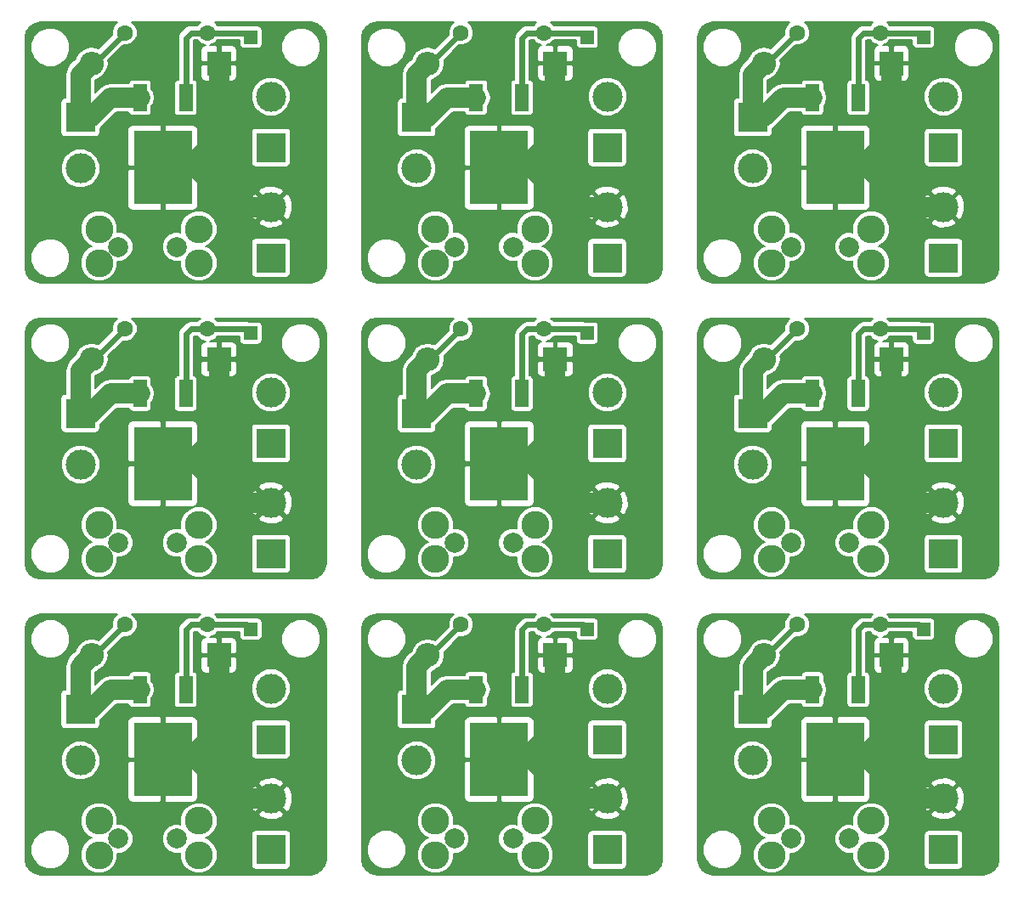
<source format=gtl>
%MOIN*%
%OFA0B0*%
%FSLAX46Y46*%
%IPPOS*%
%LPD*%
%ADD10C,0.0039370078740157488*%
%ADD11R,0.094488188976377951X0.094488188976377951*%
%ADD12O,0.094488188976377951X0.094488188976377951*%
%ADD13C,0.062992125984251982*%
%ADD14C,0.07874015748031496*%
%ADD15R,0.053149606299212608X0.053149606299212608*%
%ADD16R,0.11811023622047245X0.11811023622047245*%
%ADD17C,0.11811023622047245*%
%ADD18R,0.055118110236220472X0.10629921259842522*%
%ADD19R,0.2283464566929134X0.29133858267716539*%
%ADD20C,0.10944881889763779*%
%ADD21C,0.024000000000000004*%
%ADD22C,0.08*%
%ADD23C,0.0078740157480314977*%
%ADD34C,0.0039370078740157488*%
%ADD35R,0.094488188976377951X0.094488188976377951*%
%ADD36O,0.094488188976377951X0.094488188976377951*%
%ADD37C,0.062992125984251982*%
%ADD38C,0.07874015748031496*%
%ADD39R,0.053149606299212608X0.053149606299212608*%
%ADD40R,0.11811023622047245X0.11811023622047245*%
%ADD41C,0.11811023622047245*%
%ADD42R,0.055118110236220472X0.10629921259842522*%
%ADD43R,0.2283464566929134X0.29133858267716539*%
%ADD44C,0.10944881889763779*%
%ADD45C,0.024000000000000004*%
%ADD46C,0.08*%
%ADD47C,0.0078740157480314977*%
%ADD48C,0.0039370078740157488*%
%ADD49R,0.094488188976377951X0.094488188976377951*%
%ADD50O,0.094488188976377951X0.094488188976377951*%
%ADD51C,0.062992125984251982*%
%ADD52C,0.07874015748031496*%
%ADD53R,0.053149606299212608X0.053149606299212608*%
%ADD54R,0.11811023622047245X0.11811023622047245*%
%ADD55C,0.11811023622047245*%
%ADD56R,0.055118110236220472X0.10629921259842522*%
%ADD57R,0.2283464566929134X0.29133858267716539*%
%ADD58C,0.10944881889763779*%
%ADD59C,0.024000000000000004*%
%ADD60C,0.08*%
%ADD61C,0.0078740157480314977*%
%ADD62C,0.0039370078740157488*%
%ADD63R,0.094488188976377951X0.094488188976377951*%
%ADD64O,0.094488188976377951X0.094488188976377951*%
%ADD65C,0.062992125984251982*%
%ADD66C,0.07874015748031496*%
%ADD67R,0.053149606299212608X0.053149606299212608*%
%ADD68R,0.11811023622047245X0.11811023622047245*%
%ADD69C,0.11811023622047245*%
%ADD70R,0.055118110236220472X0.10629921259842522*%
%ADD71R,0.2283464566929134X0.29133858267716539*%
%ADD72C,0.10944881889763779*%
%ADD73C,0.024000000000000004*%
%ADD74C,0.08*%
%ADD75C,0.0078740157480314977*%
%ADD76C,0.0039370078740157488*%
%ADD77R,0.094488188976377951X0.094488188976377951*%
%ADD78O,0.094488188976377951X0.094488188976377951*%
%ADD79C,0.062992125984251982*%
%ADD80C,0.07874015748031496*%
%ADD81R,0.053149606299212608X0.053149606299212608*%
%ADD82R,0.11811023622047245X0.11811023622047245*%
%ADD83C,0.11811023622047245*%
%ADD84R,0.055118110236220472X0.10629921259842522*%
%ADD85R,0.2283464566929134X0.29133858267716539*%
%ADD86C,0.10944881889763779*%
%ADD87C,0.024000000000000004*%
%ADD88C,0.08*%
%ADD89C,0.0078740157480314977*%
%ADD90C,0.0039370078740157488*%
%ADD91R,0.094488188976377951X0.094488188976377951*%
%ADD92O,0.094488188976377951X0.094488188976377951*%
%ADD93C,0.062992125984251982*%
%ADD94C,0.07874015748031496*%
%ADD95R,0.053149606299212608X0.053149606299212608*%
%ADD96R,0.11811023622047245X0.11811023622047245*%
%ADD97C,0.11811023622047245*%
%ADD98R,0.055118110236220472X0.10629921259842522*%
%ADD99R,0.2283464566929134X0.29133858267716539*%
%ADD100C,0.10944881889763779*%
%ADD101C,0.024000000000000004*%
%ADD102C,0.08*%
%ADD103C,0.0078740157480314977*%
%ADD104C,0.0039370078740157488*%
%ADD105R,0.094488188976377951X0.094488188976377951*%
%ADD106O,0.094488188976377951X0.094488188976377951*%
%ADD107C,0.062992125984251982*%
%ADD108C,0.07874015748031496*%
%ADD109R,0.053149606299212608X0.053149606299212608*%
%ADD110R,0.11811023622047245X0.11811023622047245*%
%ADD111C,0.11811023622047245*%
%ADD112R,0.055118110236220472X0.10629921259842522*%
%ADD113R,0.2283464566929134X0.29133858267716539*%
%ADD114C,0.10944881889763779*%
%ADD115C,0.024000000000000004*%
%ADD116C,0.08*%
%ADD117C,0.0078740157480314977*%
%ADD118C,0.0039370078740157488*%
%ADD119R,0.094488188976377951X0.094488188976377951*%
%ADD120O,0.094488188976377951X0.094488188976377951*%
%ADD121C,0.062992125984251982*%
%ADD122C,0.07874015748031496*%
%ADD123R,0.053149606299212608X0.053149606299212608*%
%ADD124R,0.11811023622047245X0.11811023622047245*%
%ADD125C,0.11811023622047245*%
%ADD126R,0.055118110236220472X0.10629921259842522*%
%ADD127R,0.2283464566929134X0.29133858267716539*%
%ADD128C,0.10944881889763779*%
%ADD129C,0.024000000000000004*%
%ADD130C,0.08*%
%ADD131C,0.0078740157480314977*%
%ADD132C,0.0039370078740157488*%
%ADD133R,0.094488188976377951X0.094488188976377951*%
%ADD134O,0.094488188976377951X0.094488188976377951*%
%ADD135C,0.062992125984251982*%
%ADD136C,0.07874015748031496*%
%ADD137R,0.053149606299212608X0.053149606299212608*%
%ADD138R,0.11811023622047245X0.11811023622047245*%
%ADD139C,0.11811023622047245*%
%ADD140R,0.055118110236220472X0.10629921259842522*%
%ADD141R,0.2283464566929134X0.29133858267716539*%
%ADD142C,0.10944881889763779*%
%ADD143C,0.024000000000000004*%
%ADD144C,0.08*%
%ADD145C,0.0078740157480314977*%
G01*
D10*
D11*
X-0004999921Y0003006495D02*
X0000780078Y0000881495D03*
D12*
X0000280078Y0000881495D03*
D13*
X0000410236Y0001001495D03*
X0000735039Y0001001495D03*
D14*
X0000385905Y0000161495D03*
X0000614251Y0000161495D03*
D15*
X0000905511Y0000984251D03*
D16*
X0000984251Y0000551180D03*
D17*
X0000984251Y0000751180D03*
D16*
X0000236220Y0000669291D03*
D17*
X0000236220Y0000469291D03*
D18*
X0000649842Y0000746692D03*
X0000470314Y0000746692D03*
D19*
X0000560078Y0000471810D03*
D16*
X0000984251Y0000118110D03*
D17*
X0000984251Y0000318110D03*
D20*
X0000310078Y0000231495D03*
X0000310078Y0000097637D03*
X0000700629Y0000231495D03*
X0000700629Y0000097637D03*
D21*
X0000280078Y0000881495D02*
X0000290236Y0000881495D01*
X0000290236Y0000881495D02*
X0000410236Y0001001495D01*
D22*
X0000236220Y0000669291D02*
X0000277873Y0000669291D01*
X0000277873Y0000669291D02*
X0000355275Y0000746692D01*
X0000355275Y0000746692D02*
X0000470314Y0000746692D01*
X0000236220Y0000669291D02*
X0000236220Y0000837637D01*
X0000236220Y0000837637D02*
X0000280078Y0000881495D01*
D21*
X0000735039Y0001001495D02*
X0000670078Y0001001495D01*
X0000649842Y0000981259D02*
X0000649842Y0000746692D01*
X0000670078Y0001001495D02*
X0000649842Y0000981259D01*
X0000735039Y0001001495D02*
X0000888267Y0001001495D01*
X0000888267Y0001001495D02*
X0000905511Y0000984251D01*
X0000902755Y0000981495D02*
X0000905511Y0000984251D01*
D22*
X0000780078Y0000881495D02*
X0000780078Y0000591495D01*
X0000780078Y0000591495D02*
X0000660393Y0000471810D01*
X0000660393Y0000471810D02*
X0000560078Y0000471810D01*
X0000560078Y0000471810D02*
X0000689763Y0000471810D01*
X0000843464Y0000318110D02*
X0000984251Y0000318110D01*
X0000689763Y0000471810D02*
X0000843464Y0000318110D01*
D23*
G36*
X0000368540Y0001029409D02*
X0000361032Y0001011327D01*
X0000361017Y0000994302D01*
X0000307419Y0000940704D01*
X0000306210Y0000941511D01*
X0000281351Y0000946456D01*
X0000278806Y0000946456D01*
X0000253946Y0000941511D01*
X0000232871Y0000927430D01*
X0000218790Y0000906355D01*
X0000217666Y0000900707D01*
X0000195408Y0000878449D01*
X0000182897Y0000859724D01*
X0000178503Y0000837637D01*
X0000178503Y0000837637D01*
X0000178503Y0000746409D01*
X0000177165Y0000746409D01*
X0000170599Y0000745174D01*
X0000164570Y0000741294D01*
X0000160524Y0000735374D01*
X0000159101Y0000728346D01*
X0000159101Y0000610236D01*
X0000160337Y0000603670D01*
X0000164217Y0000597640D01*
X0000170137Y0000593595D01*
X0000177165Y0000592172D01*
X0000295275Y0000592172D01*
X0000301840Y0000593407D01*
X0000307870Y0000597287D01*
X0000311915Y0000603208D01*
X0000313339Y0000610236D01*
X0000313339Y0000622241D01*
X0000421968Y0000622241D01*
X0000421968Y0000483858D01*
X0000427952Y0000477873D01*
X0000554015Y0000477873D01*
X0000554015Y0000635432D01*
X0000566141Y0000635432D01*
X0000566141Y0000477873D01*
X0000692204Y0000477873D01*
X0000698188Y0000483858D01*
X0000698188Y0000610236D01*
X0000907133Y0000610236D01*
X0000907133Y0000492125D01*
X0000908368Y0000485560D01*
X0000912248Y0000479530D01*
X0000918169Y0000475485D01*
X0000925196Y0000474062D01*
X0001043307Y0000474062D01*
X0001049872Y0000475297D01*
X0001055902Y0000479177D01*
X0001059947Y0000485098D01*
X0001061370Y0000492125D01*
X0001061370Y0000610236D01*
X0001060135Y0000616801D01*
X0001056255Y0000622831D01*
X0001050334Y0000626876D01*
X0001043307Y0000628299D01*
X0000925196Y0000628299D01*
X0000918631Y0000627064D01*
X0000912601Y0000623184D01*
X0000908556Y0000617263D01*
X0000907133Y0000610236D01*
X0000698188Y0000610236D01*
X0000698188Y0000622241D01*
X0000694544Y0000631039D01*
X0000687811Y0000637773D01*
X0000679013Y0000641417D01*
X0000572125Y0000641417D01*
X0000566141Y0000635432D01*
X0000554015Y0000635432D01*
X0000548031Y0000641417D01*
X0000441144Y0000641417D01*
X0000432346Y0000637773D01*
X0000425612Y0000631039D01*
X0000421968Y0000622241D01*
X0000313339Y0000622241D01*
X0000313339Y0000624907D01*
X0000318685Y0000628479D01*
X0000379182Y0000688976D01*
X0000425551Y0000688976D01*
X0000425927Y0000686977D01*
X0000429807Y0000680947D01*
X0000435728Y0000676902D01*
X0000442755Y0000675479D01*
X0000497873Y0000675479D01*
X0000504439Y0000676714D01*
X0000510469Y0000680595D01*
X0000514514Y0000686515D01*
X0000515937Y0000693543D01*
X0000515937Y0000713081D01*
X0000523637Y0000724605D01*
X0000528031Y0000746692D01*
X0000523637Y0000768779D01*
X0000515937Y0000780304D01*
X0000515937Y0000799842D01*
X0000514702Y0000806407D01*
X0000510822Y0000812437D01*
X0000504901Y0000816482D01*
X0000497873Y0000817906D01*
X0000442755Y0000817906D01*
X0000436190Y0000816670D01*
X0000430160Y0000812790D01*
X0000426115Y0000806870D01*
X0000425617Y0000804409D01*
X0000355275Y0000804409D01*
X0000355275Y0000804409D01*
X0000336852Y0000800744D01*
X0000333188Y0000800015D01*
X0000314463Y0000787504D01*
X0000314463Y0000787504D01*
X0000293936Y0000766977D01*
X0000293936Y0000813730D01*
X0000300562Y0000820356D01*
X0000306210Y0000821480D01*
X0000327285Y0000835561D01*
X0000341367Y0000856636D01*
X0000346311Y0000881495D01*
X0000343980Y0000893215D01*
X0000403055Y0000952289D01*
X0000419982Y0000952274D01*
X0000438076Y0000959751D01*
X0000451932Y0000973582D01*
X0000459440Y0000991664D01*
X0000459457Y0001011242D01*
X0000451980Y0001029336D01*
X0000439017Y0001042322D01*
X0000706279Y0001042322D01*
X0000695149Y0001031212D01*
X0000670078Y0001031212D01*
X0000658706Y0001028950D01*
X0000649065Y0001022508D01*
X0000628829Y0001002272D01*
X0000622387Y0000992631D01*
X0000620721Y0000984251D01*
X0000620125Y0000981259D01*
X0000620125Y0000817500D01*
X0000615718Y0000816670D01*
X0000609688Y0000812790D01*
X0000605642Y0000806870D01*
X0000604219Y0000799842D01*
X0000604219Y0000693543D01*
X0000605455Y0000686977D01*
X0000609335Y0000680947D01*
X0000615255Y0000676902D01*
X0000622283Y0000675479D01*
X0000677401Y0000675479D01*
X0000683966Y0000676714D01*
X0000689996Y0000680595D01*
X0000694041Y0000686515D01*
X0000695465Y0000693543D01*
X0000695465Y0000735977D01*
X0000907466Y0000735977D01*
X0000919130Y0000707750D01*
X0000940707Y0000686135D01*
X0000968914Y0000674422D01*
X0000999455Y0000674396D01*
X0001027682Y0000686059D01*
X0001049297Y0000707636D01*
X0001061010Y0000735843D01*
X0001061036Y0000766384D01*
X0001049373Y0000794611D01*
X0001027796Y0000816226D01*
X0000999589Y0000827939D01*
X0000969048Y0000827965D01*
X0000940821Y0000816302D01*
X0000919205Y0000794725D01*
X0000907493Y0000766518D01*
X0000907466Y0000735977D01*
X0000695465Y0000735977D01*
X0000695465Y0000799842D01*
X0000694229Y0000806407D01*
X0000690349Y0000812437D01*
X0000684429Y0000816482D01*
X0000679558Y0000817469D01*
X0000679558Y0000869448D01*
X0000708897Y0000869448D01*
X0000708897Y0000829490D01*
X0000712541Y0000820692D01*
X0000719275Y0000813959D01*
X0000728073Y0000810314D01*
X0000768031Y0000810314D01*
X0000774015Y0000816299D01*
X0000774015Y0000875432D01*
X0000786141Y0000875432D01*
X0000786141Y0000816299D01*
X0000792125Y0000810314D01*
X0000832084Y0000810314D01*
X0000840882Y0000813959D01*
X0000847615Y0000820692D01*
X0000851259Y0000829490D01*
X0000851259Y0000869448D01*
X0000845275Y0000875432D01*
X0000786141Y0000875432D01*
X0000774015Y0000875432D01*
X0000714881Y0000875432D01*
X0000708897Y0000869448D01*
X0000679558Y0000869448D01*
X0000679558Y0000968950D01*
X0000682387Y0000971779D01*
X0000695167Y0000971779D01*
X0000707126Y0000959799D01*
X0000725207Y0000952291D01*
X0000727139Y0000952290D01*
X0000719275Y0000949032D01*
X0000712541Y0000942299D01*
X0000708897Y0000933501D01*
X0000708897Y0000893543D01*
X0000714881Y0000887558D01*
X0000774015Y0000887558D01*
X0000774015Y0000946692D01*
X0000786141Y0000946692D01*
X0000786141Y0000887558D01*
X0000845275Y0000887558D01*
X0000851259Y0000893543D01*
X0000851259Y0000929677D01*
X0001025577Y0000929677D01*
X0001037240Y0000901450D01*
X0001058817Y0000879835D01*
X0001087024Y0000868123D01*
X0001117565Y0000868096D01*
X0001145792Y0000879759D01*
X0001167408Y0000901337D01*
X0001179120Y0000929543D01*
X0001179147Y0000960085D01*
X0001167483Y0000988312D01*
X0001145906Y0001009927D01*
X0001117699Y0001021640D01*
X0001087158Y0001021666D01*
X0001058931Y0001010003D01*
X0001037316Y0000988426D01*
X0001025603Y0000960219D01*
X0001025577Y0000929677D01*
X0000851259Y0000929677D01*
X0000851259Y0000933501D01*
X0000847615Y0000942299D01*
X0000840882Y0000949032D01*
X0000832084Y0000952677D01*
X0000792125Y0000952677D01*
X0000786141Y0000946692D01*
X0000774015Y0000946692D01*
X0000768031Y0000952677D01*
X0000745758Y0000952677D01*
X0000762879Y0000959751D01*
X0000774928Y0000971779D01*
X0000860873Y0000971779D01*
X0000860873Y0000957677D01*
X0000862108Y0000951111D01*
X0000865988Y0000945081D01*
X0000871909Y0000941036D01*
X0000878936Y0000939613D01*
X0000932086Y0000939613D01*
X0000938651Y0000940848D01*
X0000944681Y0000944728D01*
X0000948727Y0000950649D01*
X0000950150Y0000957677D01*
X0000950150Y0001010826D01*
X0000948914Y0001017392D01*
X0000945034Y0001023421D01*
X0000939114Y0001027467D01*
X0000932086Y0001028890D01*
X0000899729Y0001028890D01*
X0000899639Y0001028950D01*
X0000888267Y0001031212D01*
X0000774911Y0001031212D01*
X0000763820Y0001042322D01*
X0001139696Y0001042322D01*
X0001163800Y0001037528D01*
X0001182508Y0001025027D01*
X0001195008Y0001006319D01*
X0001199803Y0000982216D01*
X0001199803Y0000080775D01*
X0001195008Y0000056672D01*
X0001182508Y0000037964D01*
X0001163800Y0000025463D01*
X0001139696Y0000020669D01*
X0000080775Y0000020669D01*
X0000056672Y0000025463D01*
X0000037964Y0000037964D01*
X0000025463Y0000056672D01*
X0000020669Y0000080775D01*
X0000020669Y0000102906D01*
X0000041325Y0000102906D01*
X0000052988Y0000074679D01*
X0000074565Y0000053064D01*
X0000102772Y0000041351D01*
X0000133313Y0000041325D01*
X0000161540Y0000052988D01*
X0000183156Y0000074565D01*
X0000194868Y0000102772D01*
X0000194895Y0000133313D01*
X0000183231Y0000161540D01*
X0000161654Y0000183156D01*
X0000133447Y0000194868D01*
X0000102906Y0000194895D01*
X0000074679Y0000183231D01*
X0000053064Y0000161654D01*
X0000041351Y0000133447D01*
X0000041325Y0000102906D01*
X0000020669Y0000102906D01*
X0000020669Y0000217149D01*
X0000237625Y0000217149D01*
X0000248630Y0000190515D01*
X0000268990Y0000170119D01*
X0000282362Y0000164566D01*
X0000269097Y0000159085D01*
X0000248702Y0000138725D01*
X0000237650Y0000112110D01*
X0000237625Y0000083291D01*
X0000248630Y0000056656D01*
X0000268990Y0000036261D01*
X0000295606Y0000025209D01*
X0000324424Y0000025184D01*
X0000351059Y0000036189D01*
X0000371455Y0000056549D01*
X0000382507Y0000083165D01*
X0000382525Y0000104412D01*
X0000397210Y0000104399D01*
X0000418200Y0000113072D01*
X0000434272Y0000129116D01*
X0000442982Y0000150090D01*
X0000442982Y0000150190D01*
X0000557155Y0000150190D01*
X0000565827Y0000129201D01*
X0000581872Y0000113128D01*
X0000602846Y0000104419D01*
X0000625557Y0000104399D01*
X0000628195Y0000105489D01*
X0000628176Y0000083291D01*
X0000639181Y0000056656D01*
X0000659541Y0000036261D01*
X0000686157Y0000025209D01*
X0000714976Y0000025184D01*
X0000741610Y0000036189D01*
X0000762006Y0000056549D01*
X0000773058Y0000083165D01*
X0000773083Y0000111983D01*
X0000762078Y0000138618D01*
X0000741717Y0000159014D01*
X0000728346Y0000164566D01*
X0000741610Y0000170047D01*
X0000748740Y0000177165D01*
X0000907133Y0000177165D01*
X0000907133Y0000059055D01*
X0000908368Y0000052489D01*
X0000912248Y0000046459D01*
X0000918169Y0000042414D01*
X0000925196Y0000040991D01*
X0001043307Y0000040991D01*
X0001049872Y0000042226D01*
X0001055902Y0000046106D01*
X0001059947Y0000052027D01*
X0001061370Y0000059055D01*
X0001061370Y0000177165D01*
X0001060135Y0000183730D01*
X0001056255Y0000189760D01*
X0001050334Y0000193805D01*
X0001043307Y0000195228D01*
X0000925196Y0000195228D01*
X0000918631Y0000193993D01*
X0000912601Y0000190113D01*
X0000908556Y0000184192D01*
X0000907133Y0000177165D01*
X0000748740Y0000177165D01*
X0000762006Y0000190407D01*
X0000773058Y0000217023D01*
X0000773083Y0000245842D01*
X0000767900Y0000258385D01*
X0000933102Y0000258385D01*
X0000939547Y0000246264D01*
X0000970444Y0000234626D01*
X0001003443Y0000235697D01*
X0001028956Y0000246264D01*
X0001035401Y0000258385D01*
X0000984251Y0000309535D01*
X0000933102Y0000258385D01*
X0000767900Y0000258385D01*
X0000762078Y0000272476D01*
X0000741717Y0000292872D01*
X0000715102Y0000303924D01*
X0000686283Y0000303949D01*
X0000659648Y0000292944D01*
X0000639253Y0000272584D01*
X0000628201Y0000245968D01*
X0000628176Y0000217526D01*
X0000625656Y0000218572D01*
X0000602946Y0000218592D01*
X0000581957Y0000209919D01*
X0000565884Y0000193875D01*
X0000557175Y0000172900D01*
X0000557155Y0000150190D01*
X0000442982Y0000150190D01*
X0000443001Y0000172801D01*
X0000434329Y0000193790D01*
X0000418284Y0000209863D01*
X0000397310Y0000218572D01*
X0000382508Y0000218585D01*
X0000382532Y0000245842D01*
X0000371526Y0000272476D01*
X0000351166Y0000292872D01*
X0000324551Y0000303924D01*
X0000295732Y0000303949D01*
X0000269097Y0000292944D01*
X0000248702Y0000272584D01*
X0000237650Y0000245968D01*
X0000237625Y0000217149D01*
X0000020669Y0000217149D01*
X0000020669Y0000454087D01*
X0000159435Y0000454087D01*
X0000171098Y0000425860D01*
X0000192675Y0000404245D01*
X0000220882Y0000392532D01*
X0000251424Y0000392506D01*
X0000279651Y0000404169D01*
X0000301266Y0000425746D01*
X0000312978Y0000453953D01*
X0000312983Y0000459763D01*
X0000421968Y0000459763D01*
X0000421968Y0000321380D01*
X0000425612Y0000312582D01*
X0000432346Y0000305848D01*
X0000441144Y0000302204D01*
X0000548031Y0000302204D01*
X0000554015Y0000308188D01*
X0000554015Y0000465747D01*
X0000566141Y0000465747D01*
X0000566141Y0000308188D01*
X0000572125Y0000302204D01*
X0000679013Y0000302204D01*
X0000687811Y0000305848D01*
X0000694544Y0000312582D01*
X0000698188Y0000321380D01*
X0000698188Y0000331917D01*
X0000900767Y0000331917D01*
X0000901838Y0000298918D01*
X0000912406Y0000273405D01*
X0000924527Y0000266960D01*
X0000975677Y0000318110D01*
X0000992826Y0000318110D01*
X0001043976Y0000266960D01*
X0001056097Y0000273405D01*
X0001067735Y0000304302D01*
X0001066664Y0000337301D01*
X0001056097Y0000362814D01*
X0001043976Y0000369259D01*
X0000992826Y0000318110D01*
X0000975677Y0000318110D01*
X0000924527Y0000369259D01*
X0000912406Y0000362814D01*
X0000900767Y0000331917D01*
X0000698188Y0000331917D01*
X0000698188Y0000377834D01*
X0000933102Y0000377834D01*
X0000984251Y0000326684D01*
X0001035401Y0000377834D01*
X0001028956Y0000389955D01*
X0000998059Y0000401594D01*
X0000965060Y0000400523D01*
X0000939547Y0000389955D01*
X0000933102Y0000377834D01*
X0000698188Y0000377834D01*
X0000698188Y0000459763D01*
X0000692204Y0000465747D01*
X0000566141Y0000465747D01*
X0000554015Y0000465747D01*
X0000427952Y0000465747D01*
X0000421968Y0000459763D01*
X0000312983Y0000459763D01*
X0000313005Y0000484495D01*
X0000301342Y0000512722D01*
X0000279764Y0000534337D01*
X0000251558Y0000546049D01*
X0000221016Y0000546076D01*
X0000192789Y0000534413D01*
X0000171174Y0000512835D01*
X0000159462Y0000484629D01*
X0000159435Y0000454087D01*
X0000020669Y0000454087D01*
X0000020669Y0000929677D01*
X0000041325Y0000929677D01*
X0000052988Y0000901450D01*
X0000074565Y0000879835D01*
X0000102772Y0000868123D01*
X0000133313Y0000868096D01*
X0000161540Y0000879759D01*
X0000183156Y0000901337D01*
X0000194868Y0000929543D01*
X0000194895Y0000960085D01*
X0000183231Y0000988312D01*
X0000161654Y0001009927D01*
X0000133447Y0001021640D01*
X0000102906Y0001021666D01*
X0000074679Y0001010003D01*
X0000053064Y0000988426D01*
X0000041351Y0000960219D01*
X0000041325Y0000929677D01*
X0000020669Y0000929677D01*
X0000020669Y0000982216D01*
X0000025463Y0001006319D01*
X0000037964Y0001025027D01*
X0000056672Y0001037528D01*
X0000080775Y0001042322D01*
X0000381476Y0001042322D01*
X0000368540Y0001029409D01*
X0000368540Y0001029409D01*
G37*
X0000368540Y0001029409D02*
X0000361032Y0001011327D01*
X0000361017Y0000994302D01*
X0000307419Y0000940704D01*
X0000306210Y0000941511D01*
X0000281351Y0000946456D01*
X0000278806Y0000946456D01*
X0000253946Y0000941511D01*
X0000232871Y0000927430D01*
X0000218790Y0000906355D01*
X0000217666Y0000900707D01*
X0000195408Y0000878449D01*
X0000182897Y0000859724D01*
X0000178503Y0000837637D01*
X0000178503Y0000837637D01*
X0000178503Y0000746409D01*
X0000177165Y0000746409D01*
X0000170599Y0000745174D01*
X0000164570Y0000741294D01*
X0000160524Y0000735374D01*
X0000159101Y0000728346D01*
X0000159101Y0000610236D01*
X0000160337Y0000603670D01*
X0000164217Y0000597640D01*
X0000170137Y0000593595D01*
X0000177165Y0000592172D01*
X0000295275Y0000592172D01*
X0000301840Y0000593407D01*
X0000307870Y0000597287D01*
X0000311915Y0000603208D01*
X0000313339Y0000610236D01*
X0000313339Y0000622241D01*
X0000421968Y0000622241D01*
X0000421968Y0000483858D01*
X0000427952Y0000477873D01*
X0000554015Y0000477873D01*
X0000554015Y0000635432D01*
X0000566141Y0000635432D01*
X0000566141Y0000477873D01*
X0000692204Y0000477873D01*
X0000698188Y0000483858D01*
X0000698188Y0000610236D01*
X0000907133Y0000610236D01*
X0000907133Y0000492125D01*
X0000908368Y0000485560D01*
X0000912248Y0000479530D01*
X0000918169Y0000475485D01*
X0000925196Y0000474062D01*
X0001043307Y0000474062D01*
X0001049872Y0000475297D01*
X0001055902Y0000479177D01*
X0001059947Y0000485098D01*
X0001061370Y0000492125D01*
X0001061370Y0000610236D01*
X0001060135Y0000616801D01*
X0001056255Y0000622831D01*
X0001050334Y0000626876D01*
X0001043307Y0000628299D01*
X0000925196Y0000628299D01*
X0000918631Y0000627064D01*
X0000912601Y0000623184D01*
X0000908556Y0000617263D01*
X0000907133Y0000610236D01*
X0000698188Y0000610236D01*
X0000698188Y0000622241D01*
X0000694544Y0000631039D01*
X0000687811Y0000637773D01*
X0000679013Y0000641417D01*
X0000572125Y0000641417D01*
X0000566141Y0000635432D01*
X0000554015Y0000635432D01*
X0000548031Y0000641417D01*
X0000441144Y0000641417D01*
X0000432346Y0000637773D01*
X0000425612Y0000631039D01*
X0000421968Y0000622241D01*
X0000313339Y0000622241D01*
X0000313339Y0000624907D01*
X0000318685Y0000628479D01*
X0000379182Y0000688976D01*
X0000425551Y0000688976D01*
X0000425927Y0000686977D01*
X0000429807Y0000680947D01*
X0000435728Y0000676902D01*
X0000442755Y0000675479D01*
X0000497873Y0000675479D01*
X0000504439Y0000676714D01*
X0000510469Y0000680595D01*
X0000514514Y0000686515D01*
X0000515937Y0000693543D01*
X0000515937Y0000713081D01*
X0000523637Y0000724605D01*
X0000528031Y0000746692D01*
X0000523637Y0000768779D01*
X0000515937Y0000780304D01*
X0000515937Y0000799842D01*
X0000514702Y0000806407D01*
X0000510822Y0000812437D01*
X0000504901Y0000816482D01*
X0000497873Y0000817906D01*
X0000442755Y0000817906D01*
X0000436190Y0000816670D01*
X0000430160Y0000812790D01*
X0000426115Y0000806870D01*
X0000425617Y0000804409D01*
X0000355275Y0000804409D01*
X0000355275Y0000804409D01*
X0000336852Y0000800744D01*
X0000333188Y0000800015D01*
X0000314463Y0000787504D01*
X0000314463Y0000787504D01*
X0000293936Y0000766977D01*
X0000293936Y0000813730D01*
X0000300562Y0000820356D01*
X0000306210Y0000821480D01*
X0000327285Y0000835561D01*
X0000341367Y0000856636D01*
X0000346311Y0000881495D01*
X0000343980Y0000893215D01*
X0000403055Y0000952289D01*
X0000419982Y0000952274D01*
X0000438076Y0000959751D01*
X0000451932Y0000973582D01*
X0000459440Y0000991664D01*
X0000459457Y0001011242D01*
X0000451980Y0001029336D01*
X0000439017Y0001042322D01*
X0000706279Y0001042322D01*
X0000695149Y0001031212D01*
X0000670078Y0001031212D01*
X0000658706Y0001028950D01*
X0000649065Y0001022508D01*
X0000628829Y0001002272D01*
X0000622387Y0000992631D01*
X0000620721Y0000984251D01*
X0000620125Y0000981259D01*
X0000620125Y0000817500D01*
X0000615718Y0000816670D01*
X0000609688Y0000812790D01*
X0000605642Y0000806870D01*
X0000604219Y0000799842D01*
X0000604219Y0000693543D01*
X0000605455Y0000686977D01*
X0000609335Y0000680947D01*
X0000615255Y0000676902D01*
X0000622283Y0000675479D01*
X0000677401Y0000675479D01*
X0000683966Y0000676714D01*
X0000689996Y0000680595D01*
X0000694041Y0000686515D01*
X0000695465Y0000693543D01*
X0000695465Y0000735977D01*
X0000907466Y0000735977D01*
X0000919130Y0000707750D01*
X0000940707Y0000686135D01*
X0000968914Y0000674422D01*
X0000999455Y0000674396D01*
X0001027682Y0000686059D01*
X0001049297Y0000707636D01*
X0001061010Y0000735843D01*
X0001061036Y0000766384D01*
X0001049373Y0000794611D01*
X0001027796Y0000816226D01*
X0000999589Y0000827939D01*
X0000969048Y0000827965D01*
X0000940821Y0000816302D01*
X0000919205Y0000794725D01*
X0000907493Y0000766518D01*
X0000907466Y0000735977D01*
X0000695465Y0000735977D01*
X0000695465Y0000799842D01*
X0000694229Y0000806407D01*
X0000690349Y0000812437D01*
X0000684429Y0000816482D01*
X0000679558Y0000817469D01*
X0000679558Y0000869448D01*
X0000708897Y0000869448D01*
X0000708897Y0000829490D01*
X0000712541Y0000820692D01*
X0000719275Y0000813959D01*
X0000728073Y0000810314D01*
X0000768031Y0000810314D01*
X0000774015Y0000816299D01*
X0000774015Y0000875432D01*
X0000786141Y0000875432D01*
X0000786141Y0000816299D01*
X0000792125Y0000810314D01*
X0000832084Y0000810314D01*
X0000840882Y0000813959D01*
X0000847615Y0000820692D01*
X0000851259Y0000829490D01*
X0000851259Y0000869448D01*
X0000845275Y0000875432D01*
X0000786141Y0000875432D01*
X0000774015Y0000875432D01*
X0000714881Y0000875432D01*
X0000708897Y0000869448D01*
X0000679558Y0000869448D01*
X0000679558Y0000968950D01*
X0000682387Y0000971779D01*
X0000695167Y0000971779D01*
X0000707126Y0000959799D01*
X0000725207Y0000952291D01*
X0000727139Y0000952290D01*
X0000719275Y0000949032D01*
X0000712541Y0000942299D01*
X0000708897Y0000933501D01*
X0000708897Y0000893543D01*
X0000714881Y0000887558D01*
X0000774015Y0000887558D01*
X0000774015Y0000946692D01*
X0000786141Y0000946692D01*
X0000786141Y0000887558D01*
X0000845275Y0000887558D01*
X0000851259Y0000893543D01*
X0000851259Y0000929677D01*
X0001025577Y0000929677D01*
X0001037240Y0000901450D01*
X0001058817Y0000879835D01*
X0001087024Y0000868123D01*
X0001117565Y0000868096D01*
X0001145792Y0000879759D01*
X0001167408Y0000901337D01*
X0001179120Y0000929543D01*
X0001179147Y0000960085D01*
X0001167483Y0000988312D01*
X0001145906Y0001009927D01*
X0001117699Y0001021640D01*
X0001087158Y0001021666D01*
X0001058931Y0001010003D01*
X0001037316Y0000988426D01*
X0001025603Y0000960219D01*
X0001025577Y0000929677D01*
X0000851259Y0000929677D01*
X0000851259Y0000933501D01*
X0000847615Y0000942299D01*
X0000840882Y0000949032D01*
X0000832084Y0000952677D01*
X0000792125Y0000952677D01*
X0000786141Y0000946692D01*
X0000774015Y0000946692D01*
X0000768031Y0000952677D01*
X0000745758Y0000952677D01*
X0000762879Y0000959751D01*
X0000774928Y0000971779D01*
X0000860873Y0000971779D01*
X0000860873Y0000957677D01*
X0000862108Y0000951111D01*
X0000865988Y0000945081D01*
X0000871909Y0000941036D01*
X0000878936Y0000939613D01*
X0000932086Y0000939613D01*
X0000938651Y0000940848D01*
X0000944681Y0000944728D01*
X0000948727Y0000950649D01*
X0000950150Y0000957677D01*
X0000950150Y0001010826D01*
X0000948914Y0001017392D01*
X0000945034Y0001023421D01*
X0000939114Y0001027467D01*
X0000932086Y0001028890D01*
X0000899729Y0001028890D01*
X0000899639Y0001028950D01*
X0000888267Y0001031212D01*
X0000774911Y0001031212D01*
X0000763820Y0001042322D01*
X0001139696Y0001042322D01*
X0001163800Y0001037528D01*
X0001182508Y0001025027D01*
X0001195008Y0001006319D01*
X0001199803Y0000982216D01*
X0001199803Y0000080775D01*
X0001195008Y0000056672D01*
X0001182508Y0000037964D01*
X0001163800Y0000025463D01*
X0001139696Y0000020669D01*
X0000080775Y0000020669D01*
X0000056672Y0000025463D01*
X0000037964Y0000037964D01*
X0000025463Y0000056672D01*
X0000020669Y0000080775D01*
X0000020669Y0000102906D01*
X0000041325Y0000102906D01*
X0000052988Y0000074679D01*
X0000074565Y0000053064D01*
X0000102772Y0000041351D01*
X0000133313Y0000041325D01*
X0000161540Y0000052988D01*
X0000183156Y0000074565D01*
X0000194868Y0000102772D01*
X0000194895Y0000133313D01*
X0000183231Y0000161540D01*
X0000161654Y0000183156D01*
X0000133447Y0000194868D01*
X0000102906Y0000194895D01*
X0000074679Y0000183231D01*
X0000053064Y0000161654D01*
X0000041351Y0000133447D01*
X0000041325Y0000102906D01*
X0000020669Y0000102906D01*
X0000020669Y0000217149D01*
X0000237625Y0000217149D01*
X0000248630Y0000190515D01*
X0000268990Y0000170119D01*
X0000282362Y0000164566D01*
X0000269097Y0000159085D01*
X0000248702Y0000138725D01*
X0000237650Y0000112110D01*
X0000237625Y0000083291D01*
X0000248630Y0000056656D01*
X0000268990Y0000036261D01*
X0000295606Y0000025209D01*
X0000324424Y0000025184D01*
X0000351059Y0000036189D01*
X0000371455Y0000056549D01*
X0000382507Y0000083165D01*
X0000382525Y0000104412D01*
X0000397210Y0000104399D01*
X0000418200Y0000113072D01*
X0000434272Y0000129116D01*
X0000442982Y0000150090D01*
X0000442982Y0000150190D01*
X0000557155Y0000150190D01*
X0000565827Y0000129201D01*
X0000581872Y0000113128D01*
X0000602846Y0000104419D01*
X0000625557Y0000104399D01*
X0000628195Y0000105489D01*
X0000628176Y0000083291D01*
X0000639181Y0000056656D01*
X0000659541Y0000036261D01*
X0000686157Y0000025209D01*
X0000714976Y0000025184D01*
X0000741610Y0000036189D01*
X0000762006Y0000056549D01*
X0000773058Y0000083165D01*
X0000773083Y0000111983D01*
X0000762078Y0000138618D01*
X0000741717Y0000159014D01*
X0000728346Y0000164566D01*
X0000741610Y0000170047D01*
X0000748740Y0000177165D01*
X0000907133Y0000177165D01*
X0000907133Y0000059055D01*
X0000908368Y0000052489D01*
X0000912248Y0000046459D01*
X0000918169Y0000042414D01*
X0000925196Y0000040991D01*
X0001043307Y0000040991D01*
X0001049872Y0000042226D01*
X0001055902Y0000046106D01*
X0001059947Y0000052027D01*
X0001061370Y0000059055D01*
X0001061370Y0000177165D01*
X0001060135Y0000183730D01*
X0001056255Y0000189760D01*
X0001050334Y0000193805D01*
X0001043307Y0000195228D01*
X0000925196Y0000195228D01*
X0000918631Y0000193993D01*
X0000912601Y0000190113D01*
X0000908556Y0000184192D01*
X0000907133Y0000177165D01*
X0000748740Y0000177165D01*
X0000762006Y0000190407D01*
X0000773058Y0000217023D01*
X0000773083Y0000245842D01*
X0000767900Y0000258385D01*
X0000933102Y0000258385D01*
X0000939547Y0000246264D01*
X0000970444Y0000234626D01*
X0001003443Y0000235697D01*
X0001028956Y0000246264D01*
X0001035401Y0000258385D01*
X0000984251Y0000309535D01*
X0000933102Y0000258385D01*
X0000767900Y0000258385D01*
X0000762078Y0000272476D01*
X0000741717Y0000292872D01*
X0000715102Y0000303924D01*
X0000686283Y0000303949D01*
X0000659648Y0000292944D01*
X0000639253Y0000272584D01*
X0000628201Y0000245968D01*
X0000628176Y0000217526D01*
X0000625656Y0000218572D01*
X0000602946Y0000218592D01*
X0000581957Y0000209919D01*
X0000565884Y0000193875D01*
X0000557175Y0000172900D01*
X0000557155Y0000150190D01*
X0000442982Y0000150190D01*
X0000443001Y0000172801D01*
X0000434329Y0000193790D01*
X0000418284Y0000209863D01*
X0000397310Y0000218572D01*
X0000382508Y0000218585D01*
X0000382532Y0000245842D01*
X0000371526Y0000272476D01*
X0000351166Y0000292872D01*
X0000324551Y0000303924D01*
X0000295732Y0000303949D01*
X0000269097Y0000292944D01*
X0000248702Y0000272584D01*
X0000237650Y0000245968D01*
X0000237625Y0000217149D01*
X0000020669Y0000217149D01*
X0000020669Y0000454087D01*
X0000159435Y0000454087D01*
X0000171098Y0000425860D01*
X0000192675Y0000404245D01*
X0000220882Y0000392532D01*
X0000251424Y0000392506D01*
X0000279651Y0000404169D01*
X0000301266Y0000425746D01*
X0000312978Y0000453953D01*
X0000312983Y0000459763D01*
X0000421968Y0000459763D01*
X0000421968Y0000321380D01*
X0000425612Y0000312582D01*
X0000432346Y0000305848D01*
X0000441144Y0000302204D01*
X0000548031Y0000302204D01*
X0000554015Y0000308188D01*
X0000554015Y0000465747D01*
X0000566141Y0000465747D01*
X0000566141Y0000308188D01*
X0000572125Y0000302204D01*
X0000679013Y0000302204D01*
X0000687811Y0000305848D01*
X0000694544Y0000312582D01*
X0000698188Y0000321380D01*
X0000698188Y0000331917D01*
X0000900767Y0000331917D01*
X0000901838Y0000298918D01*
X0000912406Y0000273405D01*
X0000924527Y0000266960D01*
X0000975677Y0000318110D01*
X0000992826Y0000318110D01*
X0001043976Y0000266960D01*
X0001056097Y0000273405D01*
X0001067735Y0000304302D01*
X0001066664Y0000337301D01*
X0001056097Y0000362814D01*
X0001043976Y0000369259D01*
X0000992826Y0000318110D01*
X0000975677Y0000318110D01*
X0000924527Y0000369259D01*
X0000912406Y0000362814D01*
X0000900767Y0000331917D01*
X0000698188Y0000331917D01*
X0000698188Y0000377834D01*
X0000933102Y0000377834D01*
X0000984251Y0000326684D01*
X0001035401Y0000377834D01*
X0001028956Y0000389955D01*
X0000998059Y0000401594D01*
X0000965060Y0000400523D01*
X0000939547Y0000389955D01*
X0000933102Y0000377834D01*
X0000698188Y0000377834D01*
X0000698188Y0000459763D01*
X0000692204Y0000465747D01*
X0000566141Y0000465747D01*
X0000554015Y0000465747D01*
X0000427952Y0000465747D01*
X0000421968Y0000459763D01*
X0000312983Y0000459763D01*
X0000313005Y0000484495D01*
X0000301342Y0000512722D01*
X0000279764Y0000534337D01*
X0000251558Y0000546049D01*
X0000221016Y0000546076D01*
X0000192789Y0000534413D01*
X0000171174Y0000512835D01*
X0000159462Y0000484629D01*
X0000159435Y0000454087D01*
X0000020669Y0000454087D01*
X0000020669Y0000929677D01*
X0000041325Y0000929677D01*
X0000052988Y0000901450D01*
X0000074565Y0000879835D01*
X0000102772Y0000868123D01*
X0000133313Y0000868096D01*
X0000161540Y0000879759D01*
X0000183156Y0000901337D01*
X0000194868Y0000929543D01*
X0000194895Y0000960085D01*
X0000183231Y0000988312D01*
X0000161654Y0001009927D01*
X0000133447Y0001021640D01*
X0000102906Y0001021666D01*
X0000074679Y0001010003D01*
X0000053064Y0000988426D01*
X0000041351Y0000960219D01*
X0000041325Y0000929677D01*
X0000020669Y0000929677D01*
X0000020669Y0000982216D01*
X0000025463Y0001006319D01*
X0000037964Y0001025027D01*
X0000056672Y0001037528D01*
X0000080775Y0001042322D01*
X0000381476Y0001042322D01*
X0000368540Y0001029409D01*
G04 next file*
G04 #@! TF.FileFunction,Copper,L1,Top,Signal*
G04 Gerber Fmt 4.6, Leading zero omitted, Abs format (unit mm)*
G04 Created by KiCad (PCBNEW 4.0.7) date 07/04/19 18:58:04*
G01*
G04 APERTURE LIST*
G04 APERTURE END LIST*
D34*
D35*
X-0003681023Y0003006495D02*
X0002098976Y0000881495D03*
D36*
X0001598976Y0000881495D03*
D37*
X0001729133Y0001001495D03*
X0002053936Y0001001495D03*
D38*
X0001704803Y0000161495D03*
X0001933149Y0000161495D03*
D39*
X0002224409Y0000984251D03*
D40*
X0002303149Y0000551180D03*
D41*
X0002303149Y0000751180D03*
D40*
X0001555118Y0000669291D03*
D41*
X0001555118Y0000469291D03*
D42*
X0001968740Y0000746692D03*
X0001789212Y0000746692D03*
D43*
X0001878976Y0000471810D03*
D40*
X0002303149Y0000118110D03*
D41*
X0002303149Y0000318110D03*
D44*
X0001628976Y0000231495D03*
X0001628976Y0000097637D03*
X0002019527Y0000231495D03*
X0002019527Y0000097637D03*
D45*
X0001598976Y0000881495D02*
X0001609133Y0000881495D01*
X0001609133Y0000881495D02*
X0001729133Y0001001495D01*
D46*
X0001555118Y0000669291D02*
X0001596771Y0000669291D01*
X0001596771Y0000669291D02*
X0001674173Y0000746692D01*
X0001674173Y0000746692D02*
X0001789212Y0000746692D01*
X0001555118Y0000669291D02*
X0001555118Y0000837637D01*
X0001555118Y0000837637D02*
X0001598976Y0000881495D01*
D45*
X0002053936Y0001001495D02*
X0001988976Y0001001495D01*
X0001968740Y0000981259D02*
X0001968740Y0000746692D01*
X0001988976Y0001001495D02*
X0001968740Y0000981259D01*
X0002053936Y0001001495D02*
X0002207165Y0001001495D01*
X0002207165Y0001001495D02*
X0002224409Y0000984251D01*
X0002221653Y0000981495D02*
X0002224409Y0000984251D01*
D46*
X0002098976Y0000881495D02*
X0002098976Y0000591495D01*
X0002098976Y0000591495D02*
X0001979291Y0000471810D01*
X0001979291Y0000471810D02*
X0001878976Y0000471810D01*
X0001878976Y0000471810D02*
X0002008661Y0000471810D01*
X0002162362Y0000318110D02*
X0002303149Y0000318110D01*
X0002008661Y0000471810D02*
X0002162362Y0000318110D01*
D47*
G36*
X0001687437Y0001029409D02*
X0001679929Y0001011327D01*
X0001679914Y0000994302D01*
X0001626316Y0000940704D01*
X0001625108Y0000941511D01*
X0001600248Y0000946456D01*
X0001597703Y0000946456D01*
X0001572844Y0000941511D01*
X0001551769Y0000927430D01*
X0001537687Y0000906355D01*
X0001536564Y0000900707D01*
X0001514306Y0000878449D01*
X0001501794Y0000859724D01*
X0001497401Y0000837637D01*
X0001497401Y0000837637D01*
X0001497401Y0000746409D01*
X0001496062Y0000746409D01*
X0001489497Y0000745174D01*
X0001483467Y0000741294D01*
X0001479422Y0000735374D01*
X0001477999Y0000728346D01*
X0001477999Y0000610236D01*
X0001479234Y0000603670D01*
X0001483114Y0000597640D01*
X0001489035Y0000593595D01*
X0001496062Y0000592172D01*
X0001614173Y0000592172D01*
X0001620738Y0000593407D01*
X0001626768Y0000597287D01*
X0001630813Y0000603208D01*
X0001632236Y0000610236D01*
X0001632236Y0000622241D01*
X0001740866Y0000622241D01*
X0001740866Y0000483858D01*
X0001746850Y0000477873D01*
X0001872913Y0000477873D01*
X0001872913Y0000635432D01*
X0001885039Y0000635432D01*
X0001885039Y0000477873D01*
X0002011102Y0000477873D01*
X0002017086Y0000483858D01*
X0002017086Y0000610236D01*
X0002226030Y0000610236D01*
X0002226030Y0000492125D01*
X0002227266Y0000485560D01*
X0002231146Y0000479530D01*
X0002237066Y0000475485D01*
X0002244094Y0000474062D01*
X0002362204Y0000474062D01*
X0002368770Y0000475297D01*
X0002374799Y0000479177D01*
X0002378845Y0000485098D01*
X0002380268Y0000492125D01*
X0002380268Y0000610236D01*
X0002379032Y0000616801D01*
X0002375152Y0000622831D01*
X0002369232Y0000626876D01*
X0002362204Y0000628299D01*
X0002244094Y0000628299D01*
X0002237529Y0000627064D01*
X0002231499Y0000623184D01*
X0002227453Y0000617263D01*
X0002226030Y0000610236D01*
X0002017086Y0000610236D01*
X0002017086Y0000622241D01*
X0002013442Y0000631039D01*
X0002006708Y0000637773D01*
X0001997910Y0000641417D01*
X0001891023Y0000641417D01*
X0001885039Y0000635432D01*
X0001872913Y0000635432D01*
X0001866929Y0000641417D01*
X0001760041Y0000641417D01*
X0001751243Y0000637773D01*
X0001744510Y0000631039D01*
X0001740866Y0000622241D01*
X0001632236Y0000622241D01*
X0001632236Y0000624907D01*
X0001637583Y0000628479D01*
X0001698080Y0000688976D01*
X0001744449Y0000688976D01*
X0001744825Y0000686977D01*
X0001748705Y0000680947D01*
X0001754625Y0000676902D01*
X0001761653Y0000675479D01*
X0001816771Y0000675479D01*
X0001823336Y0000676714D01*
X0001829366Y0000680595D01*
X0001833412Y0000686515D01*
X0001834835Y0000693543D01*
X0001834835Y0000713081D01*
X0001842535Y0000724605D01*
X0001846929Y0000746692D01*
X0001842535Y0000768779D01*
X0001834835Y0000780304D01*
X0001834835Y0000799842D01*
X0001833599Y0000806407D01*
X0001829719Y0000812437D01*
X0001823799Y0000816482D01*
X0001816771Y0000817906D01*
X0001761653Y0000817906D01*
X0001755088Y0000816670D01*
X0001749058Y0000812790D01*
X0001745012Y0000806870D01*
X0001744514Y0000804409D01*
X0001674173Y0000804409D01*
X0001674173Y0000804409D01*
X0001655750Y0000800744D01*
X0001652085Y0000800015D01*
X0001633361Y0000787504D01*
X0001633361Y0000787504D01*
X0001612834Y0000766977D01*
X0001612834Y0000813730D01*
X0001619460Y0000820356D01*
X0001625108Y0000821480D01*
X0001646183Y0000835561D01*
X0001660264Y0000856636D01*
X0001665209Y0000881495D01*
X0001662878Y0000893215D01*
X0001721952Y0000952289D01*
X0001738879Y0000952274D01*
X0001756974Y0000959751D01*
X0001770829Y0000973582D01*
X0001778337Y0000991664D01*
X0001778354Y0001011242D01*
X0001770878Y0001029336D01*
X0001757914Y0001042322D01*
X0002025177Y0001042322D01*
X0002014047Y0001031212D01*
X0001988976Y0001031212D01*
X0001977604Y0001028950D01*
X0001967963Y0001022508D01*
X0001947727Y0001002272D01*
X0001941285Y0000992631D01*
X0001939618Y0000984251D01*
X0001939023Y0000981259D01*
X0001939023Y0000817500D01*
X0001934615Y0000816670D01*
X0001928585Y0000812790D01*
X0001924540Y0000806870D01*
X0001923117Y0000799842D01*
X0001923117Y0000693543D01*
X0001924352Y0000686977D01*
X0001928232Y0000680947D01*
X0001934153Y0000676902D01*
X0001941181Y0000675479D01*
X0001996299Y0000675479D01*
X0002002864Y0000676714D01*
X0002008894Y0000680595D01*
X0002012939Y0000686515D01*
X0002014362Y0000693543D01*
X0002014362Y0000735977D01*
X0002226364Y0000735977D01*
X0002238027Y0000707750D01*
X0002259605Y0000686135D01*
X0002287811Y0000674422D01*
X0002318353Y0000674396D01*
X0002346580Y0000686059D01*
X0002368195Y0000707636D01*
X0002379907Y0000735843D01*
X0002379934Y0000766384D01*
X0002368271Y0000794611D01*
X0002346693Y0000816226D01*
X0002318487Y0000827939D01*
X0002287945Y0000827965D01*
X0002259718Y0000816302D01*
X0002238103Y0000794725D01*
X0002226391Y0000766518D01*
X0002226364Y0000735977D01*
X0002014362Y0000735977D01*
X0002014362Y0000799842D01*
X0002013127Y0000806407D01*
X0002009247Y0000812437D01*
X0002003326Y0000816482D01*
X0001998456Y0000817469D01*
X0001998456Y0000869448D01*
X0002027795Y0000869448D01*
X0002027795Y0000829490D01*
X0002031439Y0000820692D01*
X0002038172Y0000813959D01*
X0002046970Y0000810314D01*
X0002086929Y0000810314D01*
X0002092913Y0000816299D01*
X0002092913Y0000875432D01*
X0002105039Y0000875432D01*
X0002105039Y0000816299D01*
X0002111023Y0000810314D01*
X0002150981Y0000810314D01*
X0002159779Y0000813959D01*
X0002166513Y0000820692D01*
X0002170157Y0000829490D01*
X0002170157Y0000869448D01*
X0002164173Y0000875432D01*
X0002105039Y0000875432D01*
X0002092913Y0000875432D01*
X0002033779Y0000875432D01*
X0002027795Y0000869448D01*
X0001998456Y0000869448D01*
X0001998456Y0000968950D01*
X0002001285Y0000971779D01*
X0002014065Y0000971779D01*
X0002026023Y0000959799D01*
X0002044105Y0000952291D01*
X0002046036Y0000952290D01*
X0002038172Y0000949032D01*
X0002031439Y0000942299D01*
X0002027795Y0000933501D01*
X0002027795Y0000893543D01*
X0002033779Y0000887558D01*
X0002092913Y0000887558D01*
X0002092913Y0000946692D01*
X0002105039Y0000946692D01*
X0002105039Y0000887558D01*
X0002164173Y0000887558D01*
X0002170157Y0000893543D01*
X0002170157Y0000929677D01*
X0002344474Y0000929677D01*
X0002356137Y0000901450D01*
X0002377715Y0000879835D01*
X0002405921Y0000868123D01*
X0002436463Y0000868096D01*
X0002464690Y0000879759D01*
X0002486305Y0000901337D01*
X0002498018Y0000929543D01*
X0002498044Y0000960085D01*
X0002486381Y0000988312D01*
X0002464804Y0001009927D01*
X0002436597Y0001021640D01*
X0002406055Y0001021666D01*
X0002377828Y0001010003D01*
X0002356213Y0000988426D01*
X0002344501Y0000960219D01*
X0002344474Y0000929677D01*
X0002170157Y0000929677D01*
X0002170157Y0000933501D01*
X0002166513Y0000942299D01*
X0002159779Y0000949032D01*
X0002150981Y0000952677D01*
X0002111023Y0000952677D01*
X0002105039Y0000946692D01*
X0002092913Y0000946692D01*
X0002086929Y0000952677D01*
X0002064656Y0000952677D01*
X0002081777Y0000959751D01*
X0002093826Y0000971779D01*
X0002179770Y0000971779D01*
X0002179770Y0000957677D01*
X0002181006Y0000951111D01*
X0002184886Y0000945081D01*
X0002190806Y0000941036D01*
X0002197834Y0000939613D01*
X0002250984Y0000939613D01*
X0002257549Y0000940848D01*
X0002263579Y0000944728D01*
X0002267624Y0000950649D01*
X0002269047Y0000957677D01*
X0002269047Y0001010826D01*
X0002267812Y0001017392D01*
X0002263932Y0001023421D01*
X0002258011Y0001027467D01*
X0002250984Y0001028890D01*
X0002218627Y0001028890D01*
X0002218537Y0001028950D01*
X0002207165Y0001031212D01*
X0002093808Y0001031212D01*
X0002082717Y0001042322D01*
X0002458594Y0001042322D01*
X0002482697Y0001037528D01*
X0002501405Y0001025027D01*
X0002513906Y0001006319D01*
X0002518700Y0000982216D01*
X0002518700Y0000080775D01*
X0002513906Y0000056672D01*
X0002501405Y0000037964D01*
X0002482697Y0000025463D01*
X0002458594Y0000020669D01*
X0001399673Y0000020669D01*
X0001375569Y0000025463D01*
X0001356861Y0000037964D01*
X0001344361Y0000056672D01*
X0001339566Y0000080775D01*
X0001339566Y0000102906D01*
X0001360222Y0000102906D01*
X0001371885Y0000074679D01*
X0001393463Y0000053064D01*
X0001421669Y0000041351D01*
X0001452211Y0000041325D01*
X0001480438Y0000052988D01*
X0001502053Y0000074565D01*
X0001513766Y0000102772D01*
X0001513792Y0000133313D01*
X0001502129Y0000161540D01*
X0001480552Y0000183156D01*
X0001452345Y0000194868D01*
X0001421803Y0000194895D01*
X0001393576Y0000183231D01*
X0001371961Y0000161654D01*
X0001360249Y0000133447D01*
X0001360222Y0000102906D01*
X0001339566Y0000102906D01*
X0001339566Y0000217149D01*
X0001556522Y0000217149D01*
X0001567528Y0000190515D01*
X0001587888Y0000170119D01*
X0001601260Y0000164566D01*
X0001587995Y0000159085D01*
X0001567599Y0000138725D01*
X0001556547Y0000112110D01*
X0001556522Y0000083291D01*
X0001567528Y0000056656D01*
X0001587888Y0000036261D01*
X0001614503Y0000025209D01*
X0001643322Y0000025184D01*
X0001669957Y0000036189D01*
X0001690352Y0000056549D01*
X0001701404Y0000083165D01*
X0001701423Y0000104412D01*
X0001716108Y0000104399D01*
X0001737097Y0000113072D01*
X0001753170Y0000129116D01*
X0001761879Y0000150090D01*
X0001761879Y0000150190D01*
X0001876053Y0000150190D01*
X0001884725Y0000129201D01*
X0001900770Y0000113128D01*
X0001921744Y0000104419D01*
X0001944454Y0000104399D01*
X0001947093Y0000105489D01*
X0001947073Y0000083291D01*
X0001958079Y0000056656D01*
X0001978439Y0000036261D01*
X0002005054Y0000025209D01*
X0002033873Y0000025184D01*
X0002060508Y0000036189D01*
X0002080904Y0000056549D01*
X0002091955Y0000083165D01*
X0002091980Y0000111983D01*
X0002080975Y0000138618D01*
X0002060615Y0000159014D01*
X0002047243Y0000164566D01*
X0002060508Y0000170047D01*
X0002067638Y0000177165D01*
X0002226030Y0000177165D01*
X0002226030Y0000059055D01*
X0002227266Y0000052489D01*
X0002231146Y0000046459D01*
X0002237066Y0000042414D01*
X0002244094Y0000040991D01*
X0002362204Y0000040991D01*
X0002368770Y0000042226D01*
X0002374799Y0000046106D01*
X0002378845Y0000052027D01*
X0002380268Y0000059055D01*
X0002380268Y0000177165D01*
X0002379032Y0000183730D01*
X0002375152Y0000189760D01*
X0002369232Y0000193805D01*
X0002362204Y0000195228D01*
X0002244094Y0000195228D01*
X0002237529Y0000193993D01*
X0002231499Y0000190113D01*
X0002227453Y0000184192D01*
X0002226030Y0000177165D01*
X0002067638Y0000177165D01*
X0002080904Y0000190407D01*
X0002091955Y0000217023D01*
X0002091980Y0000245842D01*
X0002086797Y0000258385D01*
X0002251999Y0000258385D01*
X0002258445Y0000246264D01*
X0002289342Y0000234626D01*
X0002322341Y0000235697D01*
X0002347853Y0000246264D01*
X0002354299Y0000258385D01*
X0002303149Y0000309535D01*
X0002251999Y0000258385D01*
X0002086797Y0000258385D01*
X0002080975Y0000272476D01*
X0002060615Y0000292872D01*
X0002034000Y0000303924D01*
X0002005181Y0000303949D01*
X0001978546Y0000292944D01*
X0001958150Y0000272584D01*
X0001947099Y0000245968D01*
X0001947074Y0000217526D01*
X0001944554Y0000218572D01*
X0001921844Y0000218592D01*
X0001900854Y0000209919D01*
X0001884782Y0000193875D01*
X0001876072Y0000172900D01*
X0001876053Y0000150190D01*
X0001761879Y0000150190D01*
X0001761899Y0000172801D01*
X0001753226Y0000193790D01*
X0001737182Y0000209863D01*
X0001716208Y0000218572D01*
X0001701406Y0000218585D01*
X0001701429Y0000245842D01*
X0001690424Y0000272476D01*
X0001670064Y0000292872D01*
X0001643448Y0000303924D01*
X0001614630Y0000303949D01*
X0001587995Y0000292944D01*
X0001567599Y0000272584D01*
X0001556547Y0000245968D01*
X0001556522Y0000217149D01*
X0001339566Y0000217149D01*
X0001339566Y0000454087D01*
X0001478333Y0000454087D01*
X0001489996Y0000425860D01*
X0001511573Y0000404245D01*
X0001539780Y0000392532D01*
X0001570321Y0000392506D01*
X0001598548Y0000404169D01*
X0001620163Y0000425746D01*
X0001631876Y0000453953D01*
X0001631881Y0000459763D01*
X0001740866Y0000459763D01*
X0001740866Y0000321380D01*
X0001744510Y0000312582D01*
X0001751243Y0000305848D01*
X0001760041Y0000302204D01*
X0001866929Y0000302204D01*
X0001872913Y0000308188D01*
X0001872913Y0000465747D01*
X0001885039Y0000465747D01*
X0001885039Y0000308188D01*
X0001891023Y0000302204D01*
X0001997910Y0000302204D01*
X0002006708Y0000305848D01*
X0002013442Y0000312582D01*
X0002017086Y0000321380D01*
X0002017086Y0000331917D01*
X0002219665Y0000331917D01*
X0002220736Y0000298918D01*
X0002231304Y0000273405D01*
X0002243425Y0000266960D01*
X0002294575Y0000318110D01*
X0002311723Y0000318110D01*
X0002362873Y0000266960D01*
X0002374994Y0000273405D01*
X0002386633Y0000304302D01*
X0002385562Y0000337301D01*
X0002374994Y0000362814D01*
X0002362873Y0000369259D01*
X0002311723Y0000318110D01*
X0002294575Y0000318110D01*
X0002243425Y0000369259D01*
X0002231304Y0000362814D01*
X0002219665Y0000331917D01*
X0002017086Y0000331917D01*
X0002017086Y0000377834D01*
X0002251999Y0000377834D01*
X0002303149Y0000326684D01*
X0002354299Y0000377834D01*
X0002347853Y0000389955D01*
X0002316956Y0000401594D01*
X0002283958Y0000400523D01*
X0002258445Y0000389955D01*
X0002251999Y0000377834D01*
X0002017086Y0000377834D01*
X0002017086Y0000459763D01*
X0002011102Y0000465747D01*
X0001885039Y0000465747D01*
X0001872913Y0000465747D01*
X0001746850Y0000465747D01*
X0001740866Y0000459763D01*
X0001631881Y0000459763D01*
X0001631902Y0000484495D01*
X0001620239Y0000512722D01*
X0001598662Y0000534337D01*
X0001570455Y0000546049D01*
X0001539914Y0000546076D01*
X0001511687Y0000534413D01*
X0001490072Y0000512835D01*
X0001478359Y0000484629D01*
X0001478333Y0000454087D01*
X0001339566Y0000454087D01*
X0001339566Y0000929677D01*
X0001360222Y0000929677D01*
X0001371885Y0000901450D01*
X0001393463Y0000879835D01*
X0001421669Y0000868123D01*
X0001452211Y0000868096D01*
X0001480438Y0000879759D01*
X0001502053Y0000901337D01*
X0001513766Y0000929543D01*
X0001513792Y0000960085D01*
X0001502129Y0000988312D01*
X0001480552Y0001009927D01*
X0001452345Y0001021640D01*
X0001421803Y0001021666D01*
X0001393576Y0001010003D01*
X0001371961Y0000988426D01*
X0001360249Y0000960219D01*
X0001360222Y0000929677D01*
X0001339566Y0000929677D01*
X0001339566Y0000982216D01*
X0001344361Y0001006319D01*
X0001356861Y0001025027D01*
X0001375569Y0001037528D01*
X0001399673Y0001042322D01*
X0001700373Y0001042322D01*
X0001687437Y0001029409D01*
X0001687437Y0001029409D01*
G37*
X0001687437Y0001029409D02*
X0001679929Y0001011327D01*
X0001679914Y0000994302D01*
X0001626316Y0000940704D01*
X0001625108Y0000941511D01*
X0001600248Y0000946456D01*
X0001597703Y0000946456D01*
X0001572844Y0000941511D01*
X0001551769Y0000927430D01*
X0001537687Y0000906355D01*
X0001536564Y0000900707D01*
X0001514306Y0000878449D01*
X0001501794Y0000859724D01*
X0001497401Y0000837637D01*
X0001497401Y0000837637D01*
X0001497401Y0000746409D01*
X0001496062Y0000746409D01*
X0001489497Y0000745174D01*
X0001483467Y0000741294D01*
X0001479422Y0000735374D01*
X0001477999Y0000728346D01*
X0001477999Y0000610236D01*
X0001479234Y0000603670D01*
X0001483114Y0000597640D01*
X0001489035Y0000593595D01*
X0001496062Y0000592172D01*
X0001614173Y0000592172D01*
X0001620738Y0000593407D01*
X0001626768Y0000597287D01*
X0001630813Y0000603208D01*
X0001632236Y0000610236D01*
X0001632236Y0000622241D01*
X0001740866Y0000622241D01*
X0001740866Y0000483858D01*
X0001746850Y0000477873D01*
X0001872913Y0000477873D01*
X0001872913Y0000635432D01*
X0001885039Y0000635432D01*
X0001885039Y0000477873D01*
X0002011102Y0000477873D01*
X0002017086Y0000483858D01*
X0002017086Y0000610236D01*
X0002226030Y0000610236D01*
X0002226030Y0000492125D01*
X0002227266Y0000485560D01*
X0002231146Y0000479530D01*
X0002237066Y0000475485D01*
X0002244094Y0000474062D01*
X0002362204Y0000474062D01*
X0002368770Y0000475297D01*
X0002374799Y0000479177D01*
X0002378845Y0000485098D01*
X0002380268Y0000492125D01*
X0002380268Y0000610236D01*
X0002379032Y0000616801D01*
X0002375152Y0000622831D01*
X0002369232Y0000626876D01*
X0002362204Y0000628299D01*
X0002244094Y0000628299D01*
X0002237529Y0000627064D01*
X0002231499Y0000623184D01*
X0002227453Y0000617263D01*
X0002226030Y0000610236D01*
X0002017086Y0000610236D01*
X0002017086Y0000622241D01*
X0002013442Y0000631039D01*
X0002006708Y0000637773D01*
X0001997910Y0000641417D01*
X0001891023Y0000641417D01*
X0001885039Y0000635432D01*
X0001872913Y0000635432D01*
X0001866929Y0000641417D01*
X0001760041Y0000641417D01*
X0001751243Y0000637773D01*
X0001744510Y0000631039D01*
X0001740866Y0000622241D01*
X0001632236Y0000622241D01*
X0001632236Y0000624907D01*
X0001637583Y0000628479D01*
X0001698080Y0000688976D01*
X0001744449Y0000688976D01*
X0001744825Y0000686977D01*
X0001748705Y0000680947D01*
X0001754625Y0000676902D01*
X0001761653Y0000675479D01*
X0001816771Y0000675479D01*
X0001823336Y0000676714D01*
X0001829366Y0000680595D01*
X0001833412Y0000686515D01*
X0001834835Y0000693543D01*
X0001834835Y0000713081D01*
X0001842535Y0000724605D01*
X0001846929Y0000746692D01*
X0001842535Y0000768779D01*
X0001834835Y0000780304D01*
X0001834835Y0000799842D01*
X0001833599Y0000806407D01*
X0001829719Y0000812437D01*
X0001823799Y0000816482D01*
X0001816771Y0000817906D01*
X0001761653Y0000817906D01*
X0001755088Y0000816670D01*
X0001749058Y0000812790D01*
X0001745012Y0000806870D01*
X0001744514Y0000804409D01*
X0001674173Y0000804409D01*
X0001674173Y0000804409D01*
X0001655750Y0000800744D01*
X0001652085Y0000800015D01*
X0001633361Y0000787504D01*
X0001633361Y0000787504D01*
X0001612834Y0000766977D01*
X0001612834Y0000813730D01*
X0001619460Y0000820356D01*
X0001625108Y0000821480D01*
X0001646183Y0000835561D01*
X0001660264Y0000856636D01*
X0001665209Y0000881495D01*
X0001662878Y0000893215D01*
X0001721952Y0000952289D01*
X0001738879Y0000952274D01*
X0001756974Y0000959751D01*
X0001770829Y0000973582D01*
X0001778337Y0000991664D01*
X0001778354Y0001011242D01*
X0001770878Y0001029336D01*
X0001757914Y0001042322D01*
X0002025177Y0001042322D01*
X0002014047Y0001031212D01*
X0001988976Y0001031212D01*
X0001977604Y0001028950D01*
X0001967963Y0001022508D01*
X0001947727Y0001002272D01*
X0001941285Y0000992631D01*
X0001939618Y0000984251D01*
X0001939023Y0000981259D01*
X0001939023Y0000817500D01*
X0001934615Y0000816670D01*
X0001928585Y0000812790D01*
X0001924540Y0000806870D01*
X0001923117Y0000799842D01*
X0001923117Y0000693543D01*
X0001924352Y0000686977D01*
X0001928232Y0000680947D01*
X0001934153Y0000676902D01*
X0001941181Y0000675479D01*
X0001996299Y0000675479D01*
X0002002864Y0000676714D01*
X0002008894Y0000680595D01*
X0002012939Y0000686515D01*
X0002014362Y0000693543D01*
X0002014362Y0000735977D01*
X0002226364Y0000735977D01*
X0002238027Y0000707750D01*
X0002259605Y0000686135D01*
X0002287811Y0000674422D01*
X0002318353Y0000674396D01*
X0002346580Y0000686059D01*
X0002368195Y0000707636D01*
X0002379907Y0000735843D01*
X0002379934Y0000766384D01*
X0002368271Y0000794611D01*
X0002346693Y0000816226D01*
X0002318487Y0000827939D01*
X0002287945Y0000827965D01*
X0002259718Y0000816302D01*
X0002238103Y0000794725D01*
X0002226391Y0000766518D01*
X0002226364Y0000735977D01*
X0002014362Y0000735977D01*
X0002014362Y0000799842D01*
X0002013127Y0000806407D01*
X0002009247Y0000812437D01*
X0002003326Y0000816482D01*
X0001998456Y0000817469D01*
X0001998456Y0000869448D01*
X0002027795Y0000869448D01*
X0002027795Y0000829490D01*
X0002031439Y0000820692D01*
X0002038172Y0000813959D01*
X0002046970Y0000810314D01*
X0002086929Y0000810314D01*
X0002092913Y0000816299D01*
X0002092913Y0000875432D01*
X0002105039Y0000875432D01*
X0002105039Y0000816299D01*
X0002111023Y0000810314D01*
X0002150981Y0000810314D01*
X0002159779Y0000813959D01*
X0002166513Y0000820692D01*
X0002170157Y0000829490D01*
X0002170157Y0000869448D01*
X0002164173Y0000875432D01*
X0002105039Y0000875432D01*
X0002092913Y0000875432D01*
X0002033779Y0000875432D01*
X0002027795Y0000869448D01*
X0001998456Y0000869448D01*
X0001998456Y0000968950D01*
X0002001285Y0000971779D01*
X0002014065Y0000971779D01*
X0002026023Y0000959799D01*
X0002044105Y0000952291D01*
X0002046036Y0000952290D01*
X0002038172Y0000949032D01*
X0002031439Y0000942299D01*
X0002027795Y0000933501D01*
X0002027795Y0000893543D01*
X0002033779Y0000887558D01*
X0002092913Y0000887558D01*
X0002092913Y0000946692D01*
X0002105039Y0000946692D01*
X0002105039Y0000887558D01*
X0002164173Y0000887558D01*
X0002170157Y0000893543D01*
X0002170157Y0000929677D01*
X0002344474Y0000929677D01*
X0002356137Y0000901450D01*
X0002377715Y0000879835D01*
X0002405921Y0000868123D01*
X0002436463Y0000868096D01*
X0002464690Y0000879759D01*
X0002486305Y0000901337D01*
X0002498018Y0000929543D01*
X0002498044Y0000960085D01*
X0002486381Y0000988312D01*
X0002464804Y0001009927D01*
X0002436597Y0001021640D01*
X0002406055Y0001021666D01*
X0002377828Y0001010003D01*
X0002356213Y0000988426D01*
X0002344501Y0000960219D01*
X0002344474Y0000929677D01*
X0002170157Y0000929677D01*
X0002170157Y0000933501D01*
X0002166513Y0000942299D01*
X0002159779Y0000949032D01*
X0002150981Y0000952677D01*
X0002111023Y0000952677D01*
X0002105039Y0000946692D01*
X0002092913Y0000946692D01*
X0002086929Y0000952677D01*
X0002064656Y0000952677D01*
X0002081777Y0000959751D01*
X0002093826Y0000971779D01*
X0002179770Y0000971779D01*
X0002179770Y0000957677D01*
X0002181006Y0000951111D01*
X0002184886Y0000945081D01*
X0002190806Y0000941036D01*
X0002197834Y0000939613D01*
X0002250984Y0000939613D01*
X0002257549Y0000940848D01*
X0002263579Y0000944728D01*
X0002267624Y0000950649D01*
X0002269047Y0000957677D01*
X0002269047Y0001010826D01*
X0002267812Y0001017392D01*
X0002263932Y0001023421D01*
X0002258011Y0001027467D01*
X0002250984Y0001028890D01*
X0002218627Y0001028890D01*
X0002218537Y0001028950D01*
X0002207165Y0001031212D01*
X0002093808Y0001031212D01*
X0002082717Y0001042322D01*
X0002458594Y0001042322D01*
X0002482697Y0001037528D01*
X0002501405Y0001025027D01*
X0002513906Y0001006319D01*
X0002518700Y0000982216D01*
X0002518700Y0000080775D01*
X0002513906Y0000056672D01*
X0002501405Y0000037964D01*
X0002482697Y0000025463D01*
X0002458594Y0000020669D01*
X0001399673Y0000020669D01*
X0001375569Y0000025463D01*
X0001356861Y0000037964D01*
X0001344361Y0000056672D01*
X0001339566Y0000080775D01*
X0001339566Y0000102906D01*
X0001360222Y0000102906D01*
X0001371885Y0000074679D01*
X0001393463Y0000053064D01*
X0001421669Y0000041351D01*
X0001452211Y0000041325D01*
X0001480438Y0000052988D01*
X0001502053Y0000074565D01*
X0001513766Y0000102772D01*
X0001513792Y0000133313D01*
X0001502129Y0000161540D01*
X0001480552Y0000183156D01*
X0001452345Y0000194868D01*
X0001421803Y0000194895D01*
X0001393576Y0000183231D01*
X0001371961Y0000161654D01*
X0001360249Y0000133447D01*
X0001360222Y0000102906D01*
X0001339566Y0000102906D01*
X0001339566Y0000217149D01*
X0001556522Y0000217149D01*
X0001567528Y0000190515D01*
X0001587888Y0000170119D01*
X0001601260Y0000164566D01*
X0001587995Y0000159085D01*
X0001567599Y0000138725D01*
X0001556547Y0000112110D01*
X0001556522Y0000083291D01*
X0001567528Y0000056656D01*
X0001587888Y0000036261D01*
X0001614503Y0000025209D01*
X0001643322Y0000025184D01*
X0001669957Y0000036189D01*
X0001690352Y0000056549D01*
X0001701404Y0000083165D01*
X0001701423Y0000104412D01*
X0001716108Y0000104399D01*
X0001737097Y0000113072D01*
X0001753170Y0000129116D01*
X0001761879Y0000150090D01*
X0001761879Y0000150190D01*
X0001876053Y0000150190D01*
X0001884725Y0000129201D01*
X0001900770Y0000113128D01*
X0001921744Y0000104419D01*
X0001944454Y0000104399D01*
X0001947093Y0000105489D01*
X0001947073Y0000083291D01*
X0001958079Y0000056656D01*
X0001978439Y0000036261D01*
X0002005054Y0000025209D01*
X0002033873Y0000025184D01*
X0002060508Y0000036189D01*
X0002080904Y0000056549D01*
X0002091955Y0000083165D01*
X0002091980Y0000111983D01*
X0002080975Y0000138618D01*
X0002060615Y0000159014D01*
X0002047243Y0000164566D01*
X0002060508Y0000170047D01*
X0002067638Y0000177165D01*
X0002226030Y0000177165D01*
X0002226030Y0000059055D01*
X0002227266Y0000052489D01*
X0002231146Y0000046459D01*
X0002237066Y0000042414D01*
X0002244094Y0000040991D01*
X0002362204Y0000040991D01*
X0002368770Y0000042226D01*
X0002374799Y0000046106D01*
X0002378845Y0000052027D01*
X0002380268Y0000059055D01*
X0002380268Y0000177165D01*
X0002379032Y0000183730D01*
X0002375152Y0000189760D01*
X0002369232Y0000193805D01*
X0002362204Y0000195228D01*
X0002244094Y0000195228D01*
X0002237529Y0000193993D01*
X0002231499Y0000190113D01*
X0002227453Y0000184192D01*
X0002226030Y0000177165D01*
X0002067638Y0000177165D01*
X0002080904Y0000190407D01*
X0002091955Y0000217023D01*
X0002091980Y0000245842D01*
X0002086797Y0000258385D01*
X0002251999Y0000258385D01*
X0002258445Y0000246264D01*
X0002289342Y0000234626D01*
X0002322341Y0000235697D01*
X0002347853Y0000246264D01*
X0002354299Y0000258385D01*
X0002303149Y0000309535D01*
X0002251999Y0000258385D01*
X0002086797Y0000258385D01*
X0002080975Y0000272476D01*
X0002060615Y0000292872D01*
X0002034000Y0000303924D01*
X0002005181Y0000303949D01*
X0001978546Y0000292944D01*
X0001958150Y0000272584D01*
X0001947099Y0000245968D01*
X0001947074Y0000217526D01*
X0001944554Y0000218572D01*
X0001921844Y0000218592D01*
X0001900854Y0000209919D01*
X0001884782Y0000193875D01*
X0001876072Y0000172900D01*
X0001876053Y0000150190D01*
X0001761879Y0000150190D01*
X0001761899Y0000172801D01*
X0001753226Y0000193790D01*
X0001737182Y0000209863D01*
X0001716208Y0000218572D01*
X0001701406Y0000218585D01*
X0001701429Y0000245842D01*
X0001690424Y0000272476D01*
X0001670064Y0000292872D01*
X0001643448Y0000303924D01*
X0001614630Y0000303949D01*
X0001587995Y0000292944D01*
X0001567599Y0000272584D01*
X0001556547Y0000245968D01*
X0001556522Y0000217149D01*
X0001339566Y0000217149D01*
X0001339566Y0000454087D01*
X0001478333Y0000454087D01*
X0001489996Y0000425860D01*
X0001511573Y0000404245D01*
X0001539780Y0000392532D01*
X0001570321Y0000392506D01*
X0001598548Y0000404169D01*
X0001620163Y0000425746D01*
X0001631876Y0000453953D01*
X0001631881Y0000459763D01*
X0001740866Y0000459763D01*
X0001740866Y0000321380D01*
X0001744510Y0000312582D01*
X0001751243Y0000305848D01*
X0001760041Y0000302204D01*
X0001866929Y0000302204D01*
X0001872913Y0000308188D01*
X0001872913Y0000465747D01*
X0001885039Y0000465747D01*
X0001885039Y0000308188D01*
X0001891023Y0000302204D01*
X0001997910Y0000302204D01*
X0002006708Y0000305848D01*
X0002013442Y0000312582D01*
X0002017086Y0000321380D01*
X0002017086Y0000331917D01*
X0002219665Y0000331917D01*
X0002220736Y0000298918D01*
X0002231304Y0000273405D01*
X0002243425Y0000266960D01*
X0002294575Y0000318110D01*
X0002311723Y0000318110D01*
X0002362873Y0000266960D01*
X0002374994Y0000273405D01*
X0002386633Y0000304302D01*
X0002385562Y0000337301D01*
X0002374994Y0000362814D01*
X0002362873Y0000369259D01*
X0002311723Y0000318110D01*
X0002294575Y0000318110D01*
X0002243425Y0000369259D01*
X0002231304Y0000362814D01*
X0002219665Y0000331917D01*
X0002017086Y0000331917D01*
X0002017086Y0000377834D01*
X0002251999Y0000377834D01*
X0002303149Y0000326684D01*
X0002354299Y0000377834D01*
X0002347853Y0000389955D01*
X0002316956Y0000401594D01*
X0002283958Y0000400523D01*
X0002258445Y0000389955D01*
X0002251999Y0000377834D01*
X0002017086Y0000377834D01*
X0002017086Y0000459763D01*
X0002011102Y0000465747D01*
X0001885039Y0000465747D01*
X0001872913Y0000465747D01*
X0001746850Y0000465747D01*
X0001740866Y0000459763D01*
X0001631881Y0000459763D01*
X0001631902Y0000484495D01*
X0001620239Y0000512722D01*
X0001598662Y0000534337D01*
X0001570455Y0000546049D01*
X0001539914Y0000546076D01*
X0001511687Y0000534413D01*
X0001490072Y0000512835D01*
X0001478359Y0000484629D01*
X0001478333Y0000454087D01*
X0001339566Y0000454087D01*
X0001339566Y0000929677D01*
X0001360222Y0000929677D01*
X0001371885Y0000901450D01*
X0001393463Y0000879835D01*
X0001421669Y0000868123D01*
X0001452211Y0000868096D01*
X0001480438Y0000879759D01*
X0001502053Y0000901337D01*
X0001513766Y0000929543D01*
X0001513792Y0000960085D01*
X0001502129Y0000988312D01*
X0001480552Y0001009927D01*
X0001452345Y0001021640D01*
X0001421803Y0001021666D01*
X0001393576Y0001010003D01*
X0001371961Y0000988426D01*
X0001360249Y0000960219D01*
X0001360222Y0000929677D01*
X0001339566Y0000929677D01*
X0001339566Y0000982216D01*
X0001344361Y0001006319D01*
X0001356861Y0001025027D01*
X0001375569Y0001037528D01*
X0001399673Y0001042322D01*
X0001700373Y0001042322D01*
X0001687437Y0001029409D01*
G04 next file*
G04 #@! TF.FileFunction,Copper,L1,Top,Signal*
G04 Gerber Fmt 4.6, Leading zero omitted, Abs format (unit mm)*
G04 Created by KiCad (PCBNEW 4.0.7) date 07/04/19 18:58:04*
G01*
G04 APERTURE LIST*
G04 APERTURE END LIST*
D48*
D49*
X-0002362126Y0003006495D02*
X0003417873Y0000881495D03*
D50*
X0002917873Y0000881495D03*
D51*
X0003048031Y0001001495D03*
X0003372834Y0001001495D03*
D52*
X0003023700Y0000161495D03*
X0003252047Y0000161495D03*
D53*
X0003543307Y0000984251D03*
D54*
X0003622047Y0000551180D03*
D55*
X0003622047Y0000751180D03*
D54*
X0002874015Y0000669291D03*
D55*
X0002874015Y0000469291D03*
D56*
X0003287637Y0000746692D03*
X0003108110Y0000746692D03*
D57*
X0003197873Y0000471810D03*
D54*
X0003622047Y0000118110D03*
D55*
X0003622047Y0000318110D03*
D58*
X0002947873Y0000231495D03*
X0002947873Y0000097637D03*
X0003338425Y0000231495D03*
X0003338425Y0000097637D03*
D59*
X0002917873Y0000881495D02*
X0002928031Y0000881495D01*
X0002928031Y0000881495D02*
X0003048031Y0001001495D01*
D60*
X0002874015Y0000669291D02*
X0002915669Y0000669291D01*
X0002915669Y0000669291D02*
X0002993070Y0000746692D01*
X0002993070Y0000746692D02*
X0003108110Y0000746692D01*
X0002874015Y0000669291D02*
X0002874015Y0000837637D01*
X0002874015Y0000837637D02*
X0002917873Y0000881495D01*
D59*
X0003372834Y0001001495D02*
X0003307873Y0001001495D01*
X0003287637Y0000981259D02*
X0003287637Y0000746692D01*
X0003307873Y0001001495D02*
X0003287637Y0000981259D01*
X0003372834Y0001001495D02*
X0003526062Y0001001495D01*
X0003526062Y0001001495D02*
X0003543307Y0000984251D01*
X0003540551Y0000981495D02*
X0003543307Y0000984251D01*
D60*
X0003417873Y0000881495D02*
X0003417873Y0000591495D01*
X0003417873Y0000591495D02*
X0003298188Y0000471810D01*
X0003298188Y0000471810D02*
X0003197873Y0000471810D01*
X0003197873Y0000471810D02*
X0003327558Y0000471810D01*
X0003481259Y0000318110D02*
X0003622047Y0000318110D01*
X0003327558Y0000471810D02*
X0003481259Y0000318110D01*
D61*
G36*
X0003006335Y0001029409D02*
X0002998827Y0001011327D01*
X0002998812Y0000994302D01*
X0002945214Y0000940704D01*
X0002944005Y0000941511D01*
X0002919146Y0000946456D01*
X0002916601Y0000946456D01*
X0002891741Y0000941511D01*
X0002870667Y0000927430D01*
X0002856585Y0000906355D01*
X0002855462Y0000900707D01*
X0002833203Y0000878449D01*
X0002820692Y0000859724D01*
X0002816299Y0000837637D01*
X0002816299Y0000837637D01*
X0002816299Y0000746409D01*
X0002814960Y0000746409D01*
X0002808395Y0000745174D01*
X0002802365Y0000741294D01*
X0002798320Y0000735374D01*
X0002796896Y0000728346D01*
X0002796896Y0000610236D01*
X0002798132Y0000603670D01*
X0002802012Y0000597640D01*
X0002807932Y0000593595D01*
X0002814960Y0000592172D01*
X0002933070Y0000592172D01*
X0002939636Y0000593407D01*
X0002945666Y0000597287D01*
X0002949711Y0000603208D01*
X0002951134Y0000610236D01*
X0002951134Y0000622241D01*
X0003059763Y0000622241D01*
X0003059763Y0000483858D01*
X0003065747Y0000477873D01*
X0003191810Y0000477873D01*
X0003191810Y0000635432D01*
X0003203936Y0000635432D01*
X0003203936Y0000477873D01*
X0003329999Y0000477873D01*
X0003335984Y0000483858D01*
X0003335984Y0000610236D01*
X0003544928Y0000610236D01*
X0003544928Y0000492125D01*
X0003546163Y0000485560D01*
X0003550043Y0000479530D01*
X0003555964Y0000475485D01*
X0003562992Y0000474062D01*
X0003681102Y0000474062D01*
X0003687667Y0000475297D01*
X0003693697Y0000479177D01*
X0003697742Y0000485098D01*
X0003699165Y0000492125D01*
X0003699165Y0000610236D01*
X0003697930Y0000616801D01*
X0003694050Y0000622831D01*
X0003688130Y0000626876D01*
X0003681102Y0000628299D01*
X0003562992Y0000628299D01*
X0003556426Y0000627064D01*
X0003550396Y0000623184D01*
X0003546351Y0000617263D01*
X0003544928Y0000610236D01*
X0003335984Y0000610236D01*
X0003335984Y0000622241D01*
X0003332339Y0000631039D01*
X0003325606Y0000637773D01*
X0003316808Y0000641417D01*
X0003209921Y0000641417D01*
X0003203936Y0000635432D01*
X0003191810Y0000635432D01*
X0003185826Y0000641417D01*
X0003078939Y0000641417D01*
X0003070141Y0000637773D01*
X0003063407Y0000631039D01*
X0003059763Y0000622241D01*
X0002951134Y0000622241D01*
X0002951134Y0000624907D01*
X0002956480Y0000628479D01*
X0003016977Y0000688976D01*
X0003063346Y0000688976D01*
X0003063722Y0000686977D01*
X0003067602Y0000680947D01*
X0003073523Y0000676902D01*
X0003080551Y0000675479D01*
X0003135669Y0000675479D01*
X0003142234Y0000676714D01*
X0003148264Y0000680595D01*
X0003152309Y0000686515D01*
X0003153732Y0000693543D01*
X0003153732Y0000713081D01*
X0003161433Y0000724605D01*
X0003165826Y0000746692D01*
X0003161433Y0000768779D01*
X0003153732Y0000780304D01*
X0003153732Y0000799842D01*
X0003152497Y0000806407D01*
X0003148617Y0000812437D01*
X0003142696Y0000816482D01*
X0003135669Y0000817906D01*
X0003080551Y0000817906D01*
X0003073985Y0000816670D01*
X0003067955Y0000812790D01*
X0003063910Y0000806870D01*
X0003063412Y0000804409D01*
X0002993070Y0000804409D01*
X0002993070Y0000804409D01*
X0002974648Y0000800744D01*
X0002970983Y0000800015D01*
X0002952259Y0000787504D01*
X0002952258Y0000787504D01*
X0002931732Y0000766977D01*
X0002931732Y0000813730D01*
X0002938358Y0000820356D01*
X0002944005Y0000821480D01*
X0002965080Y0000835561D01*
X0002979162Y0000856636D01*
X0002984107Y0000881495D01*
X0002981776Y0000893215D01*
X0003040850Y0000952289D01*
X0003057777Y0000952274D01*
X0003075871Y0000959751D01*
X0003089727Y0000973582D01*
X0003097235Y0000991664D01*
X0003097252Y0001011242D01*
X0003089776Y0001029336D01*
X0003076812Y0001042322D01*
X0003344074Y0001042322D01*
X0003332945Y0001031212D01*
X0003307873Y0001031212D01*
X0003296501Y0001028950D01*
X0003286861Y0001022508D01*
X0003266624Y0001002272D01*
X0003260183Y0000992631D01*
X0003258516Y0000984251D01*
X0003257921Y0000981259D01*
X0003257921Y0000817500D01*
X0003253513Y0000816670D01*
X0003247483Y0000812790D01*
X0003243438Y0000806870D01*
X0003242015Y0000799842D01*
X0003242015Y0000693543D01*
X0003243250Y0000686977D01*
X0003247130Y0000680947D01*
X0003253050Y0000676902D01*
X0003260078Y0000675479D01*
X0003315196Y0000675479D01*
X0003321762Y0000676714D01*
X0003327792Y0000680595D01*
X0003331837Y0000686515D01*
X0003333260Y0000693543D01*
X0003333260Y0000735977D01*
X0003545262Y0000735977D01*
X0003556925Y0000707750D01*
X0003578502Y0000686135D01*
X0003606709Y0000674422D01*
X0003637250Y0000674396D01*
X0003665477Y0000686059D01*
X0003687093Y0000707636D01*
X0003698805Y0000735843D01*
X0003698832Y0000766384D01*
X0003687168Y0000794611D01*
X0003665591Y0000816226D01*
X0003637385Y0000827939D01*
X0003606843Y0000827965D01*
X0003578616Y0000816302D01*
X0003557001Y0000794725D01*
X0003545288Y0000766518D01*
X0003545262Y0000735977D01*
X0003333260Y0000735977D01*
X0003333260Y0000799842D01*
X0003332025Y0000806407D01*
X0003328144Y0000812437D01*
X0003322224Y0000816482D01*
X0003317354Y0000817469D01*
X0003317354Y0000869448D01*
X0003346692Y0000869448D01*
X0003346692Y0000829490D01*
X0003350337Y0000820692D01*
X0003357070Y0000813959D01*
X0003365868Y0000810314D01*
X0003405826Y0000810314D01*
X0003411810Y0000816299D01*
X0003411810Y0000875432D01*
X0003423936Y0000875432D01*
X0003423936Y0000816299D01*
X0003429921Y0000810314D01*
X0003469879Y0000810314D01*
X0003478677Y0000813959D01*
X0003485410Y0000820692D01*
X0003489055Y0000829490D01*
X0003489055Y0000869448D01*
X0003483070Y0000875432D01*
X0003423936Y0000875432D01*
X0003411810Y0000875432D01*
X0003352677Y0000875432D01*
X0003346692Y0000869448D01*
X0003317354Y0000869448D01*
X0003317354Y0000968950D01*
X0003320182Y0000971779D01*
X0003332962Y0000971779D01*
X0003344921Y0000959799D01*
X0003363002Y0000952291D01*
X0003364934Y0000952290D01*
X0003357070Y0000949032D01*
X0003350337Y0000942299D01*
X0003346692Y0000933501D01*
X0003346692Y0000893543D01*
X0003352677Y0000887558D01*
X0003411810Y0000887558D01*
X0003411810Y0000946692D01*
X0003423936Y0000946692D01*
X0003423936Y0000887558D01*
X0003483070Y0000887558D01*
X0003489055Y0000893543D01*
X0003489055Y0000929677D01*
X0003663372Y0000929677D01*
X0003675035Y0000901450D01*
X0003696612Y0000879835D01*
X0003724819Y0000868123D01*
X0003755361Y0000868096D01*
X0003783588Y0000879759D01*
X0003805203Y0000901337D01*
X0003816915Y0000929543D01*
X0003816942Y0000960085D01*
X0003805279Y0000988312D01*
X0003783701Y0001009927D01*
X0003755495Y0001021640D01*
X0003724953Y0001021666D01*
X0003696726Y0001010003D01*
X0003675111Y0000988426D01*
X0003663399Y0000960219D01*
X0003663372Y0000929677D01*
X0003489055Y0000929677D01*
X0003489055Y0000933501D01*
X0003485410Y0000942299D01*
X0003478677Y0000949032D01*
X0003469879Y0000952677D01*
X0003429921Y0000952677D01*
X0003423936Y0000946692D01*
X0003411810Y0000946692D01*
X0003405826Y0000952677D01*
X0003383554Y0000952677D01*
X0003400674Y0000959751D01*
X0003412724Y0000971779D01*
X0003498668Y0000971779D01*
X0003498668Y0000957677D01*
X0003499903Y0000951111D01*
X0003503784Y0000945081D01*
X0003509704Y0000941036D01*
X0003516732Y0000939613D01*
X0003569881Y0000939613D01*
X0003576447Y0000940848D01*
X0003582477Y0000944728D01*
X0003586522Y0000950649D01*
X0003587945Y0000957677D01*
X0003587945Y0001010826D01*
X0003586710Y0001017392D01*
X0003582829Y0001023421D01*
X0003576909Y0001027467D01*
X0003569881Y0001028890D01*
X0003537525Y0001028890D01*
X0003537434Y0001028950D01*
X0003526062Y0001031212D01*
X0003412706Y0001031212D01*
X0003401615Y0001042322D01*
X0003777491Y0001042322D01*
X0003801595Y0001037528D01*
X0003820303Y0001025027D01*
X0003832803Y0001006319D01*
X0003837598Y0000982216D01*
X0003837598Y0000080775D01*
X0003832803Y0000056672D01*
X0003820303Y0000037964D01*
X0003801595Y0000025463D01*
X0003777491Y0000020669D01*
X0002718571Y0000020669D01*
X0002694467Y0000025463D01*
X0002675759Y0000037964D01*
X0002663258Y0000056672D01*
X0002658464Y0000080775D01*
X0002658464Y0000102906D01*
X0002679120Y0000102906D01*
X0002690783Y0000074679D01*
X0002712360Y0000053064D01*
X0002740567Y0000041351D01*
X0002771109Y0000041325D01*
X0002799336Y0000052988D01*
X0002820951Y0000074565D01*
X0002832663Y0000102772D01*
X0002832690Y0000133313D01*
X0002821027Y0000161540D01*
X0002799449Y0000183156D01*
X0002771243Y0000194868D01*
X0002740701Y0000194895D01*
X0002712474Y0000183231D01*
X0002690859Y0000161654D01*
X0002679147Y0000133447D01*
X0002679120Y0000102906D01*
X0002658464Y0000102906D01*
X0002658464Y0000217149D01*
X0002875420Y0000217149D01*
X0002886425Y0000190515D01*
X0002906785Y0000170119D01*
X0002920157Y0000164566D01*
X0002906893Y0000159085D01*
X0002886497Y0000138725D01*
X0002875445Y0000112110D01*
X0002875420Y0000083291D01*
X0002886425Y0000056656D01*
X0002906785Y0000036261D01*
X0002933401Y0000025209D01*
X0002962220Y0000025184D01*
X0002988854Y0000036189D01*
X0003009250Y0000056549D01*
X0003020302Y0000083165D01*
X0003020320Y0000104412D01*
X0003035006Y0000104399D01*
X0003055995Y0000113072D01*
X0003072068Y0000129116D01*
X0003080777Y0000150090D01*
X0003080777Y0000150190D01*
X0003194950Y0000150190D01*
X0003203623Y0000129201D01*
X0003219667Y0000113128D01*
X0003240642Y0000104419D01*
X0003263352Y0000104399D01*
X0003265990Y0000105489D01*
X0003265971Y0000083291D01*
X0003276976Y0000056656D01*
X0003297337Y0000036261D01*
X0003323952Y0000025209D01*
X0003352771Y0000025184D01*
X0003379406Y0000036189D01*
X0003399801Y0000056549D01*
X0003410853Y0000083165D01*
X0003410878Y0000111983D01*
X0003399873Y0000138618D01*
X0003379513Y0000159014D01*
X0003366141Y0000164566D01*
X0003379406Y0000170047D01*
X0003386535Y0000177165D01*
X0003544928Y0000177165D01*
X0003544928Y0000059055D01*
X0003546163Y0000052489D01*
X0003550043Y0000046459D01*
X0003555964Y0000042414D01*
X0003562992Y0000040991D01*
X0003681102Y0000040991D01*
X0003687667Y0000042226D01*
X0003693697Y0000046106D01*
X0003697742Y0000052027D01*
X0003699165Y0000059055D01*
X0003699165Y0000177165D01*
X0003697930Y0000183730D01*
X0003694050Y0000189760D01*
X0003688130Y0000193805D01*
X0003681102Y0000195228D01*
X0003562992Y0000195228D01*
X0003556426Y0000193993D01*
X0003550396Y0000190113D01*
X0003546351Y0000184192D01*
X0003544928Y0000177165D01*
X0003386535Y0000177165D01*
X0003399801Y0000190407D01*
X0003410853Y0000217023D01*
X0003410878Y0000245842D01*
X0003405695Y0000258385D01*
X0003570897Y0000258385D01*
X0003577342Y0000246264D01*
X0003608239Y0000234626D01*
X0003641238Y0000235697D01*
X0003666751Y0000246264D01*
X0003673196Y0000258385D01*
X0003622047Y0000309535D01*
X0003570897Y0000258385D01*
X0003405695Y0000258385D01*
X0003399873Y0000272476D01*
X0003379513Y0000292872D01*
X0003352897Y0000303924D01*
X0003324078Y0000303949D01*
X0003297444Y0000292944D01*
X0003277048Y0000272584D01*
X0003265996Y0000245968D01*
X0003265971Y0000217526D01*
X0003263452Y0000218572D01*
X0003240741Y0000218592D01*
X0003219752Y0000209919D01*
X0003203679Y0000193875D01*
X0003194970Y0000172900D01*
X0003194950Y0000150190D01*
X0003080777Y0000150190D01*
X0003080797Y0000172801D01*
X0003072124Y0000193790D01*
X0003056079Y0000209863D01*
X0003035105Y0000218572D01*
X0003020303Y0000218585D01*
X0003020327Y0000245842D01*
X0003009322Y0000272476D01*
X0002988962Y0000292872D01*
X0002962346Y0000303924D01*
X0002933527Y0000303949D01*
X0002906893Y0000292944D01*
X0002886497Y0000272584D01*
X0002875445Y0000245968D01*
X0002875420Y0000217149D01*
X0002658464Y0000217149D01*
X0002658464Y0000454087D01*
X0002797230Y0000454087D01*
X0002808893Y0000425860D01*
X0002830471Y0000404245D01*
X0002858677Y0000392532D01*
X0002889219Y0000392506D01*
X0002917446Y0000404169D01*
X0002939061Y0000425746D01*
X0002950773Y0000453953D01*
X0002950779Y0000459763D01*
X0003059763Y0000459763D01*
X0003059763Y0000321380D01*
X0003063407Y0000312582D01*
X0003070141Y0000305848D01*
X0003078939Y0000302204D01*
X0003185826Y0000302204D01*
X0003191810Y0000308188D01*
X0003191810Y0000465747D01*
X0003203936Y0000465747D01*
X0003203936Y0000308188D01*
X0003209921Y0000302204D01*
X0003316808Y0000302204D01*
X0003325606Y0000305848D01*
X0003332339Y0000312582D01*
X0003335984Y0000321380D01*
X0003335984Y0000331917D01*
X0003538563Y0000331917D01*
X0003539634Y0000298918D01*
X0003550201Y0000273405D01*
X0003562323Y0000266960D01*
X0003613472Y0000318110D01*
X0003630621Y0000318110D01*
X0003681771Y0000266960D01*
X0003693892Y0000273405D01*
X0003705531Y0000304302D01*
X0003704460Y0000337301D01*
X0003693892Y0000362814D01*
X0003681771Y0000369259D01*
X0003630621Y0000318110D01*
X0003613472Y0000318110D01*
X0003562323Y0000369259D01*
X0003550201Y0000362814D01*
X0003538563Y0000331917D01*
X0003335984Y0000331917D01*
X0003335984Y0000377834D01*
X0003570897Y0000377834D01*
X0003622047Y0000326684D01*
X0003673196Y0000377834D01*
X0003666751Y0000389955D01*
X0003635854Y0000401594D01*
X0003602855Y0000400523D01*
X0003577342Y0000389955D01*
X0003570897Y0000377834D01*
X0003335984Y0000377834D01*
X0003335984Y0000459763D01*
X0003329999Y0000465747D01*
X0003203936Y0000465747D01*
X0003191810Y0000465747D01*
X0003065747Y0000465747D01*
X0003059763Y0000459763D01*
X0002950779Y0000459763D01*
X0002950800Y0000484495D01*
X0002939137Y0000512722D01*
X0002917560Y0000534337D01*
X0002889353Y0000546049D01*
X0002858811Y0000546076D01*
X0002830584Y0000534413D01*
X0002808969Y0000512835D01*
X0002797257Y0000484629D01*
X0002797230Y0000454087D01*
X0002658464Y0000454087D01*
X0002658464Y0000929677D01*
X0002679120Y0000929677D01*
X0002690783Y0000901450D01*
X0002712360Y0000879835D01*
X0002740567Y0000868123D01*
X0002771109Y0000868096D01*
X0002799336Y0000879759D01*
X0002820951Y0000901337D01*
X0002832663Y0000929543D01*
X0002832690Y0000960085D01*
X0002821027Y0000988312D01*
X0002799449Y0001009927D01*
X0002771243Y0001021640D01*
X0002740701Y0001021666D01*
X0002712474Y0001010003D01*
X0002690859Y0000988426D01*
X0002679147Y0000960219D01*
X0002679120Y0000929677D01*
X0002658464Y0000929677D01*
X0002658464Y0000982216D01*
X0002663258Y0001006319D01*
X0002675759Y0001025027D01*
X0002694467Y0001037528D01*
X0002718571Y0001042322D01*
X0003019271Y0001042322D01*
X0003006335Y0001029409D01*
X0003006335Y0001029409D01*
G37*
X0003006335Y0001029409D02*
X0002998827Y0001011327D01*
X0002998812Y0000994302D01*
X0002945214Y0000940704D01*
X0002944005Y0000941511D01*
X0002919146Y0000946456D01*
X0002916601Y0000946456D01*
X0002891741Y0000941511D01*
X0002870667Y0000927430D01*
X0002856585Y0000906355D01*
X0002855462Y0000900707D01*
X0002833203Y0000878449D01*
X0002820692Y0000859724D01*
X0002816299Y0000837637D01*
X0002816299Y0000837637D01*
X0002816299Y0000746409D01*
X0002814960Y0000746409D01*
X0002808395Y0000745174D01*
X0002802365Y0000741294D01*
X0002798320Y0000735374D01*
X0002796896Y0000728346D01*
X0002796896Y0000610236D01*
X0002798132Y0000603670D01*
X0002802012Y0000597640D01*
X0002807932Y0000593595D01*
X0002814960Y0000592172D01*
X0002933070Y0000592172D01*
X0002939636Y0000593407D01*
X0002945666Y0000597287D01*
X0002949711Y0000603208D01*
X0002951134Y0000610236D01*
X0002951134Y0000622241D01*
X0003059763Y0000622241D01*
X0003059763Y0000483858D01*
X0003065747Y0000477873D01*
X0003191810Y0000477873D01*
X0003191810Y0000635432D01*
X0003203936Y0000635432D01*
X0003203936Y0000477873D01*
X0003329999Y0000477873D01*
X0003335984Y0000483858D01*
X0003335984Y0000610236D01*
X0003544928Y0000610236D01*
X0003544928Y0000492125D01*
X0003546163Y0000485560D01*
X0003550043Y0000479530D01*
X0003555964Y0000475485D01*
X0003562992Y0000474062D01*
X0003681102Y0000474062D01*
X0003687667Y0000475297D01*
X0003693697Y0000479177D01*
X0003697742Y0000485098D01*
X0003699165Y0000492125D01*
X0003699165Y0000610236D01*
X0003697930Y0000616801D01*
X0003694050Y0000622831D01*
X0003688130Y0000626876D01*
X0003681102Y0000628299D01*
X0003562992Y0000628299D01*
X0003556426Y0000627064D01*
X0003550396Y0000623184D01*
X0003546351Y0000617263D01*
X0003544928Y0000610236D01*
X0003335984Y0000610236D01*
X0003335984Y0000622241D01*
X0003332339Y0000631039D01*
X0003325606Y0000637773D01*
X0003316808Y0000641417D01*
X0003209921Y0000641417D01*
X0003203936Y0000635432D01*
X0003191810Y0000635432D01*
X0003185826Y0000641417D01*
X0003078939Y0000641417D01*
X0003070141Y0000637773D01*
X0003063407Y0000631039D01*
X0003059763Y0000622241D01*
X0002951134Y0000622241D01*
X0002951134Y0000624907D01*
X0002956480Y0000628479D01*
X0003016977Y0000688976D01*
X0003063346Y0000688976D01*
X0003063722Y0000686977D01*
X0003067602Y0000680947D01*
X0003073523Y0000676902D01*
X0003080551Y0000675479D01*
X0003135669Y0000675479D01*
X0003142234Y0000676714D01*
X0003148264Y0000680595D01*
X0003152309Y0000686515D01*
X0003153732Y0000693543D01*
X0003153732Y0000713081D01*
X0003161433Y0000724605D01*
X0003165826Y0000746692D01*
X0003161433Y0000768779D01*
X0003153732Y0000780304D01*
X0003153732Y0000799842D01*
X0003152497Y0000806407D01*
X0003148617Y0000812437D01*
X0003142696Y0000816482D01*
X0003135669Y0000817906D01*
X0003080551Y0000817906D01*
X0003073985Y0000816670D01*
X0003067955Y0000812790D01*
X0003063910Y0000806870D01*
X0003063412Y0000804409D01*
X0002993070Y0000804409D01*
X0002993070Y0000804409D01*
X0002974648Y0000800744D01*
X0002970983Y0000800015D01*
X0002952259Y0000787504D01*
X0002952258Y0000787504D01*
X0002931732Y0000766977D01*
X0002931732Y0000813730D01*
X0002938358Y0000820356D01*
X0002944005Y0000821480D01*
X0002965080Y0000835561D01*
X0002979162Y0000856636D01*
X0002984107Y0000881495D01*
X0002981776Y0000893215D01*
X0003040850Y0000952289D01*
X0003057777Y0000952274D01*
X0003075871Y0000959751D01*
X0003089727Y0000973582D01*
X0003097235Y0000991664D01*
X0003097252Y0001011242D01*
X0003089776Y0001029336D01*
X0003076812Y0001042322D01*
X0003344074Y0001042322D01*
X0003332945Y0001031212D01*
X0003307873Y0001031212D01*
X0003296501Y0001028950D01*
X0003286861Y0001022508D01*
X0003266624Y0001002272D01*
X0003260183Y0000992631D01*
X0003258516Y0000984251D01*
X0003257921Y0000981259D01*
X0003257921Y0000817500D01*
X0003253513Y0000816670D01*
X0003247483Y0000812790D01*
X0003243438Y0000806870D01*
X0003242015Y0000799842D01*
X0003242015Y0000693543D01*
X0003243250Y0000686977D01*
X0003247130Y0000680947D01*
X0003253050Y0000676902D01*
X0003260078Y0000675479D01*
X0003315196Y0000675479D01*
X0003321762Y0000676714D01*
X0003327792Y0000680595D01*
X0003331837Y0000686515D01*
X0003333260Y0000693543D01*
X0003333260Y0000735977D01*
X0003545262Y0000735977D01*
X0003556925Y0000707750D01*
X0003578502Y0000686135D01*
X0003606709Y0000674422D01*
X0003637250Y0000674396D01*
X0003665477Y0000686059D01*
X0003687093Y0000707636D01*
X0003698805Y0000735843D01*
X0003698832Y0000766384D01*
X0003687168Y0000794611D01*
X0003665591Y0000816226D01*
X0003637385Y0000827939D01*
X0003606843Y0000827965D01*
X0003578616Y0000816302D01*
X0003557001Y0000794725D01*
X0003545288Y0000766518D01*
X0003545262Y0000735977D01*
X0003333260Y0000735977D01*
X0003333260Y0000799842D01*
X0003332025Y0000806407D01*
X0003328144Y0000812437D01*
X0003322224Y0000816482D01*
X0003317354Y0000817469D01*
X0003317354Y0000869448D01*
X0003346692Y0000869448D01*
X0003346692Y0000829490D01*
X0003350337Y0000820692D01*
X0003357070Y0000813959D01*
X0003365868Y0000810314D01*
X0003405826Y0000810314D01*
X0003411810Y0000816299D01*
X0003411810Y0000875432D01*
X0003423936Y0000875432D01*
X0003423936Y0000816299D01*
X0003429921Y0000810314D01*
X0003469879Y0000810314D01*
X0003478677Y0000813959D01*
X0003485410Y0000820692D01*
X0003489055Y0000829490D01*
X0003489055Y0000869448D01*
X0003483070Y0000875432D01*
X0003423936Y0000875432D01*
X0003411810Y0000875432D01*
X0003352677Y0000875432D01*
X0003346692Y0000869448D01*
X0003317354Y0000869448D01*
X0003317354Y0000968950D01*
X0003320182Y0000971779D01*
X0003332962Y0000971779D01*
X0003344921Y0000959799D01*
X0003363002Y0000952291D01*
X0003364934Y0000952290D01*
X0003357070Y0000949032D01*
X0003350337Y0000942299D01*
X0003346692Y0000933501D01*
X0003346692Y0000893543D01*
X0003352677Y0000887558D01*
X0003411810Y0000887558D01*
X0003411810Y0000946692D01*
X0003423936Y0000946692D01*
X0003423936Y0000887558D01*
X0003483070Y0000887558D01*
X0003489055Y0000893543D01*
X0003489055Y0000929677D01*
X0003663372Y0000929677D01*
X0003675035Y0000901450D01*
X0003696612Y0000879835D01*
X0003724819Y0000868123D01*
X0003755361Y0000868096D01*
X0003783588Y0000879759D01*
X0003805203Y0000901337D01*
X0003816915Y0000929543D01*
X0003816942Y0000960085D01*
X0003805279Y0000988312D01*
X0003783701Y0001009927D01*
X0003755495Y0001021640D01*
X0003724953Y0001021666D01*
X0003696726Y0001010003D01*
X0003675111Y0000988426D01*
X0003663399Y0000960219D01*
X0003663372Y0000929677D01*
X0003489055Y0000929677D01*
X0003489055Y0000933501D01*
X0003485410Y0000942299D01*
X0003478677Y0000949032D01*
X0003469879Y0000952677D01*
X0003429921Y0000952677D01*
X0003423936Y0000946692D01*
X0003411810Y0000946692D01*
X0003405826Y0000952677D01*
X0003383554Y0000952677D01*
X0003400674Y0000959751D01*
X0003412724Y0000971779D01*
X0003498668Y0000971779D01*
X0003498668Y0000957677D01*
X0003499903Y0000951111D01*
X0003503784Y0000945081D01*
X0003509704Y0000941036D01*
X0003516732Y0000939613D01*
X0003569881Y0000939613D01*
X0003576447Y0000940848D01*
X0003582477Y0000944728D01*
X0003586522Y0000950649D01*
X0003587945Y0000957677D01*
X0003587945Y0001010826D01*
X0003586710Y0001017392D01*
X0003582829Y0001023421D01*
X0003576909Y0001027467D01*
X0003569881Y0001028890D01*
X0003537525Y0001028890D01*
X0003537434Y0001028950D01*
X0003526062Y0001031212D01*
X0003412706Y0001031212D01*
X0003401615Y0001042322D01*
X0003777491Y0001042322D01*
X0003801595Y0001037528D01*
X0003820303Y0001025027D01*
X0003832803Y0001006319D01*
X0003837598Y0000982216D01*
X0003837598Y0000080775D01*
X0003832803Y0000056672D01*
X0003820303Y0000037964D01*
X0003801595Y0000025463D01*
X0003777491Y0000020669D01*
X0002718571Y0000020669D01*
X0002694467Y0000025463D01*
X0002675759Y0000037964D01*
X0002663258Y0000056672D01*
X0002658464Y0000080775D01*
X0002658464Y0000102906D01*
X0002679120Y0000102906D01*
X0002690783Y0000074679D01*
X0002712360Y0000053064D01*
X0002740567Y0000041351D01*
X0002771109Y0000041325D01*
X0002799336Y0000052988D01*
X0002820951Y0000074565D01*
X0002832663Y0000102772D01*
X0002832690Y0000133313D01*
X0002821027Y0000161540D01*
X0002799449Y0000183156D01*
X0002771243Y0000194868D01*
X0002740701Y0000194895D01*
X0002712474Y0000183231D01*
X0002690859Y0000161654D01*
X0002679147Y0000133447D01*
X0002679120Y0000102906D01*
X0002658464Y0000102906D01*
X0002658464Y0000217149D01*
X0002875420Y0000217149D01*
X0002886425Y0000190515D01*
X0002906785Y0000170119D01*
X0002920157Y0000164566D01*
X0002906893Y0000159085D01*
X0002886497Y0000138725D01*
X0002875445Y0000112110D01*
X0002875420Y0000083291D01*
X0002886425Y0000056656D01*
X0002906785Y0000036261D01*
X0002933401Y0000025209D01*
X0002962220Y0000025184D01*
X0002988854Y0000036189D01*
X0003009250Y0000056549D01*
X0003020302Y0000083165D01*
X0003020320Y0000104412D01*
X0003035006Y0000104399D01*
X0003055995Y0000113072D01*
X0003072068Y0000129116D01*
X0003080777Y0000150090D01*
X0003080777Y0000150190D01*
X0003194950Y0000150190D01*
X0003203623Y0000129201D01*
X0003219667Y0000113128D01*
X0003240642Y0000104419D01*
X0003263352Y0000104399D01*
X0003265990Y0000105489D01*
X0003265971Y0000083291D01*
X0003276976Y0000056656D01*
X0003297337Y0000036261D01*
X0003323952Y0000025209D01*
X0003352771Y0000025184D01*
X0003379406Y0000036189D01*
X0003399801Y0000056549D01*
X0003410853Y0000083165D01*
X0003410878Y0000111983D01*
X0003399873Y0000138618D01*
X0003379513Y0000159014D01*
X0003366141Y0000164566D01*
X0003379406Y0000170047D01*
X0003386535Y0000177165D01*
X0003544928Y0000177165D01*
X0003544928Y0000059055D01*
X0003546163Y0000052489D01*
X0003550043Y0000046459D01*
X0003555964Y0000042414D01*
X0003562992Y0000040991D01*
X0003681102Y0000040991D01*
X0003687667Y0000042226D01*
X0003693697Y0000046106D01*
X0003697742Y0000052027D01*
X0003699165Y0000059055D01*
X0003699165Y0000177165D01*
X0003697930Y0000183730D01*
X0003694050Y0000189760D01*
X0003688130Y0000193805D01*
X0003681102Y0000195228D01*
X0003562992Y0000195228D01*
X0003556426Y0000193993D01*
X0003550396Y0000190113D01*
X0003546351Y0000184192D01*
X0003544928Y0000177165D01*
X0003386535Y0000177165D01*
X0003399801Y0000190407D01*
X0003410853Y0000217023D01*
X0003410878Y0000245842D01*
X0003405695Y0000258385D01*
X0003570897Y0000258385D01*
X0003577342Y0000246264D01*
X0003608239Y0000234626D01*
X0003641238Y0000235697D01*
X0003666751Y0000246264D01*
X0003673196Y0000258385D01*
X0003622047Y0000309535D01*
X0003570897Y0000258385D01*
X0003405695Y0000258385D01*
X0003399873Y0000272476D01*
X0003379513Y0000292872D01*
X0003352897Y0000303924D01*
X0003324078Y0000303949D01*
X0003297444Y0000292944D01*
X0003277048Y0000272584D01*
X0003265996Y0000245968D01*
X0003265971Y0000217526D01*
X0003263452Y0000218572D01*
X0003240741Y0000218592D01*
X0003219752Y0000209919D01*
X0003203679Y0000193875D01*
X0003194970Y0000172900D01*
X0003194950Y0000150190D01*
X0003080777Y0000150190D01*
X0003080797Y0000172801D01*
X0003072124Y0000193790D01*
X0003056079Y0000209863D01*
X0003035105Y0000218572D01*
X0003020303Y0000218585D01*
X0003020327Y0000245842D01*
X0003009322Y0000272476D01*
X0002988962Y0000292872D01*
X0002962346Y0000303924D01*
X0002933527Y0000303949D01*
X0002906893Y0000292944D01*
X0002886497Y0000272584D01*
X0002875445Y0000245968D01*
X0002875420Y0000217149D01*
X0002658464Y0000217149D01*
X0002658464Y0000454087D01*
X0002797230Y0000454087D01*
X0002808893Y0000425860D01*
X0002830471Y0000404245D01*
X0002858677Y0000392532D01*
X0002889219Y0000392506D01*
X0002917446Y0000404169D01*
X0002939061Y0000425746D01*
X0002950773Y0000453953D01*
X0002950779Y0000459763D01*
X0003059763Y0000459763D01*
X0003059763Y0000321380D01*
X0003063407Y0000312582D01*
X0003070141Y0000305848D01*
X0003078939Y0000302204D01*
X0003185826Y0000302204D01*
X0003191810Y0000308188D01*
X0003191810Y0000465747D01*
X0003203936Y0000465747D01*
X0003203936Y0000308188D01*
X0003209921Y0000302204D01*
X0003316808Y0000302204D01*
X0003325606Y0000305848D01*
X0003332339Y0000312582D01*
X0003335984Y0000321380D01*
X0003335984Y0000331917D01*
X0003538563Y0000331917D01*
X0003539634Y0000298918D01*
X0003550201Y0000273405D01*
X0003562323Y0000266960D01*
X0003613472Y0000318110D01*
X0003630621Y0000318110D01*
X0003681771Y0000266960D01*
X0003693892Y0000273405D01*
X0003705531Y0000304302D01*
X0003704460Y0000337301D01*
X0003693892Y0000362814D01*
X0003681771Y0000369259D01*
X0003630621Y0000318110D01*
X0003613472Y0000318110D01*
X0003562323Y0000369259D01*
X0003550201Y0000362814D01*
X0003538563Y0000331917D01*
X0003335984Y0000331917D01*
X0003335984Y0000377834D01*
X0003570897Y0000377834D01*
X0003622047Y0000326684D01*
X0003673196Y0000377834D01*
X0003666751Y0000389955D01*
X0003635854Y0000401594D01*
X0003602855Y0000400523D01*
X0003577342Y0000389955D01*
X0003570897Y0000377834D01*
X0003335984Y0000377834D01*
X0003335984Y0000459763D01*
X0003329999Y0000465747D01*
X0003203936Y0000465747D01*
X0003191810Y0000465747D01*
X0003065747Y0000465747D01*
X0003059763Y0000459763D01*
X0002950779Y0000459763D01*
X0002950800Y0000484495D01*
X0002939137Y0000512722D01*
X0002917560Y0000534337D01*
X0002889353Y0000546049D01*
X0002858811Y0000546076D01*
X0002830584Y0000534413D01*
X0002808969Y0000512835D01*
X0002797257Y0000484629D01*
X0002797230Y0000454087D01*
X0002658464Y0000454087D01*
X0002658464Y0000929677D01*
X0002679120Y0000929677D01*
X0002690783Y0000901450D01*
X0002712360Y0000879835D01*
X0002740567Y0000868123D01*
X0002771109Y0000868096D01*
X0002799336Y0000879759D01*
X0002820951Y0000901337D01*
X0002832663Y0000929543D01*
X0002832690Y0000960085D01*
X0002821027Y0000988312D01*
X0002799449Y0001009927D01*
X0002771243Y0001021640D01*
X0002740701Y0001021666D01*
X0002712474Y0001010003D01*
X0002690859Y0000988426D01*
X0002679147Y0000960219D01*
X0002679120Y0000929677D01*
X0002658464Y0000929677D01*
X0002658464Y0000982216D01*
X0002663258Y0001006319D01*
X0002675759Y0001025027D01*
X0002694467Y0001037528D01*
X0002718571Y0001042322D01*
X0003019271Y0001042322D01*
X0003006335Y0001029409D01*
G04 next file*
G04 #@! TF.FileFunction,Copper,L1,Top,Signal*
G04 Gerber Fmt 4.6, Leading zero omitted, Abs format (unit mm)*
G04 Created by KiCad (PCBNEW 4.0.7) date 07/04/19 18:58:04*
G01*
G04 APERTURE LIST*
G04 APERTURE END LIST*
D62*
D63*
X-0004999921Y0004167913D02*
X0000780078Y0002042913D03*
D64*
X0000280078Y0002042913D03*
D65*
X0000410236Y0002162913D03*
X0000735039Y0002162913D03*
D66*
X0000385905Y0001322913D03*
X0000614251Y0001322913D03*
D67*
X0000905511Y0002145669D03*
D68*
X0000984251Y0001712598D03*
D69*
X0000984251Y0001912598D03*
D68*
X0000236220Y0001830708D03*
D69*
X0000236220Y0001630708D03*
D70*
X0000649842Y0001908110D03*
X0000470314Y0001908110D03*
D71*
X0000560078Y0001633228D03*
D68*
X0000984251Y0001279527D03*
D69*
X0000984251Y0001479527D03*
D72*
X0000310078Y0001392913D03*
X0000310078Y0001259055D03*
X0000700629Y0001392913D03*
X0000700629Y0001259055D03*
D73*
X0000280078Y0002042913D02*
X0000290236Y0002042913D01*
X0000290236Y0002042913D02*
X0000410236Y0002162913D01*
D74*
X0000236220Y0001830708D02*
X0000277873Y0001830708D01*
X0000277873Y0001830708D02*
X0000355275Y0001908110D01*
X0000355275Y0001908110D02*
X0000470314Y0001908110D01*
X0000236220Y0001830708D02*
X0000236220Y0001999055D01*
X0000236220Y0001999055D02*
X0000280078Y0002042913D01*
D73*
X0000735039Y0002162913D02*
X0000670078Y0002162913D01*
X0000649842Y0002142677D02*
X0000649842Y0001908110D01*
X0000670078Y0002162913D02*
X0000649842Y0002142677D01*
X0000735039Y0002162913D02*
X0000888267Y0002162913D01*
X0000888267Y0002162913D02*
X0000905511Y0002145669D01*
X0000902755Y0002142913D02*
X0000905511Y0002145669D01*
D74*
X0000780078Y0002042913D02*
X0000780078Y0001752913D01*
X0000780078Y0001752913D02*
X0000660393Y0001633228D01*
X0000660393Y0001633228D02*
X0000560078Y0001633228D01*
X0000560078Y0001633228D02*
X0000689763Y0001633228D01*
X0000843464Y0001479527D02*
X0000984251Y0001479527D01*
X0000689763Y0001633228D02*
X0000843464Y0001479527D01*
D75*
G36*
X0000368540Y0002190826D02*
X0000361032Y0002172745D01*
X0000361017Y0002155719D01*
X0000307419Y0002102121D01*
X0000306210Y0002102929D01*
X0000281351Y0002107873D01*
X0000278806Y0002107873D01*
X0000253946Y0002102929D01*
X0000232871Y0002088847D01*
X0000218790Y0002067772D01*
X0000217666Y0002062124D01*
X0000195408Y0002039866D01*
X0000182897Y0002021142D01*
X0000178503Y0001999055D01*
X0000178503Y0001999054D01*
X0000178503Y0001907827D01*
X0000177165Y0001907827D01*
X0000170599Y0001906591D01*
X0000164570Y0001902711D01*
X0000160524Y0001896791D01*
X0000159101Y0001889763D01*
X0000159101Y0001771653D01*
X0000160337Y0001765088D01*
X0000164217Y0001759058D01*
X0000170137Y0001755012D01*
X0000177165Y0001753589D01*
X0000295275Y0001753589D01*
X0000301840Y0001754825D01*
X0000307870Y0001758705D01*
X0000311915Y0001764625D01*
X0000313339Y0001771653D01*
X0000313339Y0001783658D01*
X0000421968Y0001783658D01*
X0000421968Y0001645275D01*
X0000427952Y0001639291D01*
X0000554015Y0001639291D01*
X0000554015Y0001796850D01*
X0000566141Y0001796850D01*
X0000566141Y0001639291D01*
X0000692204Y0001639291D01*
X0000698188Y0001645275D01*
X0000698188Y0001771653D01*
X0000907133Y0001771653D01*
X0000907133Y0001653543D01*
X0000908368Y0001646977D01*
X0000912248Y0001640947D01*
X0000918169Y0001636902D01*
X0000925196Y0001635479D01*
X0001043307Y0001635479D01*
X0001049872Y0001636714D01*
X0001055902Y0001640595D01*
X0001059947Y0001646515D01*
X0001061370Y0001653543D01*
X0001061370Y0001771653D01*
X0001060135Y0001778218D01*
X0001056255Y0001784248D01*
X0001050334Y0001788293D01*
X0001043307Y0001789717D01*
X0000925196Y0001789717D01*
X0000918631Y0001788481D01*
X0000912601Y0001784601D01*
X0000908556Y0001778681D01*
X0000907133Y0001771653D01*
X0000698188Y0001771653D01*
X0000698188Y0001783658D01*
X0000694544Y0001792456D01*
X0000687811Y0001799190D01*
X0000679013Y0001802834D01*
X0000572125Y0001802834D01*
X0000566141Y0001796850D01*
X0000554015Y0001796850D01*
X0000548031Y0001802834D01*
X0000441144Y0001802834D01*
X0000432346Y0001799190D01*
X0000425612Y0001792456D01*
X0000421968Y0001783658D01*
X0000313339Y0001783658D01*
X0000313339Y0001786324D01*
X0000318685Y0001789896D01*
X0000379182Y0001850393D01*
X0000425551Y0001850393D01*
X0000425927Y0001848395D01*
X0000429807Y0001842365D01*
X0000435728Y0001838320D01*
X0000442755Y0001836896D01*
X0000497873Y0001836896D01*
X0000504439Y0001838132D01*
X0000510469Y0001842012D01*
X0000514514Y0001847932D01*
X0000515937Y0001854960D01*
X0000515937Y0001874498D01*
X0000523637Y0001886022D01*
X0000528031Y0001908110D01*
X0000523637Y0001930197D01*
X0000515937Y0001941721D01*
X0000515937Y0001961259D01*
X0000514702Y0001967825D01*
X0000510822Y0001973854D01*
X0000504901Y0001977900D01*
X0000497873Y0001979323D01*
X0000442755Y0001979323D01*
X0000436190Y0001978087D01*
X0000430160Y0001974207D01*
X0000426115Y0001968287D01*
X0000425617Y0001965826D01*
X0000355275Y0001965826D01*
X0000355275Y0001965826D01*
X0000336852Y0001962162D01*
X0000333188Y0001961433D01*
X0000314463Y0001948921D01*
X0000314463Y0001948921D01*
X0000293936Y0001928395D01*
X0000293936Y0001975147D01*
X0000300562Y0001981774D01*
X0000306210Y0001982897D01*
X0000327285Y0001996979D01*
X0000341367Y0002018053D01*
X0000346311Y0002042913D01*
X0000343980Y0002054632D01*
X0000403055Y0002113706D01*
X0000419982Y0002113692D01*
X0000438076Y0002121168D01*
X0000451932Y0002135000D01*
X0000459440Y0002153081D01*
X0000459457Y0002172659D01*
X0000451980Y0002190753D01*
X0000439017Y0002203740D01*
X0000706279Y0002203740D01*
X0000695149Y0002192629D01*
X0000670078Y0002192629D01*
X0000658706Y0002190367D01*
X0000649065Y0002183926D01*
X0000628829Y0002163689D01*
X0000622387Y0002154049D01*
X0000620721Y0002145669D01*
X0000620125Y0002142677D01*
X0000620125Y0001978917D01*
X0000615718Y0001978087D01*
X0000609688Y0001974207D01*
X0000605642Y0001968287D01*
X0000604219Y0001961259D01*
X0000604219Y0001854960D01*
X0000605455Y0001848395D01*
X0000609335Y0001842365D01*
X0000615255Y0001838320D01*
X0000622283Y0001836896D01*
X0000677401Y0001836896D01*
X0000683966Y0001838132D01*
X0000689996Y0001842012D01*
X0000694041Y0001847932D01*
X0000695465Y0001854960D01*
X0000695465Y0001897394D01*
X0000907466Y0001897394D01*
X0000919130Y0001869167D01*
X0000940707Y0001847552D01*
X0000968914Y0001835840D01*
X0000999455Y0001835813D01*
X0001027682Y0001847476D01*
X0001049297Y0001869053D01*
X0001061010Y0001897260D01*
X0001061036Y0001927802D01*
X0001049373Y0001956029D01*
X0001027796Y0001977644D01*
X0000999589Y0001989356D01*
X0000969048Y0001989383D01*
X0000940821Y0001977720D01*
X0000919205Y0001956142D01*
X0000907493Y0001927936D01*
X0000907466Y0001897394D01*
X0000695465Y0001897394D01*
X0000695465Y0001961259D01*
X0000694229Y0001967825D01*
X0000690349Y0001973854D01*
X0000684429Y0001977900D01*
X0000679558Y0001978886D01*
X0000679558Y0002030866D01*
X0000708897Y0002030866D01*
X0000708897Y0001990907D01*
X0000712541Y0001982109D01*
X0000719275Y0001975376D01*
X0000728073Y0001971732D01*
X0000768031Y0001971732D01*
X0000774015Y0001977716D01*
X0000774015Y0002036850D01*
X0000786141Y0002036850D01*
X0000786141Y0001977716D01*
X0000792125Y0001971732D01*
X0000832084Y0001971732D01*
X0000840882Y0001975376D01*
X0000847615Y0001982109D01*
X0000851259Y0001990907D01*
X0000851259Y0002030866D01*
X0000845275Y0002036850D01*
X0000786141Y0002036850D01*
X0000774015Y0002036850D01*
X0000714881Y0002036850D01*
X0000708897Y0002030866D01*
X0000679558Y0002030866D01*
X0000679558Y0002130368D01*
X0000682387Y0002133196D01*
X0000695167Y0002133196D01*
X0000707126Y0002121217D01*
X0000725207Y0002113709D01*
X0000727139Y0002113707D01*
X0000719275Y0002110450D01*
X0000712541Y0002103716D01*
X0000708897Y0002094918D01*
X0000708897Y0002054960D01*
X0000714881Y0002048976D01*
X0000774015Y0002048976D01*
X0000774015Y0002108110D01*
X0000786141Y0002108110D01*
X0000786141Y0002048976D01*
X0000845275Y0002048976D01*
X0000851259Y0002054960D01*
X0000851259Y0002091095D01*
X0001025577Y0002091095D01*
X0001037240Y0002062868D01*
X0001058817Y0002041253D01*
X0001087024Y0002029540D01*
X0001117565Y0002029514D01*
X0001145792Y0002041177D01*
X0001167408Y0002062754D01*
X0001179120Y0002090961D01*
X0001179147Y0002121502D01*
X0001167483Y0002149729D01*
X0001145906Y0002171345D01*
X0001117699Y0002183057D01*
X0001087158Y0002183084D01*
X0001058931Y0002171420D01*
X0001037316Y0002149843D01*
X0001025603Y0002121636D01*
X0001025577Y0002091095D01*
X0000851259Y0002091095D01*
X0000851259Y0002094918D01*
X0000847615Y0002103716D01*
X0000840882Y0002110450D01*
X0000832084Y0002114094D01*
X0000792125Y0002114094D01*
X0000786141Y0002108110D01*
X0000774015Y0002108110D01*
X0000768031Y0002114094D01*
X0000745758Y0002114094D01*
X0000762879Y0002121168D01*
X0000774928Y0002133196D01*
X0000860873Y0002133196D01*
X0000860873Y0002119094D01*
X0000862108Y0002112529D01*
X0000865988Y0002106499D01*
X0000871909Y0002102453D01*
X0000878936Y0002101030D01*
X0000932086Y0002101030D01*
X0000938651Y0002102266D01*
X0000944681Y0002106146D01*
X0000948727Y0002112066D01*
X0000950150Y0002119094D01*
X0000950150Y0002172243D01*
X0000948914Y0002178809D01*
X0000945034Y0002184839D01*
X0000939114Y0002188884D01*
X0000932086Y0002190307D01*
X0000899729Y0002190307D01*
X0000899639Y0002190367D01*
X0000888267Y0002192629D01*
X0000774911Y0002192629D01*
X0000763820Y0002203740D01*
X0001139696Y0002203740D01*
X0001163800Y0002198945D01*
X0001182508Y0002186445D01*
X0001195008Y0002167736D01*
X0001199803Y0002143633D01*
X0001199803Y0001242193D01*
X0001195008Y0001218089D01*
X0001182508Y0001199381D01*
X0001163800Y0001186880D01*
X0001139696Y0001182086D01*
X0000080775Y0001182086D01*
X0000056672Y0001186880D01*
X0000037964Y0001199381D01*
X0000025463Y0001218089D01*
X0000020669Y0001242193D01*
X0000020669Y0001264323D01*
X0000041325Y0001264323D01*
X0000052988Y0001236096D01*
X0000074565Y0001214481D01*
X0000102772Y0001202769D01*
X0000133313Y0001202742D01*
X0000161540Y0001214405D01*
X0000183156Y0001235982D01*
X0000194868Y0001264189D01*
X0000194895Y0001294731D01*
X0000183231Y0001322958D01*
X0000161654Y0001344573D01*
X0000133447Y0001356285D01*
X0000102906Y0001356312D01*
X0000074679Y0001344649D01*
X0000053064Y0001323071D01*
X0000041351Y0001294865D01*
X0000041325Y0001264323D01*
X0000020669Y0001264323D01*
X0000020669Y0001378567D01*
X0000237625Y0001378567D01*
X0000248630Y0001351932D01*
X0000268990Y0001331536D01*
X0000282362Y0001325984D01*
X0000269097Y0001320503D01*
X0000248702Y0001300143D01*
X0000237650Y0001273527D01*
X0000237625Y0001244708D01*
X0000248630Y0001218074D01*
X0000268990Y0001197678D01*
X0000295606Y0001186626D01*
X0000324424Y0001186601D01*
X0000351059Y0001197606D01*
X0000371455Y0001217966D01*
X0000382507Y0001244582D01*
X0000382525Y0001265829D01*
X0000397210Y0001265816D01*
X0000418200Y0001274489D01*
X0000434272Y0001290534D01*
X0000442982Y0001311508D01*
X0000442982Y0001311607D01*
X0000557155Y0001311607D01*
X0000565827Y0001290618D01*
X0000581872Y0001274545D01*
X0000602846Y0001265836D01*
X0000625557Y0001265816D01*
X0000628195Y0001266906D01*
X0000628176Y0001244708D01*
X0000639181Y0001218074D01*
X0000659541Y0001197678D01*
X0000686157Y0001186626D01*
X0000714976Y0001186601D01*
X0000741610Y0001197606D01*
X0000762006Y0001217966D01*
X0000773058Y0001244582D01*
X0000773083Y0001273401D01*
X0000762078Y0001300035D01*
X0000741717Y0001320431D01*
X0000728346Y0001325984D01*
X0000741610Y0001331465D01*
X0000748740Y0001338582D01*
X0000907133Y0001338582D01*
X0000907133Y0001220472D01*
X0000908368Y0001213906D01*
X0000912248Y0001207877D01*
X0000918169Y0001203831D01*
X0000925196Y0001202408D01*
X0001043307Y0001202408D01*
X0001049872Y0001203644D01*
X0001055902Y0001207524D01*
X0001059947Y0001213444D01*
X0001061370Y0001220472D01*
X0001061370Y0001338582D01*
X0001060135Y0001345147D01*
X0001056255Y0001351177D01*
X0001050334Y0001355223D01*
X0001043307Y0001356646D01*
X0000925196Y0001356646D01*
X0000918631Y0001355410D01*
X0000912601Y0001351530D01*
X0000908556Y0001345610D01*
X0000907133Y0001338582D01*
X0000748740Y0001338582D01*
X0000762006Y0001351825D01*
X0000773058Y0001378440D01*
X0000773083Y0001407259D01*
X0000767900Y0001419803D01*
X0000933102Y0001419803D01*
X0000939547Y0001407682D01*
X0000970444Y0001396043D01*
X0001003443Y0001397114D01*
X0001028956Y0001407682D01*
X0001035401Y0001419803D01*
X0000984251Y0001470953D01*
X0000933102Y0001419803D01*
X0000767900Y0001419803D01*
X0000762078Y0001433894D01*
X0000741717Y0001454289D01*
X0000715102Y0001465341D01*
X0000686283Y0001465366D01*
X0000659648Y0001454361D01*
X0000639253Y0001434001D01*
X0000628201Y0001407385D01*
X0000628176Y0001378943D01*
X0000625656Y0001379989D01*
X0000602946Y0001380009D01*
X0000581957Y0001371337D01*
X0000565884Y0001355292D01*
X0000557175Y0001334318D01*
X0000557155Y0001311607D01*
X0000442982Y0001311607D01*
X0000443001Y0001334218D01*
X0000434329Y0001355207D01*
X0000418284Y0001371280D01*
X0000397310Y0001379989D01*
X0000382508Y0001380002D01*
X0000382532Y0001407259D01*
X0000371526Y0001433894D01*
X0000351166Y0001454289D01*
X0000324551Y0001465341D01*
X0000295732Y0001465366D01*
X0000269097Y0001454361D01*
X0000248702Y0001434001D01*
X0000237650Y0001407385D01*
X0000237625Y0001378567D01*
X0000020669Y0001378567D01*
X0000020669Y0001615504D01*
X0000159435Y0001615504D01*
X0000171098Y0001587277D01*
X0000192675Y0001565662D01*
X0000220882Y0001553950D01*
X0000251424Y0001553923D01*
X0000279651Y0001565586D01*
X0000301266Y0001587164D01*
X0000312978Y0001615370D01*
X0000312983Y0001621180D01*
X0000421968Y0001621180D01*
X0000421968Y0001482797D01*
X0000425612Y0001473999D01*
X0000432346Y0001467266D01*
X0000441144Y0001463621D01*
X0000548031Y0001463621D01*
X0000554015Y0001469606D01*
X0000554015Y0001627165D01*
X0000566141Y0001627165D01*
X0000566141Y0001469606D01*
X0000572125Y0001463621D01*
X0000679013Y0001463621D01*
X0000687811Y0001467266D01*
X0000694544Y0001473999D01*
X0000698188Y0001482797D01*
X0000698188Y0001493334D01*
X0000900767Y0001493334D01*
X0000901838Y0001460335D01*
X0000912406Y0001434823D01*
X0000924527Y0001428377D01*
X0000975677Y0001479527D01*
X0000992826Y0001479527D01*
X0001043976Y0001428377D01*
X0001056097Y0001434823D01*
X0001067735Y0001465720D01*
X0001066664Y0001498718D01*
X0001056097Y0001524231D01*
X0001043976Y0001530677D01*
X0000992826Y0001479527D01*
X0000975677Y0001479527D01*
X0000924527Y0001530677D01*
X0000912406Y0001524231D01*
X0000900767Y0001493334D01*
X0000698188Y0001493334D01*
X0000698188Y0001539251D01*
X0000933102Y0001539251D01*
X0000984251Y0001488101D01*
X0001035401Y0001539251D01*
X0001028956Y0001551372D01*
X0000998059Y0001563011D01*
X0000965060Y0001561940D01*
X0000939547Y0001551372D01*
X0000933102Y0001539251D01*
X0000698188Y0001539251D01*
X0000698188Y0001621180D01*
X0000692204Y0001627165D01*
X0000566141Y0001627165D01*
X0000554015Y0001627165D01*
X0000427952Y0001627165D01*
X0000421968Y0001621180D01*
X0000312983Y0001621180D01*
X0000313005Y0001645912D01*
X0000301342Y0001674139D01*
X0000279764Y0001695754D01*
X0000251558Y0001707466D01*
X0000221016Y0001707493D01*
X0000192789Y0001695830D01*
X0000171174Y0001674252D01*
X0000159462Y0001646046D01*
X0000159435Y0001615504D01*
X0000020669Y0001615504D01*
X0000020669Y0002091095D01*
X0000041325Y0002091095D01*
X0000052988Y0002062868D01*
X0000074565Y0002041253D01*
X0000102772Y0002029540D01*
X0000133313Y0002029514D01*
X0000161540Y0002041177D01*
X0000183156Y0002062754D01*
X0000194868Y0002090961D01*
X0000194895Y0002121502D01*
X0000183231Y0002149729D01*
X0000161654Y0002171345D01*
X0000133447Y0002183057D01*
X0000102906Y0002183084D01*
X0000074679Y0002171420D01*
X0000053064Y0002149843D01*
X0000041351Y0002121636D01*
X0000041325Y0002091095D01*
X0000020669Y0002091095D01*
X0000020669Y0002143633D01*
X0000025463Y0002167736D01*
X0000037964Y0002186445D01*
X0000056672Y0002198945D01*
X0000080775Y0002203740D01*
X0000381476Y0002203740D01*
X0000368540Y0002190826D01*
X0000368540Y0002190826D01*
G37*
X0000368540Y0002190826D02*
X0000361032Y0002172745D01*
X0000361017Y0002155719D01*
X0000307419Y0002102121D01*
X0000306210Y0002102929D01*
X0000281351Y0002107873D01*
X0000278806Y0002107873D01*
X0000253946Y0002102929D01*
X0000232871Y0002088847D01*
X0000218790Y0002067772D01*
X0000217666Y0002062124D01*
X0000195408Y0002039866D01*
X0000182897Y0002021142D01*
X0000178503Y0001999055D01*
X0000178503Y0001999054D01*
X0000178503Y0001907827D01*
X0000177165Y0001907827D01*
X0000170599Y0001906591D01*
X0000164570Y0001902711D01*
X0000160524Y0001896791D01*
X0000159101Y0001889763D01*
X0000159101Y0001771653D01*
X0000160337Y0001765088D01*
X0000164217Y0001759058D01*
X0000170137Y0001755012D01*
X0000177165Y0001753589D01*
X0000295275Y0001753589D01*
X0000301840Y0001754825D01*
X0000307870Y0001758705D01*
X0000311915Y0001764625D01*
X0000313339Y0001771653D01*
X0000313339Y0001783658D01*
X0000421968Y0001783658D01*
X0000421968Y0001645275D01*
X0000427952Y0001639291D01*
X0000554015Y0001639291D01*
X0000554015Y0001796850D01*
X0000566141Y0001796850D01*
X0000566141Y0001639291D01*
X0000692204Y0001639291D01*
X0000698188Y0001645275D01*
X0000698188Y0001771653D01*
X0000907133Y0001771653D01*
X0000907133Y0001653543D01*
X0000908368Y0001646977D01*
X0000912248Y0001640947D01*
X0000918169Y0001636902D01*
X0000925196Y0001635479D01*
X0001043307Y0001635479D01*
X0001049872Y0001636714D01*
X0001055902Y0001640595D01*
X0001059947Y0001646515D01*
X0001061370Y0001653543D01*
X0001061370Y0001771653D01*
X0001060135Y0001778218D01*
X0001056255Y0001784248D01*
X0001050334Y0001788293D01*
X0001043307Y0001789717D01*
X0000925196Y0001789717D01*
X0000918631Y0001788481D01*
X0000912601Y0001784601D01*
X0000908556Y0001778681D01*
X0000907133Y0001771653D01*
X0000698188Y0001771653D01*
X0000698188Y0001783658D01*
X0000694544Y0001792456D01*
X0000687811Y0001799190D01*
X0000679013Y0001802834D01*
X0000572125Y0001802834D01*
X0000566141Y0001796850D01*
X0000554015Y0001796850D01*
X0000548031Y0001802834D01*
X0000441144Y0001802834D01*
X0000432346Y0001799190D01*
X0000425612Y0001792456D01*
X0000421968Y0001783658D01*
X0000313339Y0001783658D01*
X0000313339Y0001786324D01*
X0000318685Y0001789896D01*
X0000379182Y0001850393D01*
X0000425551Y0001850393D01*
X0000425927Y0001848395D01*
X0000429807Y0001842365D01*
X0000435728Y0001838320D01*
X0000442755Y0001836896D01*
X0000497873Y0001836896D01*
X0000504439Y0001838132D01*
X0000510469Y0001842012D01*
X0000514514Y0001847932D01*
X0000515937Y0001854960D01*
X0000515937Y0001874498D01*
X0000523637Y0001886022D01*
X0000528031Y0001908110D01*
X0000523637Y0001930197D01*
X0000515937Y0001941721D01*
X0000515937Y0001961259D01*
X0000514702Y0001967825D01*
X0000510822Y0001973854D01*
X0000504901Y0001977900D01*
X0000497873Y0001979323D01*
X0000442755Y0001979323D01*
X0000436190Y0001978087D01*
X0000430160Y0001974207D01*
X0000426115Y0001968287D01*
X0000425617Y0001965826D01*
X0000355275Y0001965826D01*
X0000355275Y0001965826D01*
X0000336852Y0001962162D01*
X0000333188Y0001961433D01*
X0000314463Y0001948921D01*
X0000314463Y0001948921D01*
X0000293936Y0001928395D01*
X0000293936Y0001975147D01*
X0000300562Y0001981774D01*
X0000306210Y0001982897D01*
X0000327285Y0001996979D01*
X0000341367Y0002018053D01*
X0000346311Y0002042913D01*
X0000343980Y0002054632D01*
X0000403055Y0002113706D01*
X0000419982Y0002113692D01*
X0000438076Y0002121168D01*
X0000451932Y0002135000D01*
X0000459440Y0002153081D01*
X0000459457Y0002172659D01*
X0000451980Y0002190753D01*
X0000439017Y0002203740D01*
X0000706279Y0002203740D01*
X0000695149Y0002192629D01*
X0000670078Y0002192629D01*
X0000658706Y0002190367D01*
X0000649065Y0002183926D01*
X0000628829Y0002163689D01*
X0000622387Y0002154049D01*
X0000620721Y0002145669D01*
X0000620125Y0002142677D01*
X0000620125Y0001978917D01*
X0000615718Y0001978087D01*
X0000609688Y0001974207D01*
X0000605642Y0001968287D01*
X0000604219Y0001961259D01*
X0000604219Y0001854960D01*
X0000605455Y0001848395D01*
X0000609335Y0001842365D01*
X0000615255Y0001838320D01*
X0000622283Y0001836896D01*
X0000677401Y0001836896D01*
X0000683966Y0001838132D01*
X0000689996Y0001842012D01*
X0000694041Y0001847932D01*
X0000695465Y0001854960D01*
X0000695465Y0001897394D01*
X0000907466Y0001897394D01*
X0000919130Y0001869167D01*
X0000940707Y0001847552D01*
X0000968914Y0001835840D01*
X0000999455Y0001835813D01*
X0001027682Y0001847476D01*
X0001049297Y0001869053D01*
X0001061010Y0001897260D01*
X0001061036Y0001927802D01*
X0001049373Y0001956029D01*
X0001027796Y0001977644D01*
X0000999589Y0001989356D01*
X0000969048Y0001989383D01*
X0000940821Y0001977720D01*
X0000919205Y0001956142D01*
X0000907493Y0001927936D01*
X0000907466Y0001897394D01*
X0000695465Y0001897394D01*
X0000695465Y0001961259D01*
X0000694229Y0001967825D01*
X0000690349Y0001973854D01*
X0000684429Y0001977900D01*
X0000679558Y0001978886D01*
X0000679558Y0002030866D01*
X0000708897Y0002030866D01*
X0000708897Y0001990907D01*
X0000712541Y0001982109D01*
X0000719275Y0001975376D01*
X0000728073Y0001971732D01*
X0000768031Y0001971732D01*
X0000774015Y0001977716D01*
X0000774015Y0002036850D01*
X0000786141Y0002036850D01*
X0000786141Y0001977716D01*
X0000792125Y0001971732D01*
X0000832084Y0001971732D01*
X0000840882Y0001975376D01*
X0000847615Y0001982109D01*
X0000851259Y0001990907D01*
X0000851259Y0002030866D01*
X0000845275Y0002036850D01*
X0000786141Y0002036850D01*
X0000774015Y0002036850D01*
X0000714881Y0002036850D01*
X0000708897Y0002030866D01*
X0000679558Y0002030866D01*
X0000679558Y0002130368D01*
X0000682387Y0002133196D01*
X0000695167Y0002133196D01*
X0000707126Y0002121217D01*
X0000725207Y0002113709D01*
X0000727139Y0002113707D01*
X0000719275Y0002110450D01*
X0000712541Y0002103716D01*
X0000708897Y0002094918D01*
X0000708897Y0002054960D01*
X0000714881Y0002048976D01*
X0000774015Y0002048976D01*
X0000774015Y0002108110D01*
X0000786141Y0002108110D01*
X0000786141Y0002048976D01*
X0000845275Y0002048976D01*
X0000851259Y0002054960D01*
X0000851259Y0002091095D01*
X0001025577Y0002091095D01*
X0001037240Y0002062868D01*
X0001058817Y0002041253D01*
X0001087024Y0002029540D01*
X0001117565Y0002029514D01*
X0001145792Y0002041177D01*
X0001167408Y0002062754D01*
X0001179120Y0002090961D01*
X0001179147Y0002121502D01*
X0001167483Y0002149729D01*
X0001145906Y0002171345D01*
X0001117699Y0002183057D01*
X0001087158Y0002183084D01*
X0001058931Y0002171420D01*
X0001037316Y0002149843D01*
X0001025603Y0002121636D01*
X0001025577Y0002091095D01*
X0000851259Y0002091095D01*
X0000851259Y0002094918D01*
X0000847615Y0002103716D01*
X0000840882Y0002110450D01*
X0000832084Y0002114094D01*
X0000792125Y0002114094D01*
X0000786141Y0002108110D01*
X0000774015Y0002108110D01*
X0000768031Y0002114094D01*
X0000745758Y0002114094D01*
X0000762879Y0002121168D01*
X0000774928Y0002133196D01*
X0000860873Y0002133196D01*
X0000860873Y0002119094D01*
X0000862108Y0002112529D01*
X0000865988Y0002106499D01*
X0000871909Y0002102453D01*
X0000878936Y0002101030D01*
X0000932086Y0002101030D01*
X0000938651Y0002102266D01*
X0000944681Y0002106146D01*
X0000948727Y0002112066D01*
X0000950150Y0002119094D01*
X0000950150Y0002172243D01*
X0000948914Y0002178809D01*
X0000945034Y0002184839D01*
X0000939114Y0002188884D01*
X0000932086Y0002190307D01*
X0000899729Y0002190307D01*
X0000899639Y0002190367D01*
X0000888267Y0002192629D01*
X0000774911Y0002192629D01*
X0000763820Y0002203740D01*
X0001139696Y0002203740D01*
X0001163800Y0002198945D01*
X0001182508Y0002186445D01*
X0001195008Y0002167736D01*
X0001199803Y0002143633D01*
X0001199803Y0001242193D01*
X0001195008Y0001218089D01*
X0001182508Y0001199381D01*
X0001163800Y0001186880D01*
X0001139696Y0001182086D01*
X0000080775Y0001182086D01*
X0000056672Y0001186880D01*
X0000037964Y0001199381D01*
X0000025463Y0001218089D01*
X0000020669Y0001242193D01*
X0000020669Y0001264323D01*
X0000041325Y0001264323D01*
X0000052988Y0001236096D01*
X0000074565Y0001214481D01*
X0000102772Y0001202769D01*
X0000133313Y0001202742D01*
X0000161540Y0001214405D01*
X0000183156Y0001235982D01*
X0000194868Y0001264189D01*
X0000194895Y0001294731D01*
X0000183231Y0001322958D01*
X0000161654Y0001344573D01*
X0000133447Y0001356285D01*
X0000102906Y0001356312D01*
X0000074679Y0001344649D01*
X0000053064Y0001323071D01*
X0000041351Y0001294865D01*
X0000041325Y0001264323D01*
X0000020669Y0001264323D01*
X0000020669Y0001378567D01*
X0000237625Y0001378567D01*
X0000248630Y0001351932D01*
X0000268990Y0001331536D01*
X0000282362Y0001325984D01*
X0000269097Y0001320503D01*
X0000248702Y0001300143D01*
X0000237650Y0001273527D01*
X0000237625Y0001244708D01*
X0000248630Y0001218074D01*
X0000268990Y0001197678D01*
X0000295606Y0001186626D01*
X0000324424Y0001186601D01*
X0000351059Y0001197606D01*
X0000371455Y0001217966D01*
X0000382507Y0001244582D01*
X0000382525Y0001265829D01*
X0000397210Y0001265816D01*
X0000418200Y0001274489D01*
X0000434272Y0001290534D01*
X0000442982Y0001311508D01*
X0000442982Y0001311607D01*
X0000557155Y0001311607D01*
X0000565827Y0001290618D01*
X0000581872Y0001274545D01*
X0000602846Y0001265836D01*
X0000625557Y0001265816D01*
X0000628195Y0001266906D01*
X0000628176Y0001244708D01*
X0000639181Y0001218074D01*
X0000659541Y0001197678D01*
X0000686157Y0001186626D01*
X0000714976Y0001186601D01*
X0000741610Y0001197606D01*
X0000762006Y0001217966D01*
X0000773058Y0001244582D01*
X0000773083Y0001273401D01*
X0000762078Y0001300035D01*
X0000741717Y0001320431D01*
X0000728346Y0001325984D01*
X0000741610Y0001331465D01*
X0000748740Y0001338582D01*
X0000907133Y0001338582D01*
X0000907133Y0001220472D01*
X0000908368Y0001213906D01*
X0000912248Y0001207877D01*
X0000918169Y0001203831D01*
X0000925196Y0001202408D01*
X0001043307Y0001202408D01*
X0001049872Y0001203644D01*
X0001055902Y0001207524D01*
X0001059947Y0001213444D01*
X0001061370Y0001220472D01*
X0001061370Y0001338582D01*
X0001060135Y0001345147D01*
X0001056255Y0001351177D01*
X0001050334Y0001355223D01*
X0001043307Y0001356646D01*
X0000925196Y0001356646D01*
X0000918631Y0001355410D01*
X0000912601Y0001351530D01*
X0000908556Y0001345610D01*
X0000907133Y0001338582D01*
X0000748740Y0001338582D01*
X0000762006Y0001351825D01*
X0000773058Y0001378440D01*
X0000773083Y0001407259D01*
X0000767900Y0001419803D01*
X0000933102Y0001419803D01*
X0000939547Y0001407682D01*
X0000970444Y0001396043D01*
X0001003443Y0001397114D01*
X0001028956Y0001407682D01*
X0001035401Y0001419803D01*
X0000984251Y0001470953D01*
X0000933102Y0001419803D01*
X0000767900Y0001419803D01*
X0000762078Y0001433894D01*
X0000741717Y0001454289D01*
X0000715102Y0001465341D01*
X0000686283Y0001465366D01*
X0000659648Y0001454361D01*
X0000639253Y0001434001D01*
X0000628201Y0001407385D01*
X0000628176Y0001378943D01*
X0000625656Y0001379989D01*
X0000602946Y0001380009D01*
X0000581957Y0001371337D01*
X0000565884Y0001355292D01*
X0000557175Y0001334318D01*
X0000557155Y0001311607D01*
X0000442982Y0001311607D01*
X0000443001Y0001334218D01*
X0000434329Y0001355207D01*
X0000418284Y0001371280D01*
X0000397310Y0001379989D01*
X0000382508Y0001380002D01*
X0000382532Y0001407259D01*
X0000371526Y0001433894D01*
X0000351166Y0001454289D01*
X0000324551Y0001465341D01*
X0000295732Y0001465366D01*
X0000269097Y0001454361D01*
X0000248702Y0001434001D01*
X0000237650Y0001407385D01*
X0000237625Y0001378567D01*
X0000020669Y0001378567D01*
X0000020669Y0001615504D01*
X0000159435Y0001615504D01*
X0000171098Y0001587277D01*
X0000192675Y0001565662D01*
X0000220882Y0001553950D01*
X0000251424Y0001553923D01*
X0000279651Y0001565586D01*
X0000301266Y0001587164D01*
X0000312978Y0001615370D01*
X0000312983Y0001621180D01*
X0000421968Y0001621180D01*
X0000421968Y0001482797D01*
X0000425612Y0001473999D01*
X0000432346Y0001467266D01*
X0000441144Y0001463621D01*
X0000548031Y0001463621D01*
X0000554015Y0001469606D01*
X0000554015Y0001627165D01*
X0000566141Y0001627165D01*
X0000566141Y0001469606D01*
X0000572125Y0001463621D01*
X0000679013Y0001463621D01*
X0000687811Y0001467266D01*
X0000694544Y0001473999D01*
X0000698188Y0001482797D01*
X0000698188Y0001493334D01*
X0000900767Y0001493334D01*
X0000901838Y0001460335D01*
X0000912406Y0001434823D01*
X0000924527Y0001428377D01*
X0000975677Y0001479527D01*
X0000992826Y0001479527D01*
X0001043976Y0001428377D01*
X0001056097Y0001434823D01*
X0001067735Y0001465720D01*
X0001066664Y0001498718D01*
X0001056097Y0001524231D01*
X0001043976Y0001530677D01*
X0000992826Y0001479527D01*
X0000975677Y0001479527D01*
X0000924527Y0001530677D01*
X0000912406Y0001524231D01*
X0000900767Y0001493334D01*
X0000698188Y0001493334D01*
X0000698188Y0001539251D01*
X0000933102Y0001539251D01*
X0000984251Y0001488101D01*
X0001035401Y0001539251D01*
X0001028956Y0001551372D01*
X0000998059Y0001563011D01*
X0000965060Y0001561940D01*
X0000939547Y0001551372D01*
X0000933102Y0001539251D01*
X0000698188Y0001539251D01*
X0000698188Y0001621180D01*
X0000692204Y0001627165D01*
X0000566141Y0001627165D01*
X0000554015Y0001627165D01*
X0000427952Y0001627165D01*
X0000421968Y0001621180D01*
X0000312983Y0001621180D01*
X0000313005Y0001645912D01*
X0000301342Y0001674139D01*
X0000279764Y0001695754D01*
X0000251558Y0001707466D01*
X0000221016Y0001707493D01*
X0000192789Y0001695830D01*
X0000171174Y0001674252D01*
X0000159462Y0001646046D01*
X0000159435Y0001615504D01*
X0000020669Y0001615504D01*
X0000020669Y0002091095D01*
X0000041325Y0002091095D01*
X0000052988Y0002062868D01*
X0000074565Y0002041253D01*
X0000102772Y0002029540D01*
X0000133313Y0002029514D01*
X0000161540Y0002041177D01*
X0000183156Y0002062754D01*
X0000194868Y0002090961D01*
X0000194895Y0002121502D01*
X0000183231Y0002149729D01*
X0000161654Y0002171345D01*
X0000133447Y0002183057D01*
X0000102906Y0002183084D01*
X0000074679Y0002171420D01*
X0000053064Y0002149843D01*
X0000041351Y0002121636D01*
X0000041325Y0002091095D01*
X0000020669Y0002091095D01*
X0000020669Y0002143633D01*
X0000025463Y0002167736D01*
X0000037964Y0002186445D01*
X0000056672Y0002198945D01*
X0000080775Y0002203740D01*
X0000381476Y0002203740D01*
X0000368540Y0002190826D01*
G04 next file*
G04 #@! TF.FileFunction,Copper,L1,Top,Signal*
G04 Gerber Fmt 4.6, Leading zero omitted, Abs format (unit mm)*
G04 Created by KiCad (PCBNEW 4.0.7) date 07/04/19 18:58:04*
G01*
G04 APERTURE LIST*
G04 APERTURE END LIST*
D76*
D77*
X-0004999921Y0005329330D02*
X0000780078Y0003204330D03*
D78*
X0000280078Y0003204330D03*
D79*
X0000410236Y0003324330D03*
X0000735039Y0003324330D03*
D80*
X0000385905Y0002484330D03*
X0000614251Y0002484330D03*
D81*
X0000905511Y0003307086D03*
D82*
X0000984251Y0002874015D03*
D83*
X0000984251Y0003074015D03*
D82*
X0000236220Y0002992126D03*
D83*
X0000236220Y0002792126D03*
D84*
X0000649842Y0003069527D03*
X0000470314Y0003069527D03*
D85*
X0000560078Y0002794645D03*
D82*
X0000984251Y0002440945D03*
D83*
X0000984251Y0002640945D03*
D86*
X0000310078Y0002554330D03*
X0000310078Y0002420472D03*
X0000700629Y0002554330D03*
X0000700629Y0002420472D03*
D87*
X0000280078Y0003204330D02*
X0000290236Y0003204330D01*
X0000290236Y0003204330D02*
X0000410236Y0003324330D01*
D88*
X0000236220Y0002992126D02*
X0000277873Y0002992126D01*
X0000277873Y0002992126D02*
X0000355275Y0003069527D01*
X0000355275Y0003069527D02*
X0000470314Y0003069527D01*
X0000236220Y0002992126D02*
X0000236220Y0003160472D01*
X0000236220Y0003160472D02*
X0000280078Y0003204330D01*
D87*
X0000735039Y0003324330D02*
X0000670078Y0003324330D01*
X0000649842Y0003304094D02*
X0000649842Y0003069527D01*
X0000670078Y0003324330D02*
X0000649842Y0003304094D01*
X0000735039Y0003324330D02*
X0000888267Y0003324330D01*
X0000888267Y0003324330D02*
X0000905511Y0003307086D01*
X0000902755Y0003304330D02*
X0000905511Y0003307086D01*
D88*
X0000780078Y0003204330D02*
X0000780078Y0002914330D01*
X0000780078Y0002914330D02*
X0000660393Y0002794645D01*
X0000660393Y0002794645D02*
X0000560078Y0002794645D01*
X0000560078Y0002794645D02*
X0000689763Y0002794645D01*
X0000843464Y0002640945D02*
X0000984251Y0002640945D01*
X0000689763Y0002794645D02*
X0000843464Y0002640945D01*
D89*
G36*
X0000368540Y0003352244D02*
X0000361032Y0003334162D01*
X0000361017Y0003317137D01*
X0000307419Y0003263539D01*
X0000306210Y0003264346D01*
X0000281351Y0003269291D01*
X0000278806Y0003269291D01*
X0000253946Y0003264346D01*
X0000232871Y0003250265D01*
X0000218790Y0003229190D01*
X0000217666Y0003223542D01*
X0000195408Y0003201284D01*
X0000182897Y0003182559D01*
X0000178503Y0003160472D01*
X0000178503Y0003160472D01*
X0000178503Y0003069244D01*
X0000177165Y0003069244D01*
X0000170599Y0003068009D01*
X0000164570Y0003064129D01*
X0000160524Y0003058209D01*
X0000159101Y0003051181D01*
X0000159101Y0002933071D01*
X0000160337Y0002926505D01*
X0000164217Y0002920475D01*
X0000170137Y0002916430D01*
X0000177165Y0002915007D01*
X0000295275Y0002915007D01*
X0000301840Y0002916242D01*
X0000307870Y0002920122D01*
X0000311915Y0002926043D01*
X0000313339Y0002933071D01*
X0000313339Y0002945076D01*
X0000421968Y0002945076D01*
X0000421968Y0002806693D01*
X0000427952Y0002800708D01*
X0000554015Y0002800708D01*
X0000554015Y0002958267D01*
X0000566141Y0002958267D01*
X0000566141Y0002800708D01*
X0000692204Y0002800708D01*
X0000698188Y0002806693D01*
X0000698188Y0002933071D01*
X0000907133Y0002933071D01*
X0000907133Y0002814960D01*
X0000908368Y0002808395D01*
X0000912248Y0002802365D01*
X0000918169Y0002798320D01*
X0000925196Y0002796897D01*
X0001043307Y0002796897D01*
X0001049872Y0002798132D01*
X0001055902Y0002802012D01*
X0001059947Y0002807933D01*
X0001061370Y0002814960D01*
X0001061370Y0002933071D01*
X0001060135Y0002939636D01*
X0001056255Y0002945666D01*
X0001050334Y0002949711D01*
X0001043307Y0002951134D01*
X0000925196Y0002951134D01*
X0000918631Y0002949899D01*
X0000912601Y0002946019D01*
X0000908556Y0002940098D01*
X0000907133Y0002933071D01*
X0000698188Y0002933071D01*
X0000698188Y0002945076D01*
X0000694544Y0002953874D01*
X0000687811Y0002960607D01*
X0000679013Y0002964252D01*
X0000572125Y0002964252D01*
X0000566141Y0002958267D01*
X0000554015Y0002958267D01*
X0000548031Y0002964252D01*
X0000441144Y0002964252D01*
X0000432346Y0002960607D01*
X0000425612Y0002953874D01*
X0000421968Y0002945076D01*
X0000313339Y0002945076D01*
X0000313339Y0002947741D01*
X0000318685Y0002951314D01*
X0000379182Y0003011811D01*
X0000425551Y0003011811D01*
X0000425927Y0003009812D01*
X0000429807Y0003003782D01*
X0000435728Y0002999737D01*
X0000442755Y0002998314D01*
X0000497873Y0002998314D01*
X0000504439Y0002999549D01*
X0000510469Y0003003430D01*
X0000514514Y0003009350D01*
X0000515937Y0003016378D01*
X0000515937Y0003035916D01*
X0000523637Y0003047440D01*
X0000528031Y0003069527D01*
X0000523637Y0003091614D01*
X0000515937Y0003103139D01*
X0000515937Y0003122677D01*
X0000514702Y0003129242D01*
X0000510822Y0003135272D01*
X0000504901Y0003139317D01*
X0000497873Y0003140740D01*
X0000442755Y0003140740D01*
X0000436190Y0003139505D01*
X0000430160Y0003135625D01*
X0000426115Y0003129705D01*
X0000425617Y0003127244D01*
X0000355275Y0003127244D01*
X0000355275Y0003127244D01*
X0000336852Y0003123579D01*
X0000333188Y0003122850D01*
X0000314463Y0003110339D01*
X0000314463Y0003110339D01*
X0000293936Y0003089812D01*
X0000293936Y0003136565D01*
X0000300562Y0003143191D01*
X0000306210Y0003144315D01*
X0000327285Y0003158396D01*
X0000341367Y0003179471D01*
X0000346311Y0003204330D01*
X0000343980Y0003216050D01*
X0000403055Y0003275124D01*
X0000419982Y0003275109D01*
X0000438076Y0003282586D01*
X0000451932Y0003296417D01*
X0000459440Y0003314498D01*
X0000459457Y0003334076D01*
X0000451980Y0003352171D01*
X0000439017Y0003365157D01*
X0000706279Y0003365157D01*
X0000695149Y0003354047D01*
X0000670078Y0003354047D01*
X0000658706Y0003351785D01*
X0000649065Y0003345343D01*
X0000628829Y0003325107D01*
X0000622387Y0003315466D01*
X0000620721Y0003307086D01*
X0000620125Y0003304094D01*
X0000620125Y0003140335D01*
X0000615718Y0003139505D01*
X0000609688Y0003135625D01*
X0000605642Y0003129705D01*
X0000604219Y0003122677D01*
X0000604219Y0003016378D01*
X0000605455Y0003009812D01*
X0000609335Y0003003782D01*
X0000615255Y0002999737D01*
X0000622283Y0002998314D01*
X0000677401Y0002998314D01*
X0000683966Y0002999549D01*
X0000689996Y0003003430D01*
X0000694041Y0003009350D01*
X0000695465Y0003016378D01*
X0000695465Y0003058812D01*
X0000907466Y0003058812D01*
X0000919130Y0003030585D01*
X0000940707Y0003008970D01*
X0000968914Y0002997257D01*
X0000999455Y0002997230D01*
X0001027682Y0003008894D01*
X0001049297Y0003030471D01*
X0001061010Y0003058678D01*
X0001061036Y0003089219D01*
X0001049373Y0003117446D01*
X0001027796Y0003139061D01*
X0000999589Y0003150774D01*
X0000969048Y0003150800D01*
X0000940821Y0003139137D01*
X0000919205Y0003117560D01*
X0000907493Y0003089353D01*
X0000907466Y0003058812D01*
X0000695465Y0003058812D01*
X0000695465Y0003122677D01*
X0000694229Y0003129242D01*
X0000690349Y0003135272D01*
X0000684429Y0003139317D01*
X0000679558Y0003140304D01*
X0000679558Y0003192283D01*
X0000708897Y0003192283D01*
X0000708897Y0003152325D01*
X0000712541Y0003143527D01*
X0000719275Y0003136794D01*
X0000728073Y0003133149D01*
X0000768031Y0003133149D01*
X0000774015Y0003139134D01*
X0000774015Y0003198267D01*
X0000786141Y0003198267D01*
X0000786141Y0003139134D01*
X0000792125Y0003133149D01*
X0000832084Y0003133149D01*
X0000840882Y0003136794D01*
X0000847615Y0003143527D01*
X0000851259Y0003152325D01*
X0000851259Y0003192283D01*
X0000845275Y0003198267D01*
X0000786141Y0003198267D01*
X0000774015Y0003198267D01*
X0000714881Y0003198267D01*
X0000708897Y0003192283D01*
X0000679558Y0003192283D01*
X0000679558Y0003291785D01*
X0000682387Y0003294614D01*
X0000695167Y0003294614D01*
X0000707126Y0003282634D01*
X0000725207Y0003275126D01*
X0000727139Y0003275125D01*
X0000719275Y0003271867D01*
X0000712541Y0003265134D01*
X0000708897Y0003256336D01*
X0000708897Y0003216378D01*
X0000714881Y0003210393D01*
X0000774015Y0003210393D01*
X0000774015Y0003269527D01*
X0000786141Y0003269527D01*
X0000786141Y0003210393D01*
X0000845275Y0003210393D01*
X0000851259Y0003216378D01*
X0000851259Y0003252512D01*
X0001025577Y0003252512D01*
X0001037240Y0003224285D01*
X0001058817Y0003202670D01*
X0001087024Y0003190958D01*
X0001117565Y0003190931D01*
X0001145792Y0003202594D01*
X0001167408Y0003224172D01*
X0001179120Y0003252378D01*
X0001179147Y0003282920D01*
X0001167483Y0003311147D01*
X0001145906Y0003332762D01*
X0001117699Y0003344475D01*
X0001087158Y0003344501D01*
X0001058931Y0003332838D01*
X0001037316Y0003311261D01*
X0001025603Y0003283054D01*
X0001025577Y0003252512D01*
X0000851259Y0003252512D01*
X0000851259Y0003256336D01*
X0000847615Y0003265134D01*
X0000840882Y0003271867D01*
X0000832084Y0003275512D01*
X0000792125Y0003275512D01*
X0000786141Y0003269527D01*
X0000774015Y0003269527D01*
X0000768031Y0003275512D01*
X0000745758Y0003275512D01*
X0000762879Y0003282586D01*
X0000774928Y0003294614D01*
X0000860873Y0003294614D01*
X0000860873Y0003280512D01*
X0000862108Y0003273946D01*
X0000865988Y0003267916D01*
X0000871909Y0003263871D01*
X0000878936Y0003262448D01*
X0000932086Y0003262448D01*
X0000938651Y0003263683D01*
X0000944681Y0003267563D01*
X0000948727Y0003273484D01*
X0000950150Y0003280512D01*
X0000950150Y0003333661D01*
X0000948914Y0003340226D01*
X0000945034Y0003346256D01*
X0000939114Y0003350302D01*
X0000932086Y0003351725D01*
X0000899729Y0003351725D01*
X0000899639Y0003351785D01*
X0000888267Y0003354047D01*
X0000774911Y0003354047D01*
X0000763820Y0003365157D01*
X0001139696Y0003365157D01*
X0001163800Y0003360363D01*
X0001182508Y0003347862D01*
X0001195008Y0003329154D01*
X0001199803Y0003305051D01*
X0001199803Y0002403610D01*
X0001195008Y0002379507D01*
X0001182508Y0002360799D01*
X0001163800Y0002348298D01*
X0001139696Y0002343504D01*
X0000080775Y0002343504D01*
X0000056672Y0002348298D01*
X0000037964Y0002360799D01*
X0000025463Y0002379507D01*
X0000020669Y0002403610D01*
X0000020669Y0002425741D01*
X0000041325Y0002425741D01*
X0000052988Y0002397514D01*
X0000074565Y0002375899D01*
X0000102772Y0002364186D01*
X0000133313Y0002364160D01*
X0000161540Y0002375823D01*
X0000183156Y0002397400D01*
X0000194868Y0002425607D01*
X0000194895Y0002456148D01*
X0000183231Y0002484375D01*
X0000161654Y0002505990D01*
X0000133447Y0002517703D01*
X0000102906Y0002517730D01*
X0000074679Y0002506066D01*
X0000053064Y0002484489D01*
X0000041351Y0002456282D01*
X0000041325Y0002425741D01*
X0000020669Y0002425741D01*
X0000020669Y0002539984D01*
X0000237625Y0002539984D01*
X0000248630Y0002513350D01*
X0000268990Y0002492954D01*
X0000282362Y0002487401D01*
X0000269097Y0002481920D01*
X0000248702Y0002461560D01*
X0000237650Y0002434945D01*
X0000237625Y0002406126D01*
X0000248630Y0002379491D01*
X0000268990Y0002359095D01*
X0000295606Y0002348044D01*
X0000324424Y0002348019D01*
X0000351059Y0002359024D01*
X0000371455Y0002379384D01*
X0000382507Y0002406000D01*
X0000382525Y0002427247D01*
X0000397210Y0002427234D01*
X0000418200Y0002435907D01*
X0000434272Y0002451951D01*
X0000442982Y0002472925D01*
X0000442982Y0002473025D01*
X0000557155Y0002473025D01*
X0000565827Y0002452036D01*
X0000581872Y0002435963D01*
X0000602846Y0002427254D01*
X0000625557Y0002427234D01*
X0000628195Y0002428324D01*
X0000628176Y0002406126D01*
X0000639181Y0002379491D01*
X0000659541Y0002359095D01*
X0000686157Y0002348044D01*
X0000714976Y0002348019D01*
X0000741610Y0002359024D01*
X0000762006Y0002379384D01*
X0000773058Y0002406000D01*
X0000773083Y0002434818D01*
X0000762078Y0002461453D01*
X0000741717Y0002481849D01*
X0000728346Y0002487401D01*
X0000741610Y0002492882D01*
X0000748740Y0002500000D01*
X0000907133Y0002500000D01*
X0000907133Y0002381889D01*
X0000908368Y0002375324D01*
X0000912248Y0002369294D01*
X0000918169Y0002365249D01*
X0000925196Y0002363826D01*
X0001043307Y0002363826D01*
X0001049872Y0002365061D01*
X0001055902Y0002368941D01*
X0001059947Y0002374862D01*
X0001061370Y0002381889D01*
X0001061370Y0002500000D01*
X0001060135Y0002506565D01*
X0001056255Y0002512595D01*
X0001050334Y0002516640D01*
X0001043307Y0002518063D01*
X0000925196Y0002518063D01*
X0000918631Y0002516828D01*
X0000912601Y0002512948D01*
X0000908556Y0002507027D01*
X0000907133Y0002500000D01*
X0000748740Y0002500000D01*
X0000762006Y0002513242D01*
X0000773058Y0002539858D01*
X0000773083Y0002568677D01*
X0000767900Y0002581220D01*
X0000933102Y0002581220D01*
X0000939547Y0002569099D01*
X0000970444Y0002557461D01*
X0001003443Y0002558532D01*
X0001028956Y0002569099D01*
X0001035401Y0002581220D01*
X0000984251Y0002632370D01*
X0000933102Y0002581220D01*
X0000767900Y0002581220D01*
X0000762078Y0002595311D01*
X0000741717Y0002615707D01*
X0000715102Y0002626759D01*
X0000686283Y0002626784D01*
X0000659648Y0002615779D01*
X0000639253Y0002595418D01*
X0000628201Y0002568803D01*
X0000628176Y0002540361D01*
X0000625656Y0002541407D01*
X0000602946Y0002541427D01*
X0000581957Y0002532754D01*
X0000565884Y0002516710D01*
X0000557175Y0002495735D01*
X0000557155Y0002473025D01*
X0000442982Y0002473025D01*
X0000443001Y0002495636D01*
X0000434329Y0002516625D01*
X0000418284Y0002532698D01*
X0000397310Y0002541407D01*
X0000382508Y0002541420D01*
X0000382532Y0002568677D01*
X0000371526Y0002595311D01*
X0000351166Y0002615707D01*
X0000324551Y0002626759D01*
X0000295732Y0002626784D01*
X0000269097Y0002615779D01*
X0000248702Y0002595418D01*
X0000237650Y0002568803D01*
X0000237625Y0002539984D01*
X0000020669Y0002539984D01*
X0000020669Y0002776922D01*
X0000159435Y0002776922D01*
X0000171098Y0002748695D01*
X0000192675Y0002727080D01*
X0000220882Y0002715367D01*
X0000251424Y0002715341D01*
X0000279651Y0002727004D01*
X0000301266Y0002748581D01*
X0000312978Y0002776788D01*
X0000312983Y0002782598D01*
X0000421968Y0002782598D01*
X0000421968Y0002644215D01*
X0000425612Y0002635417D01*
X0000432346Y0002628683D01*
X0000441144Y0002625039D01*
X0000548031Y0002625039D01*
X0000554015Y0002631023D01*
X0000554015Y0002788582D01*
X0000566141Y0002788582D01*
X0000566141Y0002631023D01*
X0000572125Y0002625039D01*
X0000679013Y0002625039D01*
X0000687811Y0002628683D01*
X0000694544Y0002635417D01*
X0000698188Y0002644215D01*
X0000698188Y0002654752D01*
X0000900767Y0002654752D01*
X0000901838Y0002621753D01*
X0000912406Y0002596240D01*
X0000924527Y0002589795D01*
X0000975677Y0002640945D01*
X0000992826Y0002640945D01*
X0001043976Y0002589795D01*
X0001056097Y0002596240D01*
X0001067735Y0002627137D01*
X0001066664Y0002660136D01*
X0001056097Y0002685649D01*
X0001043976Y0002692094D01*
X0000992826Y0002640945D01*
X0000975677Y0002640945D01*
X0000924527Y0002692094D01*
X0000912406Y0002685649D01*
X0000900767Y0002654752D01*
X0000698188Y0002654752D01*
X0000698188Y0002700669D01*
X0000933102Y0002700669D01*
X0000984251Y0002649519D01*
X0001035401Y0002700669D01*
X0001028956Y0002712790D01*
X0000998059Y0002724429D01*
X0000965060Y0002723358D01*
X0000939547Y0002712790D01*
X0000933102Y0002700669D01*
X0000698188Y0002700669D01*
X0000698188Y0002782598D01*
X0000692204Y0002788582D01*
X0000566141Y0002788582D01*
X0000554015Y0002788582D01*
X0000427952Y0002788582D01*
X0000421968Y0002782598D01*
X0000312983Y0002782598D01*
X0000313005Y0002807330D01*
X0000301342Y0002835557D01*
X0000279764Y0002857172D01*
X0000251558Y0002868884D01*
X0000221016Y0002868911D01*
X0000192789Y0002857247D01*
X0000171174Y0002835670D01*
X0000159462Y0002807464D01*
X0000159435Y0002776922D01*
X0000020669Y0002776922D01*
X0000020669Y0003252512D01*
X0000041325Y0003252512D01*
X0000052988Y0003224285D01*
X0000074565Y0003202670D01*
X0000102772Y0003190958D01*
X0000133313Y0003190931D01*
X0000161540Y0003202594D01*
X0000183156Y0003224172D01*
X0000194868Y0003252378D01*
X0000194895Y0003282920D01*
X0000183231Y0003311147D01*
X0000161654Y0003332762D01*
X0000133447Y0003344475D01*
X0000102906Y0003344501D01*
X0000074679Y0003332838D01*
X0000053064Y0003311261D01*
X0000041351Y0003283054D01*
X0000041325Y0003252512D01*
X0000020669Y0003252512D01*
X0000020669Y0003305051D01*
X0000025463Y0003329154D01*
X0000037964Y0003347862D01*
X0000056672Y0003360363D01*
X0000080775Y0003365157D01*
X0000381476Y0003365157D01*
X0000368540Y0003352244D01*
X0000368540Y0003352244D01*
G37*
X0000368540Y0003352244D02*
X0000361032Y0003334162D01*
X0000361017Y0003317137D01*
X0000307419Y0003263539D01*
X0000306210Y0003264346D01*
X0000281351Y0003269291D01*
X0000278806Y0003269291D01*
X0000253946Y0003264346D01*
X0000232871Y0003250265D01*
X0000218790Y0003229190D01*
X0000217666Y0003223542D01*
X0000195408Y0003201284D01*
X0000182897Y0003182559D01*
X0000178503Y0003160472D01*
X0000178503Y0003160472D01*
X0000178503Y0003069244D01*
X0000177165Y0003069244D01*
X0000170599Y0003068009D01*
X0000164570Y0003064129D01*
X0000160524Y0003058209D01*
X0000159101Y0003051181D01*
X0000159101Y0002933071D01*
X0000160337Y0002926505D01*
X0000164217Y0002920475D01*
X0000170137Y0002916430D01*
X0000177165Y0002915007D01*
X0000295275Y0002915007D01*
X0000301840Y0002916242D01*
X0000307870Y0002920122D01*
X0000311915Y0002926043D01*
X0000313339Y0002933071D01*
X0000313339Y0002945076D01*
X0000421968Y0002945076D01*
X0000421968Y0002806693D01*
X0000427952Y0002800708D01*
X0000554015Y0002800708D01*
X0000554015Y0002958267D01*
X0000566141Y0002958267D01*
X0000566141Y0002800708D01*
X0000692204Y0002800708D01*
X0000698188Y0002806693D01*
X0000698188Y0002933071D01*
X0000907133Y0002933071D01*
X0000907133Y0002814960D01*
X0000908368Y0002808395D01*
X0000912248Y0002802365D01*
X0000918169Y0002798320D01*
X0000925196Y0002796897D01*
X0001043307Y0002796897D01*
X0001049872Y0002798132D01*
X0001055902Y0002802012D01*
X0001059947Y0002807933D01*
X0001061370Y0002814960D01*
X0001061370Y0002933071D01*
X0001060135Y0002939636D01*
X0001056255Y0002945666D01*
X0001050334Y0002949711D01*
X0001043307Y0002951134D01*
X0000925196Y0002951134D01*
X0000918631Y0002949899D01*
X0000912601Y0002946019D01*
X0000908556Y0002940098D01*
X0000907133Y0002933071D01*
X0000698188Y0002933071D01*
X0000698188Y0002945076D01*
X0000694544Y0002953874D01*
X0000687811Y0002960607D01*
X0000679013Y0002964252D01*
X0000572125Y0002964252D01*
X0000566141Y0002958267D01*
X0000554015Y0002958267D01*
X0000548031Y0002964252D01*
X0000441144Y0002964252D01*
X0000432346Y0002960607D01*
X0000425612Y0002953874D01*
X0000421968Y0002945076D01*
X0000313339Y0002945076D01*
X0000313339Y0002947741D01*
X0000318685Y0002951314D01*
X0000379182Y0003011811D01*
X0000425551Y0003011811D01*
X0000425927Y0003009812D01*
X0000429807Y0003003782D01*
X0000435728Y0002999737D01*
X0000442755Y0002998314D01*
X0000497873Y0002998314D01*
X0000504439Y0002999549D01*
X0000510469Y0003003430D01*
X0000514514Y0003009350D01*
X0000515937Y0003016378D01*
X0000515937Y0003035916D01*
X0000523637Y0003047440D01*
X0000528031Y0003069527D01*
X0000523637Y0003091614D01*
X0000515937Y0003103139D01*
X0000515937Y0003122677D01*
X0000514702Y0003129242D01*
X0000510822Y0003135272D01*
X0000504901Y0003139317D01*
X0000497873Y0003140740D01*
X0000442755Y0003140740D01*
X0000436190Y0003139505D01*
X0000430160Y0003135625D01*
X0000426115Y0003129705D01*
X0000425617Y0003127244D01*
X0000355275Y0003127244D01*
X0000355275Y0003127244D01*
X0000336852Y0003123579D01*
X0000333188Y0003122850D01*
X0000314463Y0003110339D01*
X0000314463Y0003110339D01*
X0000293936Y0003089812D01*
X0000293936Y0003136565D01*
X0000300562Y0003143191D01*
X0000306210Y0003144315D01*
X0000327285Y0003158396D01*
X0000341367Y0003179471D01*
X0000346311Y0003204330D01*
X0000343980Y0003216050D01*
X0000403055Y0003275124D01*
X0000419982Y0003275109D01*
X0000438076Y0003282586D01*
X0000451932Y0003296417D01*
X0000459440Y0003314498D01*
X0000459457Y0003334076D01*
X0000451980Y0003352171D01*
X0000439017Y0003365157D01*
X0000706279Y0003365157D01*
X0000695149Y0003354047D01*
X0000670078Y0003354047D01*
X0000658706Y0003351785D01*
X0000649065Y0003345343D01*
X0000628829Y0003325107D01*
X0000622387Y0003315466D01*
X0000620721Y0003307086D01*
X0000620125Y0003304094D01*
X0000620125Y0003140335D01*
X0000615718Y0003139505D01*
X0000609688Y0003135625D01*
X0000605642Y0003129705D01*
X0000604219Y0003122677D01*
X0000604219Y0003016378D01*
X0000605455Y0003009812D01*
X0000609335Y0003003782D01*
X0000615255Y0002999737D01*
X0000622283Y0002998314D01*
X0000677401Y0002998314D01*
X0000683966Y0002999549D01*
X0000689996Y0003003430D01*
X0000694041Y0003009350D01*
X0000695465Y0003016378D01*
X0000695465Y0003058812D01*
X0000907466Y0003058812D01*
X0000919130Y0003030585D01*
X0000940707Y0003008970D01*
X0000968914Y0002997257D01*
X0000999455Y0002997230D01*
X0001027682Y0003008894D01*
X0001049297Y0003030471D01*
X0001061010Y0003058678D01*
X0001061036Y0003089219D01*
X0001049373Y0003117446D01*
X0001027796Y0003139061D01*
X0000999589Y0003150774D01*
X0000969048Y0003150800D01*
X0000940821Y0003139137D01*
X0000919205Y0003117560D01*
X0000907493Y0003089353D01*
X0000907466Y0003058812D01*
X0000695465Y0003058812D01*
X0000695465Y0003122677D01*
X0000694229Y0003129242D01*
X0000690349Y0003135272D01*
X0000684429Y0003139317D01*
X0000679558Y0003140304D01*
X0000679558Y0003192283D01*
X0000708897Y0003192283D01*
X0000708897Y0003152325D01*
X0000712541Y0003143527D01*
X0000719275Y0003136794D01*
X0000728073Y0003133149D01*
X0000768031Y0003133149D01*
X0000774015Y0003139134D01*
X0000774015Y0003198267D01*
X0000786141Y0003198267D01*
X0000786141Y0003139134D01*
X0000792125Y0003133149D01*
X0000832084Y0003133149D01*
X0000840882Y0003136794D01*
X0000847615Y0003143527D01*
X0000851259Y0003152325D01*
X0000851259Y0003192283D01*
X0000845275Y0003198267D01*
X0000786141Y0003198267D01*
X0000774015Y0003198267D01*
X0000714881Y0003198267D01*
X0000708897Y0003192283D01*
X0000679558Y0003192283D01*
X0000679558Y0003291785D01*
X0000682387Y0003294614D01*
X0000695167Y0003294614D01*
X0000707126Y0003282634D01*
X0000725207Y0003275126D01*
X0000727139Y0003275125D01*
X0000719275Y0003271867D01*
X0000712541Y0003265134D01*
X0000708897Y0003256336D01*
X0000708897Y0003216378D01*
X0000714881Y0003210393D01*
X0000774015Y0003210393D01*
X0000774015Y0003269527D01*
X0000786141Y0003269527D01*
X0000786141Y0003210393D01*
X0000845275Y0003210393D01*
X0000851259Y0003216378D01*
X0000851259Y0003252512D01*
X0001025577Y0003252512D01*
X0001037240Y0003224285D01*
X0001058817Y0003202670D01*
X0001087024Y0003190958D01*
X0001117565Y0003190931D01*
X0001145792Y0003202594D01*
X0001167408Y0003224172D01*
X0001179120Y0003252378D01*
X0001179147Y0003282920D01*
X0001167483Y0003311147D01*
X0001145906Y0003332762D01*
X0001117699Y0003344475D01*
X0001087158Y0003344501D01*
X0001058931Y0003332838D01*
X0001037316Y0003311261D01*
X0001025603Y0003283054D01*
X0001025577Y0003252512D01*
X0000851259Y0003252512D01*
X0000851259Y0003256336D01*
X0000847615Y0003265134D01*
X0000840882Y0003271867D01*
X0000832084Y0003275512D01*
X0000792125Y0003275512D01*
X0000786141Y0003269527D01*
X0000774015Y0003269527D01*
X0000768031Y0003275512D01*
X0000745758Y0003275512D01*
X0000762879Y0003282586D01*
X0000774928Y0003294614D01*
X0000860873Y0003294614D01*
X0000860873Y0003280512D01*
X0000862108Y0003273946D01*
X0000865988Y0003267916D01*
X0000871909Y0003263871D01*
X0000878936Y0003262448D01*
X0000932086Y0003262448D01*
X0000938651Y0003263683D01*
X0000944681Y0003267563D01*
X0000948727Y0003273484D01*
X0000950150Y0003280512D01*
X0000950150Y0003333661D01*
X0000948914Y0003340226D01*
X0000945034Y0003346256D01*
X0000939114Y0003350302D01*
X0000932086Y0003351725D01*
X0000899729Y0003351725D01*
X0000899639Y0003351785D01*
X0000888267Y0003354047D01*
X0000774911Y0003354047D01*
X0000763820Y0003365157D01*
X0001139696Y0003365157D01*
X0001163800Y0003360363D01*
X0001182508Y0003347862D01*
X0001195008Y0003329154D01*
X0001199803Y0003305051D01*
X0001199803Y0002403610D01*
X0001195008Y0002379507D01*
X0001182508Y0002360799D01*
X0001163800Y0002348298D01*
X0001139696Y0002343504D01*
X0000080775Y0002343504D01*
X0000056672Y0002348298D01*
X0000037964Y0002360799D01*
X0000025463Y0002379507D01*
X0000020669Y0002403610D01*
X0000020669Y0002425741D01*
X0000041325Y0002425741D01*
X0000052988Y0002397514D01*
X0000074565Y0002375899D01*
X0000102772Y0002364186D01*
X0000133313Y0002364160D01*
X0000161540Y0002375823D01*
X0000183156Y0002397400D01*
X0000194868Y0002425607D01*
X0000194895Y0002456148D01*
X0000183231Y0002484375D01*
X0000161654Y0002505990D01*
X0000133447Y0002517703D01*
X0000102906Y0002517730D01*
X0000074679Y0002506066D01*
X0000053064Y0002484489D01*
X0000041351Y0002456282D01*
X0000041325Y0002425741D01*
X0000020669Y0002425741D01*
X0000020669Y0002539984D01*
X0000237625Y0002539984D01*
X0000248630Y0002513350D01*
X0000268990Y0002492954D01*
X0000282362Y0002487401D01*
X0000269097Y0002481920D01*
X0000248702Y0002461560D01*
X0000237650Y0002434945D01*
X0000237625Y0002406126D01*
X0000248630Y0002379491D01*
X0000268990Y0002359095D01*
X0000295606Y0002348044D01*
X0000324424Y0002348019D01*
X0000351059Y0002359024D01*
X0000371455Y0002379384D01*
X0000382507Y0002406000D01*
X0000382525Y0002427247D01*
X0000397210Y0002427234D01*
X0000418200Y0002435907D01*
X0000434272Y0002451951D01*
X0000442982Y0002472925D01*
X0000442982Y0002473025D01*
X0000557155Y0002473025D01*
X0000565827Y0002452036D01*
X0000581872Y0002435963D01*
X0000602846Y0002427254D01*
X0000625557Y0002427234D01*
X0000628195Y0002428324D01*
X0000628176Y0002406126D01*
X0000639181Y0002379491D01*
X0000659541Y0002359095D01*
X0000686157Y0002348044D01*
X0000714976Y0002348019D01*
X0000741610Y0002359024D01*
X0000762006Y0002379384D01*
X0000773058Y0002406000D01*
X0000773083Y0002434818D01*
X0000762078Y0002461453D01*
X0000741717Y0002481849D01*
X0000728346Y0002487401D01*
X0000741610Y0002492882D01*
X0000748740Y0002500000D01*
X0000907133Y0002500000D01*
X0000907133Y0002381889D01*
X0000908368Y0002375324D01*
X0000912248Y0002369294D01*
X0000918169Y0002365249D01*
X0000925196Y0002363826D01*
X0001043307Y0002363826D01*
X0001049872Y0002365061D01*
X0001055902Y0002368941D01*
X0001059947Y0002374862D01*
X0001061370Y0002381889D01*
X0001061370Y0002500000D01*
X0001060135Y0002506565D01*
X0001056255Y0002512595D01*
X0001050334Y0002516640D01*
X0001043307Y0002518063D01*
X0000925196Y0002518063D01*
X0000918631Y0002516828D01*
X0000912601Y0002512948D01*
X0000908556Y0002507027D01*
X0000907133Y0002500000D01*
X0000748740Y0002500000D01*
X0000762006Y0002513242D01*
X0000773058Y0002539858D01*
X0000773083Y0002568677D01*
X0000767900Y0002581220D01*
X0000933102Y0002581220D01*
X0000939547Y0002569099D01*
X0000970444Y0002557461D01*
X0001003443Y0002558532D01*
X0001028956Y0002569099D01*
X0001035401Y0002581220D01*
X0000984251Y0002632370D01*
X0000933102Y0002581220D01*
X0000767900Y0002581220D01*
X0000762078Y0002595311D01*
X0000741717Y0002615707D01*
X0000715102Y0002626759D01*
X0000686283Y0002626784D01*
X0000659648Y0002615779D01*
X0000639253Y0002595418D01*
X0000628201Y0002568803D01*
X0000628176Y0002540361D01*
X0000625656Y0002541407D01*
X0000602946Y0002541427D01*
X0000581957Y0002532754D01*
X0000565884Y0002516710D01*
X0000557175Y0002495735D01*
X0000557155Y0002473025D01*
X0000442982Y0002473025D01*
X0000443001Y0002495636D01*
X0000434329Y0002516625D01*
X0000418284Y0002532698D01*
X0000397310Y0002541407D01*
X0000382508Y0002541420D01*
X0000382532Y0002568677D01*
X0000371526Y0002595311D01*
X0000351166Y0002615707D01*
X0000324551Y0002626759D01*
X0000295732Y0002626784D01*
X0000269097Y0002615779D01*
X0000248702Y0002595418D01*
X0000237650Y0002568803D01*
X0000237625Y0002539984D01*
X0000020669Y0002539984D01*
X0000020669Y0002776922D01*
X0000159435Y0002776922D01*
X0000171098Y0002748695D01*
X0000192675Y0002727080D01*
X0000220882Y0002715367D01*
X0000251424Y0002715341D01*
X0000279651Y0002727004D01*
X0000301266Y0002748581D01*
X0000312978Y0002776788D01*
X0000312983Y0002782598D01*
X0000421968Y0002782598D01*
X0000421968Y0002644215D01*
X0000425612Y0002635417D01*
X0000432346Y0002628683D01*
X0000441144Y0002625039D01*
X0000548031Y0002625039D01*
X0000554015Y0002631023D01*
X0000554015Y0002788582D01*
X0000566141Y0002788582D01*
X0000566141Y0002631023D01*
X0000572125Y0002625039D01*
X0000679013Y0002625039D01*
X0000687811Y0002628683D01*
X0000694544Y0002635417D01*
X0000698188Y0002644215D01*
X0000698188Y0002654752D01*
X0000900767Y0002654752D01*
X0000901838Y0002621753D01*
X0000912406Y0002596240D01*
X0000924527Y0002589795D01*
X0000975677Y0002640945D01*
X0000992826Y0002640945D01*
X0001043976Y0002589795D01*
X0001056097Y0002596240D01*
X0001067735Y0002627137D01*
X0001066664Y0002660136D01*
X0001056097Y0002685649D01*
X0001043976Y0002692094D01*
X0000992826Y0002640945D01*
X0000975677Y0002640945D01*
X0000924527Y0002692094D01*
X0000912406Y0002685649D01*
X0000900767Y0002654752D01*
X0000698188Y0002654752D01*
X0000698188Y0002700669D01*
X0000933102Y0002700669D01*
X0000984251Y0002649519D01*
X0001035401Y0002700669D01*
X0001028956Y0002712790D01*
X0000998059Y0002724429D01*
X0000965060Y0002723358D01*
X0000939547Y0002712790D01*
X0000933102Y0002700669D01*
X0000698188Y0002700669D01*
X0000698188Y0002782598D01*
X0000692204Y0002788582D01*
X0000566141Y0002788582D01*
X0000554015Y0002788582D01*
X0000427952Y0002788582D01*
X0000421968Y0002782598D01*
X0000312983Y0002782598D01*
X0000313005Y0002807330D01*
X0000301342Y0002835557D01*
X0000279764Y0002857172D01*
X0000251558Y0002868884D01*
X0000221016Y0002868911D01*
X0000192789Y0002857247D01*
X0000171174Y0002835670D01*
X0000159462Y0002807464D01*
X0000159435Y0002776922D01*
X0000020669Y0002776922D01*
X0000020669Y0003252512D01*
X0000041325Y0003252512D01*
X0000052988Y0003224285D01*
X0000074565Y0003202670D01*
X0000102772Y0003190958D01*
X0000133313Y0003190931D01*
X0000161540Y0003202594D01*
X0000183156Y0003224172D01*
X0000194868Y0003252378D01*
X0000194895Y0003282920D01*
X0000183231Y0003311147D01*
X0000161654Y0003332762D01*
X0000133447Y0003344475D01*
X0000102906Y0003344501D01*
X0000074679Y0003332838D01*
X0000053064Y0003311261D01*
X0000041351Y0003283054D01*
X0000041325Y0003252512D01*
X0000020669Y0003252512D01*
X0000020669Y0003305051D01*
X0000025463Y0003329154D01*
X0000037964Y0003347862D01*
X0000056672Y0003360363D01*
X0000080775Y0003365157D01*
X0000381476Y0003365157D01*
X0000368540Y0003352244D01*
G04 next file*
G04 #@! TF.FileFunction,Copper,L1,Top,Signal*
G04 Gerber Fmt 4.6, Leading zero omitted, Abs format (unit mm)*
G04 Created by KiCad (PCBNEW 4.0.7) date 07/04/19 18:58:04*
G01*
G04 APERTURE LIST*
G04 APERTURE END LIST*
D90*
D91*
X-0003681023Y0004167913D02*
X0002098976Y0002042913D03*
D92*
X0001598976Y0002042913D03*
D93*
X0001729133Y0002162913D03*
X0002053936Y0002162913D03*
D94*
X0001704803Y0001322913D03*
X0001933149Y0001322913D03*
D95*
X0002224409Y0002145669D03*
D96*
X0002303149Y0001712598D03*
D97*
X0002303149Y0001912598D03*
D96*
X0001555118Y0001830708D03*
D97*
X0001555118Y0001630708D03*
D98*
X0001968740Y0001908110D03*
X0001789212Y0001908110D03*
D99*
X0001878976Y0001633228D03*
D96*
X0002303149Y0001279527D03*
D97*
X0002303149Y0001479527D03*
D100*
X0001628976Y0001392913D03*
X0001628976Y0001259055D03*
X0002019527Y0001392913D03*
X0002019527Y0001259055D03*
D101*
X0001598976Y0002042913D02*
X0001609133Y0002042913D01*
X0001609133Y0002042913D02*
X0001729133Y0002162913D01*
D102*
X0001555118Y0001830708D02*
X0001596771Y0001830708D01*
X0001596771Y0001830708D02*
X0001674173Y0001908110D01*
X0001674173Y0001908110D02*
X0001789212Y0001908110D01*
X0001555118Y0001830708D02*
X0001555118Y0001999055D01*
X0001555118Y0001999055D02*
X0001598976Y0002042913D01*
D101*
X0002053936Y0002162913D02*
X0001988976Y0002162913D01*
X0001968740Y0002142677D02*
X0001968740Y0001908110D01*
X0001988976Y0002162913D02*
X0001968740Y0002142677D01*
X0002053936Y0002162913D02*
X0002207165Y0002162913D01*
X0002207165Y0002162913D02*
X0002224409Y0002145669D01*
X0002221653Y0002142913D02*
X0002224409Y0002145669D01*
D102*
X0002098976Y0002042913D02*
X0002098976Y0001752913D01*
X0002098976Y0001752913D02*
X0001979291Y0001633228D01*
X0001979291Y0001633228D02*
X0001878976Y0001633228D01*
X0001878976Y0001633228D02*
X0002008661Y0001633228D01*
X0002162362Y0001479527D02*
X0002303149Y0001479527D01*
X0002008661Y0001633228D02*
X0002162362Y0001479527D01*
D103*
G36*
X0001687437Y0002190826D02*
X0001679929Y0002172745D01*
X0001679914Y0002155719D01*
X0001626316Y0002102121D01*
X0001625108Y0002102929D01*
X0001600248Y0002107873D01*
X0001597703Y0002107873D01*
X0001572844Y0002102929D01*
X0001551769Y0002088847D01*
X0001537687Y0002067772D01*
X0001536564Y0002062124D01*
X0001514306Y0002039866D01*
X0001501794Y0002021142D01*
X0001497401Y0001999055D01*
X0001497401Y0001999054D01*
X0001497401Y0001907827D01*
X0001496062Y0001907827D01*
X0001489497Y0001906591D01*
X0001483467Y0001902711D01*
X0001479422Y0001896791D01*
X0001477999Y0001889763D01*
X0001477999Y0001771653D01*
X0001479234Y0001765088D01*
X0001483114Y0001759058D01*
X0001489035Y0001755012D01*
X0001496062Y0001753589D01*
X0001614173Y0001753589D01*
X0001620738Y0001754825D01*
X0001626768Y0001758705D01*
X0001630813Y0001764625D01*
X0001632236Y0001771653D01*
X0001632236Y0001783658D01*
X0001740866Y0001783658D01*
X0001740866Y0001645275D01*
X0001746850Y0001639291D01*
X0001872913Y0001639291D01*
X0001872913Y0001796850D01*
X0001885039Y0001796850D01*
X0001885039Y0001639291D01*
X0002011102Y0001639291D01*
X0002017086Y0001645275D01*
X0002017086Y0001771653D01*
X0002226030Y0001771653D01*
X0002226030Y0001653543D01*
X0002227266Y0001646977D01*
X0002231146Y0001640947D01*
X0002237066Y0001636902D01*
X0002244094Y0001635479D01*
X0002362204Y0001635479D01*
X0002368770Y0001636714D01*
X0002374799Y0001640595D01*
X0002378845Y0001646515D01*
X0002380268Y0001653543D01*
X0002380268Y0001771653D01*
X0002379032Y0001778218D01*
X0002375152Y0001784248D01*
X0002369232Y0001788293D01*
X0002362204Y0001789717D01*
X0002244094Y0001789717D01*
X0002237529Y0001788481D01*
X0002231499Y0001784601D01*
X0002227453Y0001778681D01*
X0002226030Y0001771653D01*
X0002017086Y0001771653D01*
X0002017086Y0001783658D01*
X0002013442Y0001792456D01*
X0002006708Y0001799190D01*
X0001997910Y0001802834D01*
X0001891023Y0001802834D01*
X0001885039Y0001796850D01*
X0001872913Y0001796850D01*
X0001866929Y0001802834D01*
X0001760041Y0001802834D01*
X0001751243Y0001799190D01*
X0001744510Y0001792456D01*
X0001740866Y0001783658D01*
X0001632236Y0001783658D01*
X0001632236Y0001786324D01*
X0001637583Y0001789896D01*
X0001698080Y0001850393D01*
X0001744449Y0001850393D01*
X0001744825Y0001848395D01*
X0001748705Y0001842365D01*
X0001754625Y0001838320D01*
X0001761653Y0001836896D01*
X0001816771Y0001836896D01*
X0001823336Y0001838132D01*
X0001829366Y0001842012D01*
X0001833412Y0001847932D01*
X0001834835Y0001854960D01*
X0001834835Y0001874498D01*
X0001842535Y0001886022D01*
X0001846929Y0001908110D01*
X0001842535Y0001930197D01*
X0001834835Y0001941721D01*
X0001834835Y0001961259D01*
X0001833599Y0001967825D01*
X0001829719Y0001973854D01*
X0001823799Y0001977900D01*
X0001816771Y0001979323D01*
X0001761653Y0001979323D01*
X0001755088Y0001978087D01*
X0001749058Y0001974207D01*
X0001745012Y0001968287D01*
X0001744514Y0001965826D01*
X0001674173Y0001965826D01*
X0001674173Y0001965826D01*
X0001655750Y0001962162D01*
X0001652085Y0001961433D01*
X0001633361Y0001948921D01*
X0001633361Y0001948921D01*
X0001612834Y0001928395D01*
X0001612834Y0001975147D01*
X0001619460Y0001981774D01*
X0001625108Y0001982897D01*
X0001646183Y0001996979D01*
X0001660264Y0002018053D01*
X0001665209Y0002042913D01*
X0001662878Y0002054632D01*
X0001721952Y0002113706D01*
X0001738879Y0002113692D01*
X0001756974Y0002121168D01*
X0001770829Y0002135000D01*
X0001778337Y0002153081D01*
X0001778354Y0002172659D01*
X0001770878Y0002190753D01*
X0001757914Y0002203740D01*
X0002025177Y0002203740D01*
X0002014047Y0002192629D01*
X0001988976Y0002192629D01*
X0001977604Y0002190367D01*
X0001967963Y0002183926D01*
X0001947727Y0002163689D01*
X0001941285Y0002154049D01*
X0001939618Y0002145669D01*
X0001939023Y0002142677D01*
X0001939023Y0001978917D01*
X0001934615Y0001978087D01*
X0001928585Y0001974207D01*
X0001924540Y0001968287D01*
X0001923117Y0001961259D01*
X0001923117Y0001854960D01*
X0001924352Y0001848395D01*
X0001928232Y0001842365D01*
X0001934153Y0001838320D01*
X0001941181Y0001836896D01*
X0001996299Y0001836896D01*
X0002002864Y0001838132D01*
X0002008894Y0001842012D01*
X0002012939Y0001847932D01*
X0002014362Y0001854960D01*
X0002014362Y0001897394D01*
X0002226364Y0001897394D01*
X0002238027Y0001869167D01*
X0002259605Y0001847552D01*
X0002287811Y0001835840D01*
X0002318353Y0001835813D01*
X0002346580Y0001847476D01*
X0002368195Y0001869053D01*
X0002379907Y0001897260D01*
X0002379934Y0001927802D01*
X0002368271Y0001956029D01*
X0002346693Y0001977644D01*
X0002318487Y0001989356D01*
X0002287945Y0001989383D01*
X0002259718Y0001977720D01*
X0002238103Y0001956142D01*
X0002226391Y0001927936D01*
X0002226364Y0001897394D01*
X0002014362Y0001897394D01*
X0002014362Y0001961259D01*
X0002013127Y0001967825D01*
X0002009247Y0001973854D01*
X0002003326Y0001977900D01*
X0001998456Y0001978886D01*
X0001998456Y0002030866D01*
X0002027795Y0002030866D01*
X0002027795Y0001990907D01*
X0002031439Y0001982109D01*
X0002038172Y0001975376D01*
X0002046970Y0001971732D01*
X0002086929Y0001971732D01*
X0002092913Y0001977716D01*
X0002092913Y0002036850D01*
X0002105039Y0002036850D01*
X0002105039Y0001977716D01*
X0002111023Y0001971732D01*
X0002150981Y0001971732D01*
X0002159779Y0001975376D01*
X0002166513Y0001982109D01*
X0002170157Y0001990907D01*
X0002170157Y0002030866D01*
X0002164173Y0002036850D01*
X0002105039Y0002036850D01*
X0002092913Y0002036850D01*
X0002033779Y0002036850D01*
X0002027795Y0002030866D01*
X0001998456Y0002030866D01*
X0001998456Y0002130368D01*
X0002001285Y0002133196D01*
X0002014065Y0002133196D01*
X0002026023Y0002121217D01*
X0002044105Y0002113709D01*
X0002046036Y0002113707D01*
X0002038172Y0002110450D01*
X0002031439Y0002103716D01*
X0002027795Y0002094918D01*
X0002027795Y0002054960D01*
X0002033779Y0002048976D01*
X0002092913Y0002048976D01*
X0002092913Y0002108110D01*
X0002105039Y0002108110D01*
X0002105039Y0002048976D01*
X0002164173Y0002048976D01*
X0002170157Y0002054960D01*
X0002170157Y0002091095D01*
X0002344474Y0002091095D01*
X0002356137Y0002062868D01*
X0002377715Y0002041253D01*
X0002405921Y0002029540D01*
X0002436463Y0002029514D01*
X0002464690Y0002041177D01*
X0002486305Y0002062754D01*
X0002498018Y0002090961D01*
X0002498044Y0002121502D01*
X0002486381Y0002149729D01*
X0002464804Y0002171345D01*
X0002436597Y0002183057D01*
X0002406055Y0002183084D01*
X0002377828Y0002171420D01*
X0002356213Y0002149843D01*
X0002344501Y0002121636D01*
X0002344474Y0002091095D01*
X0002170157Y0002091095D01*
X0002170157Y0002094918D01*
X0002166513Y0002103716D01*
X0002159779Y0002110450D01*
X0002150981Y0002114094D01*
X0002111023Y0002114094D01*
X0002105039Y0002108110D01*
X0002092913Y0002108110D01*
X0002086929Y0002114094D01*
X0002064656Y0002114094D01*
X0002081777Y0002121168D01*
X0002093826Y0002133196D01*
X0002179770Y0002133196D01*
X0002179770Y0002119094D01*
X0002181006Y0002112529D01*
X0002184886Y0002106499D01*
X0002190806Y0002102453D01*
X0002197834Y0002101030D01*
X0002250984Y0002101030D01*
X0002257549Y0002102266D01*
X0002263579Y0002106146D01*
X0002267624Y0002112066D01*
X0002269047Y0002119094D01*
X0002269047Y0002172243D01*
X0002267812Y0002178809D01*
X0002263932Y0002184839D01*
X0002258011Y0002188884D01*
X0002250984Y0002190307D01*
X0002218627Y0002190307D01*
X0002218537Y0002190367D01*
X0002207165Y0002192629D01*
X0002093808Y0002192629D01*
X0002082717Y0002203740D01*
X0002458594Y0002203740D01*
X0002482697Y0002198945D01*
X0002501405Y0002186445D01*
X0002513906Y0002167736D01*
X0002518700Y0002143633D01*
X0002518700Y0001242193D01*
X0002513906Y0001218089D01*
X0002501405Y0001199381D01*
X0002482697Y0001186880D01*
X0002458594Y0001182086D01*
X0001399673Y0001182086D01*
X0001375569Y0001186880D01*
X0001356861Y0001199381D01*
X0001344361Y0001218089D01*
X0001339566Y0001242193D01*
X0001339566Y0001264323D01*
X0001360222Y0001264323D01*
X0001371885Y0001236096D01*
X0001393463Y0001214481D01*
X0001421669Y0001202769D01*
X0001452211Y0001202742D01*
X0001480438Y0001214405D01*
X0001502053Y0001235982D01*
X0001513766Y0001264189D01*
X0001513792Y0001294731D01*
X0001502129Y0001322958D01*
X0001480552Y0001344573D01*
X0001452345Y0001356285D01*
X0001421803Y0001356312D01*
X0001393576Y0001344649D01*
X0001371961Y0001323071D01*
X0001360249Y0001294865D01*
X0001360222Y0001264323D01*
X0001339566Y0001264323D01*
X0001339566Y0001378567D01*
X0001556522Y0001378567D01*
X0001567528Y0001351932D01*
X0001587888Y0001331536D01*
X0001601260Y0001325984D01*
X0001587995Y0001320503D01*
X0001567599Y0001300143D01*
X0001556547Y0001273527D01*
X0001556522Y0001244708D01*
X0001567528Y0001218074D01*
X0001587888Y0001197678D01*
X0001614503Y0001186626D01*
X0001643322Y0001186601D01*
X0001669957Y0001197606D01*
X0001690352Y0001217966D01*
X0001701404Y0001244582D01*
X0001701423Y0001265829D01*
X0001716108Y0001265816D01*
X0001737097Y0001274489D01*
X0001753170Y0001290534D01*
X0001761879Y0001311508D01*
X0001761879Y0001311607D01*
X0001876053Y0001311607D01*
X0001884725Y0001290618D01*
X0001900770Y0001274545D01*
X0001921744Y0001265836D01*
X0001944454Y0001265816D01*
X0001947093Y0001266906D01*
X0001947073Y0001244708D01*
X0001958079Y0001218074D01*
X0001978439Y0001197678D01*
X0002005054Y0001186626D01*
X0002033873Y0001186601D01*
X0002060508Y0001197606D01*
X0002080904Y0001217966D01*
X0002091955Y0001244582D01*
X0002091980Y0001273401D01*
X0002080975Y0001300035D01*
X0002060615Y0001320431D01*
X0002047243Y0001325984D01*
X0002060508Y0001331465D01*
X0002067638Y0001338582D01*
X0002226030Y0001338582D01*
X0002226030Y0001220472D01*
X0002227266Y0001213906D01*
X0002231146Y0001207877D01*
X0002237066Y0001203831D01*
X0002244094Y0001202408D01*
X0002362204Y0001202408D01*
X0002368770Y0001203644D01*
X0002374799Y0001207524D01*
X0002378845Y0001213444D01*
X0002380268Y0001220472D01*
X0002380268Y0001338582D01*
X0002379032Y0001345147D01*
X0002375152Y0001351177D01*
X0002369232Y0001355223D01*
X0002362204Y0001356646D01*
X0002244094Y0001356646D01*
X0002237529Y0001355410D01*
X0002231499Y0001351530D01*
X0002227453Y0001345610D01*
X0002226030Y0001338582D01*
X0002067638Y0001338582D01*
X0002080904Y0001351825D01*
X0002091955Y0001378440D01*
X0002091980Y0001407259D01*
X0002086797Y0001419803D01*
X0002251999Y0001419803D01*
X0002258445Y0001407682D01*
X0002289342Y0001396043D01*
X0002322341Y0001397114D01*
X0002347853Y0001407682D01*
X0002354299Y0001419803D01*
X0002303149Y0001470953D01*
X0002251999Y0001419803D01*
X0002086797Y0001419803D01*
X0002080975Y0001433894D01*
X0002060615Y0001454289D01*
X0002034000Y0001465341D01*
X0002005181Y0001465366D01*
X0001978546Y0001454361D01*
X0001958150Y0001434001D01*
X0001947099Y0001407385D01*
X0001947074Y0001378943D01*
X0001944554Y0001379989D01*
X0001921844Y0001380009D01*
X0001900854Y0001371337D01*
X0001884782Y0001355292D01*
X0001876072Y0001334318D01*
X0001876053Y0001311607D01*
X0001761879Y0001311607D01*
X0001761899Y0001334218D01*
X0001753226Y0001355207D01*
X0001737182Y0001371280D01*
X0001716208Y0001379989D01*
X0001701406Y0001380002D01*
X0001701429Y0001407259D01*
X0001690424Y0001433894D01*
X0001670064Y0001454289D01*
X0001643448Y0001465341D01*
X0001614630Y0001465366D01*
X0001587995Y0001454361D01*
X0001567599Y0001434001D01*
X0001556547Y0001407385D01*
X0001556522Y0001378567D01*
X0001339566Y0001378567D01*
X0001339566Y0001615504D01*
X0001478333Y0001615504D01*
X0001489996Y0001587277D01*
X0001511573Y0001565662D01*
X0001539780Y0001553950D01*
X0001570321Y0001553923D01*
X0001598548Y0001565586D01*
X0001620163Y0001587164D01*
X0001631876Y0001615370D01*
X0001631881Y0001621180D01*
X0001740866Y0001621180D01*
X0001740866Y0001482797D01*
X0001744510Y0001473999D01*
X0001751243Y0001467266D01*
X0001760041Y0001463621D01*
X0001866929Y0001463621D01*
X0001872913Y0001469606D01*
X0001872913Y0001627165D01*
X0001885039Y0001627165D01*
X0001885039Y0001469606D01*
X0001891023Y0001463621D01*
X0001997910Y0001463621D01*
X0002006708Y0001467266D01*
X0002013442Y0001473999D01*
X0002017086Y0001482797D01*
X0002017086Y0001493334D01*
X0002219665Y0001493334D01*
X0002220736Y0001460335D01*
X0002231304Y0001434823D01*
X0002243425Y0001428377D01*
X0002294575Y0001479527D01*
X0002311723Y0001479527D01*
X0002362873Y0001428377D01*
X0002374994Y0001434823D01*
X0002386633Y0001465720D01*
X0002385562Y0001498718D01*
X0002374994Y0001524231D01*
X0002362873Y0001530677D01*
X0002311723Y0001479527D01*
X0002294575Y0001479527D01*
X0002243425Y0001530677D01*
X0002231304Y0001524231D01*
X0002219665Y0001493334D01*
X0002017086Y0001493334D01*
X0002017086Y0001539251D01*
X0002251999Y0001539251D01*
X0002303149Y0001488101D01*
X0002354299Y0001539251D01*
X0002347853Y0001551372D01*
X0002316956Y0001563011D01*
X0002283958Y0001561940D01*
X0002258445Y0001551372D01*
X0002251999Y0001539251D01*
X0002017086Y0001539251D01*
X0002017086Y0001621180D01*
X0002011102Y0001627165D01*
X0001885039Y0001627165D01*
X0001872913Y0001627165D01*
X0001746850Y0001627165D01*
X0001740866Y0001621180D01*
X0001631881Y0001621180D01*
X0001631902Y0001645912D01*
X0001620239Y0001674139D01*
X0001598662Y0001695754D01*
X0001570455Y0001707466D01*
X0001539914Y0001707493D01*
X0001511687Y0001695830D01*
X0001490072Y0001674252D01*
X0001478359Y0001646046D01*
X0001478333Y0001615504D01*
X0001339566Y0001615504D01*
X0001339566Y0002091095D01*
X0001360222Y0002091095D01*
X0001371885Y0002062868D01*
X0001393463Y0002041253D01*
X0001421669Y0002029540D01*
X0001452211Y0002029514D01*
X0001480438Y0002041177D01*
X0001502053Y0002062754D01*
X0001513766Y0002090961D01*
X0001513792Y0002121502D01*
X0001502129Y0002149729D01*
X0001480552Y0002171345D01*
X0001452345Y0002183057D01*
X0001421803Y0002183084D01*
X0001393576Y0002171420D01*
X0001371961Y0002149843D01*
X0001360249Y0002121636D01*
X0001360222Y0002091095D01*
X0001339566Y0002091095D01*
X0001339566Y0002143633D01*
X0001344361Y0002167736D01*
X0001356861Y0002186445D01*
X0001375569Y0002198945D01*
X0001399673Y0002203740D01*
X0001700373Y0002203740D01*
X0001687437Y0002190826D01*
X0001687437Y0002190826D01*
G37*
X0001687437Y0002190826D02*
X0001679929Y0002172745D01*
X0001679914Y0002155719D01*
X0001626316Y0002102121D01*
X0001625108Y0002102929D01*
X0001600248Y0002107873D01*
X0001597703Y0002107873D01*
X0001572844Y0002102929D01*
X0001551769Y0002088847D01*
X0001537687Y0002067772D01*
X0001536564Y0002062124D01*
X0001514306Y0002039866D01*
X0001501794Y0002021142D01*
X0001497401Y0001999055D01*
X0001497401Y0001999054D01*
X0001497401Y0001907827D01*
X0001496062Y0001907827D01*
X0001489497Y0001906591D01*
X0001483467Y0001902711D01*
X0001479422Y0001896791D01*
X0001477999Y0001889763D01*
X0001477999Y0001771653D01*
X0001479234Y0001765088D01*
X0001483114Y0001759058D01*
X0001489035Y0001755012D01*
X0001496062Y0001753589D01*
X0001614173Y0001753589D01*
X0001620738Y0001754825D01*
X0001626768Y0001758705D01*
X0001630813Y0001764625D01*
X0001632236Y0001771653D01*
X0001632236Y0001783658D01*
X0001740866Y0001783658D01*
X0001740866Y0001645275D01*
X0001746850Y0001639291D01*
X0001872913Y0001639291D01*
X0001872913Y0001796850D01*
X0001885039Y0001796850D01*
X0001885039Y0001639291D01*
X0002011102Y0001639291D01*
X0002017086Y0001645275D01*
X0002017086Y0001771653D01*
X0002226030Y0001771653D01*
X0002226030Y0001653543D01*
X0002227266Y0001646977D01*
X0002231146Y0001640947D01*
X0002237066Y0001636902D01*
X0002244094Y0001635479D01*
X0002362204Y0001635479D01*
X0002368770Y0001636714D01*
X0002374799Y0001640595D01*
X0002378845Y0001646515D01*
X0002380268Y0001653543D01*
X0002380268Y0001771653D01*
X0002379032Y0001778218D01*
X0002375152Y0001784248D01*
X0002369232Y0001788293D01*
X0002362204Y0001789717D01*
X0002244094Y0001789717D01*
X0002237529Y0001788481D01*
X0002231499Y0001784601D01*
X0002227453Y0001778681D01*
X0002226030Y0001771653D01*
X0002017086Y0001771653D01*
X0002017086Y0001783658D01*
X0002013442Y0001792456D01*
X0002006708Y0001799190D01*
X0001997910Y0001802834D01*
X0001891023Y0001802834D01*
X0001885039Y0001796850D01*
X0001872913Y0001796850D01*
X0001866929Y0001802834D01*
X0001760041Y0001802834D01*
X0001751243Y0001799190D01*
X0001744510Y0001792456D01*
X0001740866Y0001783658D01*
X0001632236Y0001783658D01*
X0001632236Y0001786324D01*
X0001637583Y0001789896D01*
X0001698080Y0001850393D01*
X0001744449Y0001850393D01*
X0001744825Y0001848395D01*
X0001748705Y0001842365D01*
X0001754625Y0001838320D01*
X0001761653Y0001836896D01*
X0001816771Y0001836896D01*
X0001823336Y0001838132D01*
X0001829366Y0001842012D01*
X0001833412Y0001847932D01*
X0001834835Y0001854960D01*
X0001834835Y0001874498D01*
X0001842535Y0001886022D01*
X0001846929Y0001908110D01*
X0001842535Y0001930197D01*
X0001834835Y0001941721D01*
X0001834835Y0001961259D01*
X0001833599Y0001967825D01*
X0001829719Y0001973854D01*
X0001823799Y0001977900D01*
X0001816771Y0001979323D01*
X0001761653Y0001979323D01*
X0001755088Y0001978087D01*
X0001749058Y0001974207D01*
X0001745012Y0001968287D01*
X0001744514Y0001965826D01*
X0001674173Y0001965826D01*
X0001674173Y0001965826D01*
X0001655750Y0001962162D01*
X0001652085Y0001961433D01*
X0001633361Y0001948921D01*
X0001633361Y0001948921D01*
X0001612834Y0001928395D01*
X0001612834Y0001975147D01*
X0001619460Y0001981774D01*
X0001625108Y0001982897D01*
X0001646183Y0001996979D01*
X0001660264Y0002018053D01*
X0001665209Y0002042913D01*
X0001662878Y0002054632D01*
X0001721952Y0002113706D01*
X0001738879Y0002113692D01*
X0001756974Y0002121168D01*
X0001770829Y0002135000D01*
X0001778337Y0002153081D01*
X0001778354Y0002172659D01*
X0001770878Y0002190753D01*
X0001757914Y0002203740D01*
X0002025177Y0002203740D01*
X0002014047Y0002192629D01*
X0001988976Y0002192629D01*
X0001977604Y0002190367D01*
X0001967963Y0002183926D01*
X0001947727Y0002163689D01*
X0001941285Y0002154049D01*
X0001939618Y0002145669D01*
X0001939023Y0002142677D01*
X0001939023Y0001978917D01*
X0001934615Y0001978087D01*
X0001928585Y0001974207D01*
X0001924540Y0001968287D01*
X0001923117Y0001961259D01*
X0001923117Y0001854960D01*
X0001924352Y0001848395D01*
X0001928232Y0001842365D01*
X0001934153Y0001838320D01*
X0001941181Y0001836896D01*
X0001996299Y0001836896D01*
X0002002864Y0001838132D01*
X0002008894Y0001842012D01*
X0002012939Y0001847932D01*
X0002014362Y0001854960D01*
X0002014362Y0001897394D01*
X0002226364Y0001897394D01*
X0002238027Y0001869167D01*
X0002259605Y0001847552D01*
X0002287811Y0001835840D01*
X0002318353Y0001835813D01*
X0002346580Y0001847476D01*
X0002368195Y0001869053D01*
X0002379907Y0001897260D01*
X0002379934Y0001927802D01*
X0002368271Y0001956029D01*
X0002346693Y0001977644D01*
X0002318487Y0001989356D01*
X0002287945Y0001989383D01*
X0002259718Y0001977720D01*
X0002238103Y0001956142D01*
X0002226391Y0001927936D01*
X0002226364Y0001897394D01*
X0002014362Y0001897394D01*
X0002014362Y0001961259D01*
X0002013127Y0001967825D01*
X0002009247Y0001973854D01*
X0002003326Y0001977900D01*
X0001998456Y0001978886D01*
X0001998456Y0002030866D01*
X0002027795Y0002030866D01*
X0002027795Y0001990907D01*
X0002031439Y0001982109D01*
X0002038172Y0001975376D01*
X0002046970Y0001971732D01*
X0002086929Y0001971732D01*
X0002092913Y0001977716D01*
X0002092913Y0002036850D01*
X0002105039Y0002036850D01*
X0002105039Y0001977716D01*
X0002111023Y0001971732D01*
X0002150981Y0001971732D01*
X0002159779Y0001975376D01*
X0002166513Y0001982109D01*
X0002170157Y0001990907D01*
X0002170157Y0002030866D01*
X0002164173Y0002036850D01*
X0002105039Y0002036850D01*
X0002092913Y0002036850D01*
X0002033779Y0002036850D01*
X0002027795Y0002030866D01*
X0001998456Y0002030866D01*
X0001998456Y0002130368D01*
X0002001285Y0002133196D01*
X0002014065Y0002133196D01*
X0002026023Y0002121217D01*
X0002044105Y0002113709D01*
X0002046036Y0002113707D01*
X0002038172Y0002110450D01*
X0002031439Y0002103716D01*
X0002027795Y0002094918D01*
X0002027795Y0002054960D01*
X0002033779Y0002048976D01*
X0002092913Y0002048976D01*
X0002092913Y0002108110D01*
X0002105039Y0002108110D01*
X0002105039Y0002048976D01*
X0002164173Y0002048976D01*
X0002170157Y0002054960D01*
X0002170157Y0002091095D01*
X0002344474Y0002091095D01*
X0002356137Y0002062868D01*
X0002377715Y0002041253D01*
X0002405921Y0002029540D01*
X0002436463Y0002029514D01*
X0002464690Y0002041177D01*
X0002486305Y0002062754D01*
X0002498018Y0002090961D01*
X0002498044Y0002121502D01*
X0002486381Y0002149729D01*
X0002464804Y0002171345D01*
X0002436597Y0002183057D01*
X0002406055Y0002183084D01*
X0002377828Y0002171420D01*
X0002356213Y0002149843D01*
X0002344501Y0002121636D01*
X0002344474Y0002091095D01*
X0002170157Y0002091095D01*
X0002170157Y0002094918D01*
X0002166513Y0002103716D01*
X0002159779Y0002110450D01*
X0002150981Y0002114094D01*
X0002111023Y0002114094D01*
X0002105039Y0002108110D01*
X0002092913Y0002108110D01*
X0002086929Y0002114094D01*
X0002064656Y0002114094D01*
X0002081777Y0002121168D01*
X0002093826Y0002133196D01*
X0002179770Y0002133196D01*
X0002179770Y0002119094D01*
X0002181006Y0002112529D01*
X0002184886Y0002106499D01*
X0002190806Y0002102453D01*
X0002197834Y0002101030D01*
X0002250984Y0002101030D01*
X0002257549Y0002102266D01*
X0002263579Y0002106146D01*
X0002267624Y0002112066D01*
X0002269047Y0002119094D01*
X0002269047Y0002172243D01*
X0002267812Y0002178809D01*
X0002263932Y0002184839D01*
X0002258011Y0002188884D01*
X0002250984Y0002190307D01*
X0002218627Y0002190307D01*
X0002218537Y0002190367D01*
X0002207165Y0002192629D01*
X0002093808Y0002192629D01*
X0002082717Y0002203740D01*
X0002458594Y0002203740D01*
X0002482697Y0002198945D01*
X0002501405Y0002186445D01*
X0002513906Y0002167736D01*
X0002518700Y0002143633D01*
X0002518700Y0001242193D01*
X0002513906Y0001218089D01*
X0002501405Y0001199381D01*
X0002482697Y0001186880D01*
X0002458594Y0001182086D01*
X0001399673Y0001182086D01*
X0001375569Y0001186880D01*
X0001356861Y0001199381D01*
X0001344361Y0001218089D01*
X0001339566Y0001242193D01*
X0001339566Y0001264323D01*
X0001360222Y0001264323D01*
X0001371885Y0001236096D01*
X0001393463Y0001214481D01*
X0001421669Y0001202769D01*
X0001452211Y0001202742D01*
X0001480438Y0001214405D01*
X0001502053Y0001235982D01*
X0001513766Y0001264189D01*
X0001513792Y0001294731D01*
X0001502129Y0001322958D01*
X0001480552Y0001344573D01*
X0001452345Y0001356285D01*
X0001421803Y0001356312D01*
X0001393576Y0001344649D01*
X0001371961Y0001323071D01*
X0001360249Y0001294865D01*
X0001360222Y0001264323D01*
X0001339566Y0001264323D01*
X0001339566Y0001378567D01*
X0001556522Y0001378567D01*
X0001567528Y0001351932D01*
X0001587888Y0001331536D01*
X0001601260Y0001325984D01*
X0001587995Y0001320503D01*
X0001567599Y0001300143D01*
X0001556547Y0001273527D01*
X0001556522Y0001244708D01*
X0001567528Y0001218074D01*
X0001587888Y0001197678D01*
X0001614503Y0001186626D01*
X0001643322Y0001186601D01*
X0001669957Y0001197606D01*
X0001690352Y0001217966D01*
X0001701404Y0001244582D01*
X0001701423Y0001265829D01*
X0001716108Y0001265816D01*
X0001737097Y0001274489D01*
X0001753170Y0001290534D01*
X0001761879Y0001311508D01*
X0001761879Y0001311607D01*
X0001876053Y0001311607D01*
X0001884725Y0001290618D01*
X0001900770Y0001274545D01*
X0001921744Y0001265836D01*
X0001944454Y0001265816D01*
X0001947093Y0001266906D01*
X0001947073Y0001244708D01*
X0001958079Y0001218074D01*
X0001978439Y0001197678D01*
X0002005054Y0001186626D01*
X0002033873Y0001186601D01*
X0002060508Y0001197606D01*
X0002080904Y0001217966D01*
X0002091955Y0001244582D01*
X0002091980Y0001273401D01*
X0002080975Y0001300035D01*
X0002060615Y0001320431D01*
X0002047243Y0001325984D01*
X0002060508Y0001331465D01*
X0002067638Y0001338582D01*
X0002226030Y0001338582D01*
X0002226030Y0001220472D01*
X0002227266Y0001213906D01*
X0002231146Y0001207877D01*
X0002237066Y0001203831D01*
X0002244094Y0001202408D01*
X0002362204Y0001202408D01*
X0002368770Y0001203644D01*
X0002374799Y0001207524D01*
X0002378845Y0001213444D01*
X0002380268Y0001220472D01*
X0002380268Y0001338582D01*
X0002379032Y0001345147D01*
X0002375152Y0001351177D01*
X0002369232Y0001355223D01*
X0002362204Y0001356646D01*
X0002244094Y0001356646D01*
X0002237529Y0001355410D01*
X0002231499Y0001351530D01*
X0002227453Y0001345610D01*
X0002226030Y0001338582D01*
X0002067638Y0001338582D01*
X0002080904Y0001351825D01*
X0002091955Y0001378440D01*
X0002091980Y0001407259D01*
X0002086797Y0001419803D01*
X0002251999Y0001419803D01*
X0002258445Y0001407682D01*
X0002289342Y0001396043D01*
X0002322341Y0001397114D01*
X0002347853Y0001407682D01*
X0002354299Y0001419803D01*
X0002303149Y0001470953D01*
X0002251999Y0001419803D01*
X0002086797Y0001419803D01*
X0002080975Y0001433894D01*
X0002060615Y0001454289D01*
X0002034000Y0001465341D01*
X0002005181Y0001465366D01*
X0001978546Y0001454361D01*
X0001958150Y0001434001D01*
X0001947099Y0001407385D01*
X0001947074Y0001378943D01*
X0001944554Y0001379989D01*
X0001921844Y0001380009D01*
X0001900854Y0001371337D01*
X0001884782Y0001355292D01*
X0001876072Y0001334318D01*
X0001876053Y0001311607D01*
X0001761879Y0001311607D01*
X0001761899Y0001334218D01*
X0001753226Y0001355207D01*
X0001737182Y0001371280D01*
X0001716208Y0001379989D01*
X0001701406Y0001380002D01*
X0001701429Y0001407259D01*
X0001690424Y0001433894D01*
X0001670064Y0001454289D01*
X0001643448Y0001465341D01*
X0001614630Y0001465366D01*
X0001587995Y0001454361D01*
X0001567599Y0001434001D01*
X0001556547Y0001407385D01*
X0001556522Y0001378567D01*
X0001339566Y0001378567D01*
X0001339566Y0001615504D01*
X0001478333Y0001615504D01*
X0001489996Y0001587277D01*
X0001511573Y0001565662D01*
X0001539780Y0001553950D01*
X0001570321Y0001553923D01*
X0001598548Y0001565586D01*
X0001620163Y0001587164D01*
X0001631876Y0001615370D01*
X0001631881Y0001621180D01*
X0001740866Y0001621180D01*
X0001740866Y0001482797D01*
X0001744510Y0001473999D01*
X0001751243Y0001467266D01*
X0001760041Y0001463621D01*
X0001866929Y0001463621D01*
X0001872913Y0001469606D01*
X0001872913Y0001627165D01*
X0001885039Y0001627165D01*
X0001885039Y0001469606D01*
X0001891023Y0001463621D01*
X0001997910Y0001463621D01*
X0002006708Y0001467266D01*
X0002013442Y0001473999D01*
X0002017086Y0001482797D01*
X0002017086Y0001493334D01*
X0002219665Y0001493334D01*
X0002220736Y0001460335D01*
X0002231304Y0001434823D01*
X0002243425Y0001428377D01*
X0002294575Y0001479527D01*
X0002311723Y0001479527D01*
X0002362873Y0001428377D01*
X0002374994Y0001434823D01*
X0002386633Y0001465720D01*
X0002385562Y0001498718D01*
X0002374994Y0001524231D01*
X0002362873Y0001530677D01*
X0002311723Y0001479527D01*
X0002294575Y0001479527D01*
X0002243425Y0001530677D01*
X0002231304Y0001524231D01*
X0002219665Y0001493334D01*
X0002017086Y0001493334D01*
X0002017086Y0001539251D01*
X0002251999Y0001539251D01*
X0002303149Y0001488101D01*
X0002354299Y0001539251D01*
X0002347853Y0001551372D01*
X0002316956Y0001563011D01*
X0002283958Y0001561940D01*
X0002258445Y0001551372D01*
X0002251999Y0001539251D01*
X0002017086Y0001539251D01*
X0002017086Y0001621180D01*
X0002011102Y0001627165D01*
X0001885039Y0001627165D01*
X0001872913Y0001627165D01*
X0001746850Y0001627165D01*
X0001740866Y0001621180D01*
X0001631881Y0001621180D01*
X0001631902Y0001645912D01*
X0001620239Y0001674139D01*
X0001598662Y0001695754D01*
X0001570455Y0001707466D01*
X0001539914Y0001707493D01*
X0001511687Y0001695830D01*
X0001490072Y0001674252D01*
X0001478359Y0001646046D01*
X0001478333Y0001615504D01*
X0001339566Y0001615504D01*
X0001339566Y0002091095D01*
X0001360222Y0002091095D01*
X0001371885Y0002062868D01*
X0001393463Y0002041253D01*
X0001421669Y0002029540D01*
X0001452211Y0002029514D01*
X0001480438Y0002041177D01*
X0001502053Y0002062754D01*
X0001513766Y0002090961D01*
X0001513792Y0002121502D01*
X0001502129Y0002149729D01*
X0001480552Y0002171345D01*
X0001452345Y0002183057D01*
X0001421803Y0002183084D01*
X0001393576Y0002171420D01*
X0001371961Y0002149843D01*
X0001360249Y0002121636D01*
X0001360222Y0002091095D01*
X0001339566Y0002091095D01*
X0001339566Y0002143633D01*
X0001344361Y0002167736D01*
X0001356861Y0002186445D01*
X0001375569Y0002198945D01*
X0001399673Y0002203740D01*
X0001700373Y0002203740D01*
X0001687437Y0002190826D01*
G04 next file*
G04 #@! TF.FileFunction,Copper,L1,Top,Signal*
G04 Gerber Fmt 4.6, Leading zero omitted, Abs format (unit mm)*
G04 Created by KiCad (PCBNEW 4.0.7) date 07/04/19 18:58:04*
G01*
G04 APERTURE LIST*
G04 APERTURE END LIST*
D104*
D105*
X-0002362126Y0004167913D02*
X0003417873Y0002042913D03*
D106*
X0002917873Y0002042913D03*
D107*
X0003048031Y0002162913D03*
X0003372834Y0002162913D03*
D108*
X0003023700Y0001322913D03*
X0003252047Y0001322913D03*
D109*
X0003543307Y0002145669D03*
D110*
X0003622047Y0001712598D03*
D111*
X0003622047Y0001912598D03*
D110*
X0002874015Y0001830708D03*
D111*
X0002874015Y0001630708D03*
D112*
X0003287637Y0001908110D03*
X0003108110Y0001908110D03*
D113*
X0003197873Y0001633228D03*
D110*
X0003622047Y0001279527D03*
D111*
X0003622047Y0001479527D03*
D114*
X0002947873Y0001392913D03*
X0002947873Y0001259055D03*
X0003338425Y0001392913D03*
X0003338425Y0001259055D03*
D115*
X0002917873Y0002042913D02*
X0002928031Y0002042913D01*
X0002928031Y0002042913D02*
X0003048031Y0002162913D01*
D116*
X0002874015Y0001830708D02*
X0002915669Y0001830708D01*
X0002915669Y0001830708D02*
X0002993070Y0001908110D01*
X0002993070Y0001908110D02*
X0003108110Y0001908110D01*
X0002874015Y0001830708D02*
X0002874015Y0001999055D01*
X0002874015Y0001999055D02*
X0002917873Y0002042913D01*
D115*
X0003372834Y0002162913D02*
X0003307873Y0002162913D01*
X0003287637Y0002142677D02*
X0003287637Y0001908110D01*
X0003307873Y0002162913D02*
X0003287637Y0002142677D01*
X0003372834Y0002162913D02*
X0003526062Y0002162913D01*
X0003526062Y0002162913D02*
X0003543307Y0002145669D01*
X0003540551Y0002142913D02*
X0003543307Y0002145669D01*
D116*
X0003417873Y0002042913D02*
X0003417873Y0001752913D01*
X0003417873Y0001752913D02*
X0003298188Y0001633228D01*
X0003298188Y0001633228D02*
X0003197873Y0001633228D01*
X0003197873Y0001633228D02*
X0003327558Y0001633228D01*
X0003481259Y0001479527D02*
X0003622047Y0001479527D01*
X0003327558Y0001633228D02*
X0003481259Y0001479527D01*
D117*
G36*
X0003006335Y0002190826D02*
X0002998827Y0002172745D01*
X0002998812Y0002155719D01*
X0002945214Y0002102121D01*
X0002944005Y0002102929D01*
X0002919146Y0002107873D01*
X0002916601Y0002107873D01*
X0002891741Y0002102929D01*
X0002870667Y0002088847D01*
X0002856585Y0002067772D01*
X0002855462Y0002062124D01*
X0002833203Y0002039866D01*
X0002820692Y0002021142D01*
X0002816299Y0001999055D01*
X0002816299Y0001999054D01*
X0002816299Y0001907827D01*
X0002814960Y0001907827D01*
X0002808395Y0001906591D01*
X0002802365Y0001902711D01*
X0002798320Y0001896791D01*
X0002796896Y0001889763D01*
X0002796896Y0001771653D01*
X0002798132Y0001765088D01*
X0002802012Y0001759058D01*
X0002807932Y0001755012D01*
X0002814960Y0001753589D01*
X0002933070Y0001753589D01*
X0002939636Y0001754825D01*
X0002945666Y0001758705D01*
X0002949711Y0001764625D01*
X0002951134Y0001771653D01*
X0002951134Y0001783658D01*
X0003059763Y0001783658D01*
X0003059763Y0001645275D01*
X0003065747Y0001639291D01*
X0003191810Y0001639291D01*
X0003191810Y0001796850D01*
X0003203936Y0001796850D01*
X0003203936Y0001639291D01*
X0003329999Y0001639291D01*
X0003335984Y0001645275D01*
X0003335984Y0001771653D01*
X0003544928Y0001771653D01*
X0003544928Y0001653543D01*
X0003546163Y0001646977D01*
X0003550043Y0001640947D01*
X0003555964Y0001636902D01*
X0003562992Y0001635479D01*
X0003681102Y0001635479D01*
X0003687667Y0001636714D01*
X0003693697Y0001640595D01*
X0003697742Y0001646515D01*
X0003699165Y0001653543D01*
X0003699165Y0001771653D01*
X0003697930Y0001778218D01*
X0003694050Y0001784248D01*
X0003688130Y0001788293D01*
X0003681102Y0001789717D01*
X0003562992Y0001789717D01*
X0003556426Y0001788481D01*
X0003550396Y0001784601D01*
X0003546351Y0001778681D01*
X0003544928Y0001771653D01*
X0003335984Y0001771653D01*
X0003335984Y0001783658D01*
X0003332339Y0001792456D01*
X0003325606Y0001799190D01*
X0003316808Y0001802834D01*
X0003209921Y0001802834D01*
X0003203936Y0001796850D01*
X0003191810Y0001796850D01*
X0003185826Y0001802834D01*
X0003078939Y0001802834D01*
X0003070141Y0001799190D01*
X0003063407Y0001792456D01*
X0003059763Y0001783658D01*
X0002951134Y0001783658D01*
X0002951134Y0001786324D01*
X0002956480Y0001789896D01*
X0003016977Y0001850393D01*
X0003063346Y0001850393D01*
X0003063722Y0001848395D01*
X0003067602Y0001842365D01*
X0003073523Y0001838320D01*
X0003080551Y0001836896D01*
X0003135669Y0001836896D01*
X0003142234Y0001838132D01*
X0003148264Y0001842012D01*
X0003152309Y0001847932D01*
X0003153732Y0001854960D01*
X0003153732Y0001874498D01*
X0003161433Y0001886022D01*
X0003165826Y0001908110D01*
X0003161433Y0001930197D01*
X0003153732Y0001941721D01*
X0003153732Y0001961259D01*
X0003152497Y0001967825D01*
X0003148617Y0001973854D01*
X0003142696Y0001977900D01*
X0003135669Y0001979323D01*
X0003080551Y0001979323D01*
X0003073985Y0001978087D01*
X0003067955Y0001974207D01*
X0003063910Y0001968287D01*
X0003063412Y0001965826D01*
X0002993070Y0001965826D01*
X0002993070Y0001965826D01*
X0002974648Y0001962162D01*
X0002970983Y0001961433D01*
X0002952259Y0001948921D01*
X0002952258Y0001948921D01*
X0002931732Y0001928395D01*
X0002931732Y0001975147D01*
X0002938358Y0001981774D01*
X0002944005Y0001982897D01*
X0002965080Y0001996979D01*
X0002979162Y0002018053D01*
X0002984107Y0002042913D01*
X0002981776Y0002054632D01*
X0003040850Y0002113706D01*
X0003057777Y0002113692D01*
X0003075871Y0002121168D01*
X0003089727Y0002135000D01*
X0003097235Y0002153081D01*
X0003097252Y0002172659D01*
X0003089776Y0002190753D01*
X0003076812Y0002203740D01*
X0003344074Y0002203740D01*
X0003332945Y0002192629D01*
X0003307873Y0002192629D01*
X0003296501Y0002190367D01*
X0003286861Y0002183926D01*
X0003266624Y0002163689D01*
X0003260183Y0002154049D01*
X0003258516Y0002145669D01*
X0003257921Y0002142677D01*
X0003257921Y0001978917D01*
X0003253513Y0001978087D01*
X0003247483Y0001974207D01*
X0003243438Y0001968287D01*
X0003242015Y0001961259D01*
X0003242015Y0001854960D01*
X0003243250Y0001848395D01*
X0003247130Y0001842365D01*
X0003253050Y0001838320D01*
X0003260078Y0001836896D01*
X0003315196Y0001836896D01*
X0003321762Y0001838132D01*
X0003327792Y0001842012D01*
X0003331837Y0001847932D01*
X0003333260Y0001854960D01*
X0003333260Y0001897394D01*
X0003545262Y0001897394D01*
X0003556925Y0001869167D01*
X0003578502Y0001847552D01*
X0003606709Y0001835840D01*
X0003637250Y0001835813D01*
X0003665477Y0001847476D01*
X0003687093Y0001869053D01*
X0003698805Y0001897260D01*
X0003698832Y0001927802D01*
X0003687168Y0001956029D01*
X0003665591Y0001977644D01*
X0003637385Y0001989356D01*
X0003606843Y0001989383D01*
X0003578616Y0001977720D01*
X0003557001Y0001956142D01*
X0003545288Y0001927936D01*
X0003545262Y0001897394D01*
X0003333260Y0001897394D01*
X0003333260Y0001961259D01*
X0003332025Y0001967825D01*
X0003328144Y0001973854D01*
X0003322224Y0001977900D01*
X0003317354Y0001978886D01*
X0003317354Y0002030866D01*
X0003346692Y0002030866D01*
X0003346692Y0001990907D01*
X0003350337Y0001982109D01*
X0003357070Y0001975376D01*
X0003365868Y0001971732D01*
X0003405826Y0001971732D01*
X0003411810Y0001977716D01*
X0003411810Y0002036850D01*
X0003423936Y0002036850D01*
X0003423936Y0001977716D01*
X0003429921Y0001971732D01*
X0003469879Y0001971732D01*
X0003478677Y0001975376D01*
X0003485410Y0001982109D01*
X0003489055Y0001990907D01*
X0003489055Y0002030866D01*
X0003483070Y0002036850D01*
X0003423936Y0002036850D01*
X0003411810Y0002036850D01*
X0003352677Y0002036850D01*
X0003346692Y0002030866D01*
X0003317354Y0002030866D01*
X0003317354Y0002130368D01*
X0003320182Y0002133196D01*
X0003332962Y0002133196D01*
X0003344921Y0002121217D01*
X0003363002Y0002113709D01*
X0003364934Y0002113707D01*
X0003357070Y0002110450D01*
X0003350337Y0002103716D01*
X0003346692Y0002094918D01*
X0003346692Y0002054960D01*
X0003352677Y0002048976D01*
X0003411810Y0002048976D01*
X0003411810Y0002108110D01*
X0003423936Y0002108110D01*
X0003423936Y0002048976D01*
X0003483070Y0002048976D01*
X0003489055Y0002054960D01*
X0003489055Y0002091095D01*
X0003663372Y0002091095D01*
X0003675035Y0002062868D01*
X0003696612Y0002041253D01*
X0003724819Y0002029540D01*
X0003755361Y0002029514D01*
X0003783588Y0002041177D01*
X0003805203Y0002062754D01*
X0003816915Y0002090961D01*
X0003816942Y0002121502D01*
X0003805279Y0002149729D01*
X0003783701Y0002171345D01*
X0003755495Y0002183057D01*
X0003724953Y0002183084D01*
X0003696726Y0002171420D01*
X0003675111Y0002149843D01*
X0003663399Y0002121636D01*
X0003663372Y0002091095D01*
X0003489055Y0002091095D01*
X0003489055Y0002094918D01*
X0003485410Y0002103716D01*
X0003478677Y0002110450D01*
X0003469879Y0002114094D01*
X0003429921Y0002114094D01*
X0003423936Y0002108110D01*
X0003411810Y0002108110D01*
X0003405826Y0002114094D01*
X0003383554Y0002114094D01*
X0003400674Y0002121168D01*
X0003412724Y0002133196D01*
X0003498668Y0002133196D01*
X0003498668Y0002119094D01*
X0003499903Y0002112529D01*
X0003503784Y0002106499D01*
X0003509704Y0002102453D01*
X0003516732Y0002101030D01*
X0003569881Y0002101030D01*
X0003576447Y0002102266D01*
X0003582477Y0002106146D01*
X0003586522Y0002112066D01*
X0003587945Y0002119094D01*
X0003587945Y0002172243D01*
X0003586710Y0002178809D01*
X0003582829Y0002184839D01*
X0003576909Y0002188884D01*
X0003569881Y0002190307D01*
X0003537525Y0002190307D01*
X0003537434Y0002190367D01*
X0003526062Y0002192629D01*
X0003412706Y0002192629D01*
X0003401615Y0002203740D01*
X0003777491Y0002203740D01*
X0003801595Y0002198945D01*
X0003820303Y0002186445D01*
X0003832803Y0002167736D01*
X0003837598Y0002143633D01*
X0003837598Y0001242193D01*
X0003832803Y0001218089D01*
X0003820303Y0001199381D01*
X0003801595Y0001186880D01*
X0003777491Y0001182086D01*
X0002718571Y0001182086D01*
X0002694467Y0001186880D01*
X0002675759Y0001199381D01*
X0002663258Y0001218089D01*
X0002658464Y0001242193D01*
X0002658464Y0001264323D01*
X0002679120Y0001264323D01*
X0002690783Y0001236096D01*
X0002712360Y0001214481D01*
X0002740567Y0001202769D01*
X0002771109Y0001202742D01*
X0002799336Y0001214405D01*
X0002820951Y0001235982D01*
X0002832663Y0001264189D01*
X0002832690Y0001294731D01*
X0002821027Y0001322958D01*
X0002799449Y0001344573D01*
X0002771243Y0001356285D01*
X0002740701Y0001356312D01*
X0002712474Y0001344649D01*
X0002690859Y0001323071D01*
X0002679147Y0001294865D01*
X0002679120Y0001264323D01*
X0002658464Y0001264323D01*
X0002658464Y0001378567D01*
X0002875420Y0001378567D01*
X0002886425Y0001351932D01*
X0002906785Y0001331536D01*
X0002920157Y0001325984D01*
X0002906893Y0001320503D01*
X0002886497Y0001300143D01*
X0002875445Y0001273527D01*
X0002875420Y0001244708D01*
X0002886425Y0001218074D01*
X0002906785Y0001197678D01*
X0002933401Y0001186626D01*
X0002962220Y0001186601D01*
X0002988854Y0001197606D01*
X0003009250Y0001217966D01*
X0003020302Y0001244582D01*
X0003020320Y0001265829D01*
X0003035006Y0001265816D01*
X0003055995Y0001274489D01*
X0003072068Y0001290534D01*
X0003080777Y0001311508D01*
X0003080777Y0001311607D01*
X0003194950Y0001311607D01*
X0003203623Y0001290618D01*
X0003219667Y0001274545D01*
X0003240642Y0001265836D01*
X0003263352Y0001265816D01*
X0003265990Y0001266906D01*
X0003265971Y0001244708D01*
X0003276976Y0001218074D01*
X0003297337Y0001197678D01*
X0003323952Y0001186626D01*
X0003352771Y0001186601D01*
X0003379406Y0001197606D01*
X0003399801Y0001217966D01*
X0003410853Y0001244582D01*
X0003410878Y0001273401D01*
X0003399873Y0001300035D01*
X0003379513Y0001320431D01*
X0003366141Y0001325984D01*
X0003379406Y0001331465D01*
X0003386535Y0001338582D01*
X0003544928Y0001338582D01*
X0003544928Y0001220472D01*
X0003546163Y0001213906D01*
X0003550043Y0001207877D01*
X0003555964Y0001203831D01*
X0003562992Y0001202408D01*
X0003681102Y0001202408D01*
X0003687667Y0001203644D01*
X0003693697Y0001207524D01*
X0003697742Y0001213444D01*
X0003699165Y0001220472D01*
X0003699165Y0001338582D01*
X0003697930Y0001345147D01*
X0003694050Y0001351177D01*
X0003688130Y0001355223D01*
X0003681102Y0001356646D01*
X0003562992Y0001356646D01*
X0003556426Y0001355410D01*
X0003550396Y0001351530D01*
X0003546351Y0001345610D01*
X0003544928Y0001338582D01*
X0003386535Y0001338582D01*
X0003399801Y0001351825D01*
X0003410853Y0001378440D01*
X0003410878Y0001407259D01*
X0003405695Y0001419803D01*
X0003570897Y0001419803D01*
X0003577342Y0001407682D01*
X0003608239Y0001396043D01*
X0003641238Y0001397114D01*
X0003666751Y0001407682D01*
X0003673196Y0001419803D01*
X0003622047Y0001470953D01*
X0003570897Y0001419803D01*
X0003405695Y0001419803D01*
X0003399873Y0001433894D01*
X0003379513Y0001454289D01*
X0003352897Y0001465341D01*
X0003324078Y0001465366D01*
X0003297444Y0001454361D01*
X0003277048Y0001434001D01*
X0003265996Y0001407385D01*
X0003265971Y0001378943D01*
X0003263452Y0001379989D01*
X0003240741Y0001380009D01*
X0003219752Y0001371337D01*
X0003203679Y0001355292D01*
X0003194970Y0001334318D01*
X0003194950Y0001311607D01*
X0003080777Y0001311607D01*
X0003080797Y0001334218D01*
X0003072124Y0001355207D01*
X0003056079Y0001371280D01*
X0003035105Y0001379989D01*
X0003020303Y0001380002D01*
X0003020327Y0001407259D01*
X0003009322Y0001433894D01*
X0002988962Y0001454289D01*
X0002962346Y0001465341D01*
X0002933527Y0001465366D01*
X0002906893Y0001454361D01*
X0002886497Y0001434001D01*
X0002875445Y0001407385D01*
X0002875420Y0001378567D01*
X0002658464Y0001378567D01*
X0002658464Y0001615504D01*
X0002797230Y0001615504D01*
X0002808893Y0001587277D01*
X0002830471Y0001565662D01*
X0002858677Y0001553950D01*
X0002889219Y0001553923D01*
X0002917446Y0001565586D01*
X0002939061Y0001587164D01*
X0002950773Y0001615370D01*
X0002950779Y0001621180D01*
X0003059763Y0001621180D01*
X0003059763Y0001482797D01*
X0003063407Y0001473999D01*
X0003070141Y0001467266D01*
X0003078939Y0001463621D01*
X0003185826Y0001463621D01*
X0003191810Y0001469606D01*
X0003191810Y0001627165D01*
X0003203936Y0001627165D01*
X0003203936Y0001469606D01*
X0003209921Y0001463621D01*
X0003316808Y0001463621D01*
X0003325606Y0001467266D01*
X0003332339Y0001473999D01*
X0003335984Y0001482797D01*
X0003335984Y0001493334D01*
X0003538563Y0001493334D01*
X0003539634Y0001460335D01*
X0003550201Y0001434823D01*
X0003562323Y0001428377D01*
X0003613472Y0001479527D01*
X0003630621Y0001479527D01*
X0003681771Y0001428377D01*
X0003693892Y0001434823D01*
X0003705531Y0001465720D01*
X0003704460Y0001498718D01*
X0003693892Y0001524231D01*
X0003681771Y0001530677D01*
X0003630621Y0001479527D01*
X0003613472Y0001479527D01*
X0003562323Y0001530677D01*
X0003550201Y0001524231D01*
X0003538563Y0001493334D01*
X0003335984Y0001493334D01*
X0003335984Y0001539251D01*
X0003570897Y0001539251D01*
X0003622047Y0001488101D01*
X0003673196Y0001539251D01*
X0003666751Y0001551372D01*
X0003635854Y0001563011D01*
X0003602855Y0001561940D01*
X0003577342Y0001551372D01*
X0003570897Y0001539251D01*
X0003335984Y0001539251D01*
X0003335984Y0001621180D01*
X0003329999Y0001627165D01*
X0003203936Y0001627165D01*
X0003191810Y0001627165D01*
X0003065747Y0001627165D01*
X0003059763Y0001621180D01*
X0002950779Y0001621180D01*
X0002950800Y0001645912D01*
X0002939137Y0001674139D01*
X0002917560Y0001695754D01*
X0002889353Y0001707466D01*
X0002858811Y0001707493D01*
X0002830584Y0001695830D01*
X0002808969Y0001674252D01*
X0002797257Y0001646046D01*
X0002797230Y0001615504D01*
X0002658464Y0001615504D01*
X0002658464Y0002091095D01*
X0002679120Y0002091095D01*
X0002690783Y0002062868D01*
X0002712360Y0002041253D01*
X0002740567Y0002029540D01*
X0002771109Y0002029514D01*
X0002799336Y0002041177D01*
X0002820951Y0002062754D01*
X0002832663Y0002090961D01*
X0002832690Y0002121502D01*
X0002821027Y0002149729D01*
X0002799449Y0002171345D01*
X0002771243Y0002183057D01*
X0002740701Y0002183084D01*
X0002712474Y0002171420D01*
X0002690859Y0002149843D01*
X0002679147Y0002121636D01*
X0002679120Y0002091095D01*
X0002658464Y0002091095D01*
X0002658464Y0002143633D01*
X0002663258Y0002167736D01*
X0002675759Y0002186445D01*
X0002694467Y0002198945D01*
X0002718571Y0002203740D01*
X0003019271Y0002203740D01*
X0003006335Y0002190826D01*
X0003006335Y0002190826D01*
G37*
X0003006335Y0002190826D02*
X0002998827Y0002172745D01*
X0002998812Y0002155719D01*
X0002945214Y0002102121D01*
X0002944005Y0002102929D01*
X0002919146Y0002107873D01*
X0002916601Y0002107873D01*
X0002891741Y0002102929D01*
X0002870667Y0002088847D01*
X0002856585Y0002067772D01*
X0002855462Y0002062124D01*
X0002833203Y0002039866D01*
X0002820692Y0002021142D01*
X0002816299Y0001999055D01*
X0002816299Y0001999054D01*
X0002816299Y0001907827D01*
X0002814960Y0001907827D01*
X0002808395Y0001906591D01*
X0002802365Y0001902711D01*
X0002798320Y0001896791D01*
X0002796896Y0001889763D01*
X0002796896Y0001771653D01*
X0002798132Y0001765088D01*
X0002802012Y0001759058D01*
X0002807932Y0001755012D01*
X0002814960Y0001753589D01*
X0002933070Y0001753589D01*
X0002939636Y0001754825D01*
X0002945666Y0001758705D01*
X0002949711Y0001764625D01*
X0002951134Y0001771653D01*
X0002951134Y0001783658D01*
X0003059763Y0001783658D01*
X0003059763Y0001645275D01*
X0003065747Y0001639291D01*
X0003191810Y0001639291D01*
X0003191810Y0001796850D01*
X0003203936Y0001796850D01*
X0003203936Y0001639291D01*
X0003329999Y0001639291D01*
X0003335984Y0001645275D01*
X0003335984Y0001771653D01*
X0003544928Y0001771653D01*
X0003544928Y0001653543D01*
X0003546163Y0001646977D01*
X0003550043Y0001640947D01*
X0003555964Y0001636902D01*
X0003562992Y0001635479D01*
X0003681102Y0001635479D01*
X0003687667Y0001636714D01*
X0003693697Y0001640595D01*
X0003697742Y0001646515D01*
X0003699165Y0001653543D01*
X0003699165Y0001771653D01*
X0003697930Y0001778218D01*
X0003694050Y0001784248D01*
X0003688130Y0001788293D01*
X0003681102Y0001789717D01*
X0003562992Y0001789717D01*
X0003556426Y0001788481D01*
X0003550396Y0001784601D01*
X0003546351Y0001778681D01*
X0003544928Y0001771653D01*
X0003335984Y0001771653D01*
X0003335984Y0001783658D01*
X0003332339Y0001792456D01*
X0003325606Y0001799190D01*
X0003316808Y0001802834D01*
X0003209921Y0001802834D01*
X0003203936Y0001796850D01*
X0003191810Y0001796850D01*
X0003185826Y0001802834D01*
X0003078939Y0001802834D01*
X0003070141Y0001799190D01*
X0003063407Y0001792456D01*
X0003059763Y0001783658D01*
X0002951134Y0001783658D01*
X0002951134Y0001786324D01*
X0002956480Y0001789896D01*
X0003016977Y0001850393D01*
X0003063346Y0001850393D01*
X0003063722Y0001848395D01*
X0003067602Y0001842365D01*
X0003073523Y0001838320D01*
X0003080551Y0001836896D01*
X0003135669Y0001836896D01*
X0003142234Y0001838132D01*
X0003148264Y0001842012D01*
X0003152309Y0001847932D01*
X0003153732Y0001854960D01*
X0003153732Y0001874498D01*
X0003161433Y0001886022D01*
X0003165826Y0001908110D01*
X0003161433Y0001930197D01*
X0003153732Y0001941721D01*
X0003153732Y0001961259D01*
X0003152497Y0001967825D01*
X0003148617Y0001973854D01*
X0003142696Y0001977900D01*
X0003135669Y0001979323D01*
X0003080551Y0001979323D01*
X0003073985Y0001978087D01*
X0003067955Y0001974207D01*
X0003063910Y0001968287D01*
X0003063412Y0001965826D01*
X0002993070Y0001965826D01*
X0002993070Y0001965826D01*
X0002974648Y0001962162D01*
X0002970983Y0001961433D01*
X0002952259Y0001948921D01*
X0002952258Y0001948921D01*
X0002931732Y0001928395D01*
X0002931732Y0001975147D01*
X0002938358Y0001981774D01*
X0002944005Y0001982897D01*
X0002965080Y0001996979D01*
X0002979162Y0002018053D01*
X0002984107Y0002042913D01*
X0002981776Y0002054632D01*
X0003040850Y0002113706D01*
X0003057777Y0002113692D01*
X0003075871Y0002121168D01*
X0003089727Y0002135000D01*
X0003097235Y0002153081D01*
X0003097252Y0002172659D01*
X0003089776Y0002190753D01*
X0003076812Y0002203740D01*
X0003344074Y0002203740D01*
X0003332945Y0002192629D01*
X0003307873Y0002192629D01*
X0003296501Y0002190367D01*
X0003286861Y0002183926D01*
X0003266624Y0002163689D01*
X0003260183Y0002154049D01*
X0003258516Y0002145669D01*
X0003257921Y0002142677D01*
X0003257921Y0001978917D01*
X0003253513Y0001978087D01*
X0003247483Y0001974207D01*
X0003243438Y0001968287D01*
X0003242015Y0001961259D01*
X0003242015Y0001854960D01*
X0003243250Y0001848395D01*
X0003247130Y0001842365D01*
X0003253050Y0001838320D01*
X0003260078Y0001836896D01*
X0003315196Y0001836896D01*
X0003321762Y0001838132D01*
X0003327792Y0001842012D01*
X0003331837Y0001847932D01*
X0003333260Y0001854960D01*
X0003333260Y0001897394D01*
X0003545262Y0001897394D01*
X0003556925Y0001869167D01*
X0003578502Y0001847552D01*
X0003606709Y0001835840D01*
X0003637250Y0001835813D01*
X0003665477Y0001847476D01*
X0003687093Y0001869053D01*
X0003698805Y0001897260D01*
X0003698832Y0001927802D01*
X0003687168Y0001956029D01*
X0003665591Y0001977644D01*
X0003637385Y0001989356D01*
X0003606843Y0001989383D01*
X0003578616Y0001977720D01*
X0003557001Y0001956142D01*
X0003545288Y0001927936D01*
X0003545262Y0001897394D01*
X0003333260Y0001897394D01*
X0003333260Y0001961259D01*
X0003332025Y
... [67381 chars truncated]
</source>
